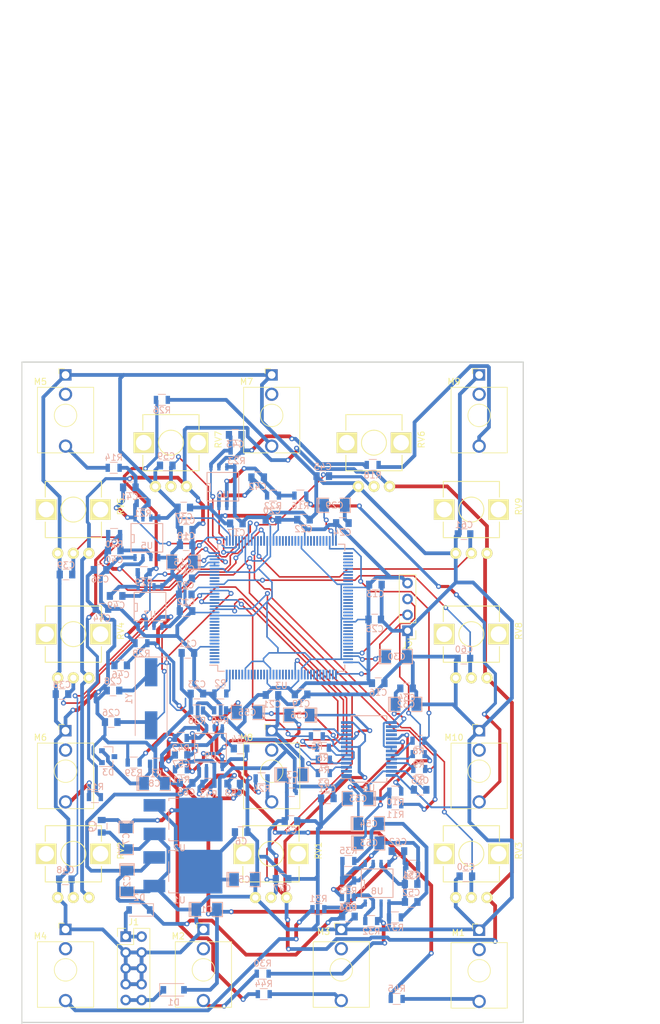
<source format=kicad_pcb>
(kicad_pcb (version 20171130) (host pcbnew 5.0.2+dfsg1-1)
  (layers (0 F.Cu signal) (31 B.Cu signal) (34 B.Paste user) (35 F.Paste user) (36 B.SilkS user) (37 F.SilkS user) (38 B.Mask user) (39 F.Mask user) (44 Edge.Cuts user))
  (net 0 "")
  (net 1 -12V)
  (net 2 +12V)
  (net 3 GND)
  (net 4 +3.3VA)
  (net 5 5volts)
  (net 6 +3V3)
  (net 7 -10V)
  (net 8 "Net-(C26-Pad1)")
  (net 9 "Net-(C27-Pad1)")
  (net 10 "Net-(C28-Pad1)")
  (net 11 "Net-(C29-Pad1)")
  (net 12 "Net-(C30-Pad1)")
  (net 13 "Net-(C32-Pad1)")
  (net 14 ADC_EXC2)
  (net 15 "Net-(C40-Pad2)")
  (net 16 "Net-(C41-Pad2)")
  (net 17 ADC_EXC1)
  (net 18 "Net-(C42-Pad2)")
  (net 19 ADC_TRANS2)
  (net 20 "Net-(C43-Pad2)")
  (net 21 ADC_TRANS1)
  (net 22 ADC_MID2)
  (net 23 "Net-(C46-Pad2)")
  (net 24 ADC_MODE_MID)
  (net 25 ADC_MODE_EXC)
  (net 26 ADC_MID1)
  (net 27 "Net-(C49-Pad2)")
  (net 28 ADC_MODE_TRANS)
  (net 29 "Net-(C51-Pad1)")
  (net 30 "Net-(C52-Pad1)")
  (net 31 RIN)
  (net 32 LIN)
  (net 33 "Net-(C55-Pad2)")
  (net 34 LOUT)
  (net 35 ROUT)
  (net 36 "Net-(C56-Pad2)")
  (net 37 "Net-(C57-Pad1)")
  (net 38 "Net-(C57-Pad2)")
  (net 39 "Net-(C58-Pad1)")
  (net 40 "Net-(C58-Pad2)")
  (net 41 "Net-(D1-Pad1)")
  (net 42 "Net-(D2-Pad2)")
  (net 43 /micro/SWDIO)
  (net 44 /micro/SWCLK)
  (net 45 IO_OUTR)
  (net 46 IO_INR)
  (net 47 IO_OUTL)
  (net 48 IO_INL)
  (net 49 CV_EXC1)
  (net 50 CV_EXC2)
  (net 51 CV_MID1)
  (net 52 CV_MID2)
  (net 53 CV_TRANS1)
  (net 54 CV_TRANS2)
  (net 55 "Net-(R2-Pad1)")
  (net 56 /micro/SA1_SCK_B)
  (net 57 "Net-(R3-Pad2)")
  (net 58 "Net-(R4-Pad2)")
  (net 59 /micro/SA1_SD_B)
  (net 60 /micro/SA1_FS_B)
  (net 61 "Net-(R5-Pad2)")
  (net 62 "Net-(R6-Pad2)")
  (net 63 /micro/SA1_SD_A)
  (net 64 /micro/SA1_MCLK_B)
  (net 65 "Net-(R7-Pad1)")
  (net 66 "Net-(R8-Pad1)")
  (net 67 /micro/I2C2_SDA)
  (net 68 "Net-(R9-Pad1)")
  (net 69 "Net-(R30-Pad1)")
  (net 70 "Net-(R31-Pad1)")
  (net 71 "Net-(R32-Pad1)")
  (net 72 "Net-(R33-Pad1)")
  (net 73 ADC_EXCPOT2)
  (net 74 ADC_EXCPOT1)
  (net 75 ADC_MIDPOT2)
  (net 76 ADC_MIDPOT1)
  (net 77 ADC_TRANSPOT2)
  (net 78 ADC_TRANSPOT1)
  (module SMD_Packages:SMD-1206_Pol (layer B.Cu) (at 77.659 125.89)
    (fp_text reference C1 (at 0 0) (layer B.SilkS) (effects (justify mirror)))
    (fp_text value 10uF)
    (pad 1 smd rect (at -1.651 0) (size 1.524 2.032) (layers B.Cu B.Paste B.Mask) (net 3 GND))
    (pad 2 smd rect (at 1.651 0) (size 1.524 2.032) (layers B.Cu B.Paste B.Mask) (net 1 -12V))
  )
  (module SMD_Packages:SMD-1206_Pol (layer B.Cu) (at 64.91 121.331 270)
    (fp_text reference C2 (at 0 0 270) (layer B.SilkS) (effects (justify mirror)))
    (fp_text value 10uF)
    (pad 2 smd rect (at 1.651 0 270) (size 1.524 2.032) (layers B.Cu B.Paste B.Mask) (net 3 GND))
    (pad 1 smd rect (at -1.651 0 270) (size 1.524 2.032) (layers B.Cu B.Paste B.Mask) (net 2 +12V))
  )
  (module SMD_Packages:SMD-1206_Pol (layer B.Cu) (at 91.379 104.33)
    (fp_text reference C3 (at 0 0) (layer B.SilkS) (effects (justify mirror)))
    (fp_text value 10uF)
    (pad 2 smd rect (at 1.651 0) (size 1.524 2.032) (layers B.Cu B.Paste B.Mask) (net 3 GND))
    (pad 1 smd rect (at -1.651 0) (size 1.524 2.032) (layers B.Cu B.Paste B.Mask) (net 4 +3.3VA))
  )
  (module Capacitors_SMD:C_0805 (layer B.Cu) (at 91.17 111.72)
    (fp_text reference C4 (at 0 1.5) (layer B.SilkS) (effects (justify mirror)))
    (fp_text value 100nF)
    (pad 2 smd rect (at 1 0) (size 1 1.25) (layers B.Cu B.Paste B.Mask) (net 3 GND))
    (pad 1 smd rect (at -1 0) (size 1 1.25) (layers B.Cu B.Paste B.Mask) (net 4 +3.3VA))
  )
  (module SMD_Packages:SMD-1206_Pol (layer B.Cu) (at 83.709 121.09)
    (fp_text reference C5 (at 0 0) (layer B.SilkS) (effects (justify mirror)))
    (fp_text value 10uF)
    (pad 2 smd rect (at 1.651 0) (size 1.524 2.032) (layers B.Cu B.Paste B.Mask) (net 3 GND))
    (pad 1 smd rect (at -1.651 0) (size 1.524 2.032) (layers B.Cu B.Paste B.Mask) (net 5 5volts))
  )
  (module Capacitors_SMD:C_0805 (layer B.Cu) (at 83.19 113.49)
    (fp_text reference C6 (at 0 1.5) (layer B.SilkS) (effects (justify mirror)))
    (fp_text value 100nF)
    (pad 2 smd rect (at 1 0) (size 1 1.25) (layers B.Cu B.Paste B.Mask) (net 3 GND))
    (pad 1 smd rect (at -1 0) (size 1 1.25) (layers B.Cu B.Paste B.Mask) (net 5 5volts))
  )
  (module SMD_Packages:SMD-1206_Pol (layer B.Cu) (at 64.77 114.55 270)
    (fp_text reference C7 (at 0 0 270) (layer B.SilkS) (effects (justify mirror)))
    (fp_text value 10uF)
    (pad 1 smd rect (at -1.651 0 270) (size 1.524 2.032) (layers B.Cu B.Paste B.Mask) (net 6 +3V3))
    (pad 2 smd rect (at 1.651 0 270) (size 1.524 2.032) (layers B.Cu B.Paste B.Mask) (net 3 GND))
  )
  (module SMD_Packages:SMD-1206_Pol (layer B.Cu) (at 69.299 105.7)
    (fp_text reference C8 (at 0 0) (layer B.SilkS) (effects (justify mirror)))
    (fp_text value 1uF)
    (pad 2 smd rect (at 1.651 0) (size 1.524 2.032) (layers B.Cu B.Paste B.Mask) (net 3 GND))
    (pad 1 smd rect (at -1.651 0) (size 1.524 2.032) (layers B.Cu B.Paste B.Mask) (net 7 -10V))
  )
  (module Capacitors_SMD:C_0805 (layer B.Cu) (at 60.85 112.56 270)
    (fp_text reference C9 (at 0 1.5 270) (layer B.SilkS) (effects (justify mirror)))
    (fp_text value 100nF)
    (pad 1 smd rect (at -1 0 270) (size 1 1.25) (layers B.Cu B.Paste B.Mask) (net 6 +3V3))
    (pad 2 smd rect (at 1 0 270) (size 1 1.25) (layers B.Cu B.Paste B.Mask) (net 3 GND))
  )
  (module Capacitors_SMD:C_0805 (layer B.Cu) (at 74.4 65.08 180)
    (fp_text reference C10 (at 0 1.5 180) (layer B.SilkS) (effects (justify mirror)))
    (fp_text value 100nF)
    (pad 1 smd rect (at -1 0 180) (size 1 1.25) (layers B.Cu B.Paste B.Mask) (net 4 +3.3VA))
    (pad 2 smd rect (at 1 0 180) (size 1 1.25) (layers B.Cu B.Paste B.Mask) (net 3 GND))
  )
  (module Capacitors_SMD:C_0805 (layer B.Cu) (at 74.66 84.79 180)
    (fp_text reference C11 (at 0 1.5 180) (layer B.SilkS) (effects (justify mirror)))
    (fp_text value 100nF)
    (pad 2 smd rect (at 1 0 180) (size 1 1.25) (layers B.Cu B.Paste B.Mask) (net 3 GND))
    (pad 1 smd rect (at -1 0 180) (size 1 1.25) (layers B.Cu B.Paste B.Mask) (net 6 +3V3))
  )
  (module Capacitors_SMD:C_0805 (layer B.Cu) (at 74.36 78.09 180)
    (fp_text reference C12 (at 0 1.5 180) (layer B.SilkS) (effects (justify mirror)))
    (fp_text value 100nF)
    (pad 1 smd rect (at -1 0 180) (size 1 1.25) (layers B.Cu B.Paste B.Mask) (net 6 +3V3))
    (pad 2 smd rect (at 1 0 180) (size 1 1.25) (layers B.Cu B.Paste B.Mask) (net 3 GND))
  )
  (module Capacitors_SMD:C_0805 (layer B.Cu) (at 104.69 73.85)
    (fp_text reference C13 (at 0 1.5) (layer B.SilkS) (effects (justify mirror)))
    (fp_text value 100nF)
    (pad 2 smd rect (at 1 0) (size 1 1.25) (layers B.Cu B.Paste B.Mask) (net 3 GND))
    (pad 1 smd rect (at -1 0) (size 1 1.25) (layers B.Cu B.Paste B.Mask) (net 6 +3V3))
  )
  (module Capacitors_SMD:C_0805 (layer B.Cu) (at 74.32 72.87 180)
    (fp_text reference C14 (at 0 1.5 180) (layer B.SilkS) (effects (justify mirror)))
    (fp_text value 100nF)
    (pad 1 smd rect (at -1 0 180) (size 1 1.25) (layers B.Cu B.Paste B.Mask) (net 6 +3V3))
    (pad 2 smd rect (at 1 0 180) (size 1 1.25) (layers B.Cu B.Paste B.Mask) (net 3 GND))
  )
  (module SMD_Packages:SMD-1206_Pol (layer B.Cu) (at 73.811 70.26 180)
    (fp_text reference C15 (at 0 0 180) (layer B.SilkS) (effects (justify mirror)))
    (fp_text value 1uF)
    (pad 2 smd rect (at 1.651 0 180) (size 1.524 2.032) (layers B.Cu B.Paste B.Mask) (net 3 GND))
    (pad 1 smd rect (at -1.651 0 180) (size 1.524 2.032) (layers B.Cu B.Paste B.Mask) (net 4 +3.3VA))
  )
  (module Capacitors_SMD:C_0805 (layer B.Cu) (at 105.14 89.64)
    (fp_text reference C16 (at 0 1.5) (layer B.SilkS) (effects (justify mirror)))
    (fp_text value 100nF)
    (pad 1 smd rect (at -1 0) (size 1 1.25) (layers B.Cu B.Paste B.Mask) (net 6 +3V3))
    (pad 2 smd rect (at 1 0) (size 1 1.25) (layers B.Cu B.Paste B.Mask) (net 3 GND))
  )
  (module Capacitors_SMD:C_0805 (layer B.Cu) (at 82.42 64.06)
    (fp_text reference C17 (at 0 1.5) (layer B.SilkS) (effects (justify mirror)))
    (fp_text value 100nF)
    (pad 1 smd rect (at -1 0) (size 1 1.25) (layers B.Cu B.Paste B.Mask) (net 6 +3V3))
    (pad 2 smd rect (at 1 0) (size 1 1.25) (layers B.Cu B.Paste B.Mask) (net 3 GND))
  )
  (module Capacitors_SMD:C_0805 (layer B.Cu) (at 74.38 67.55 180)
    (fp_text reference C18 (at 0 1.5 180) (layer B.SilkS) (effects (justify mirror)))
    (fp_text value 100nF)
    (pad 2 smd rect (at 1 0 180) (size 1 1.25) (layers B.Cu B.Paste B.Mask) (net 3 GND))
    (pad 1 smd rect (at -1 0 180) (size 1 1.25) (layers B.Cu B.Paste B.Mask) (net 4 +3.3VA))
  )
  (module Capacitors_SMD:C_0805 (layer B.Cu) (at 92.79 91.44)
    (fp_text reference C19 (at 0 1.5) (layer B.SilkS) (effects (justify mirror)))
    (fp_text value 100nF)
    (pad 2 smd rect (at 1 0) (size 1 1.25) (layers B.Cu B.Paste B.Mask) (net 3 GND))
    (pad 1 smd rect (at -1 0) (size 1 1.25) (layers B.Cu B.Paste B.Mask) (net 6 +3V3))
  )
  (module Capacitors_SMD:C_0805 (layer B.Cu) (at 88.12 63.48 180)
    (fp_text reference C20 (at 0 1.5 180) (layer B.SilkS) (effects (justify mirror)))
    (fp_text value 100nF)
    (pad 2 smd rect (at 1 0 180) (size 1 1.25) (layers B.Cu B.Paste B.Mask) (net 3 GND))
    (pad 1 smd rect (at -1 0 180) (size 1 1.25) (layers B.Cu B.Paste B.Mask) (net 6 +3V3))
  )
  (module Capacitors_SMD:C_0805 (layer B.Cu) (at 88.13 91.53)
    (fp_text reference C21 (at 0 1.5) (layer B.SilkS) (effects (justify mirror)))
    (fp_text value 100nF)
    (pad 2 smd rect (at 1 0) (size 1 1.25) (layers B.Cu B.Paste B.Mask) (net 3 GND))
    (pad 1 smd rect (at -1 0) (size 1 1.25) (layers B.Cu B.Paste B.Mask) (net 6 +3V3))
  )
  (module Capacitors_SMD:C_0805 (layer B.Cu) (at 93.17 63.45)
    (fp_text reference C22 (at 0 1.5) (layer B.SilkS) (effects (justify mirror)))
    (fp_text value 100nF)
    (pad 2 smd rect (at 1 0) (size 1 1.25) (layers B.Cu B.Paste B.Mask) (net 3 GND))
    (pad 1 smd rect (at -1 0) (size 1 1.25) (layers B.Cu B.Paste B.Mask) (net 6 +3V3))
  )
  (module Capacitors_SMD:C_0805 (layer B.Cu) (at 76.1 91.31 180)
    (fp_text reference C23 (at 0 1.5 180) (layer B.SilkS) (effects (justify mirror)))
    (fp_text value 100nF)
    (pad 2 smd rect (at 1 0 180) (size 1 1.25) (layers B.Cu B.Paste B.Mask) (net 3 GND))
    (pad 1 smd rect (at -1 0 180) (size 1 1.25) (layers B.Cu B.Paste B.Mask) (net 6 +3V3))
  )
  (module Capacitors_SMD:C_0805 (layer B.Cu) (at 99.4 64)
    (fp_text reference C24 (at 0 1.5) (layer B.SilkS) (effects (justify mirror)))
    (fp_text value 100nF)
    (pad 1 smd rect (at -1 0) (size 1 1.25) (layers B.Cu B.Paste B.Mask) (net 6 +3V3))
    (pad 2 smd rect (at 1 0) (size 1 1.25) (layers B.Cu B.Paste B.Mask) (net 3 GND))
  )
  (module Capacitors_SMD:C_0805 (layer B.Cu) (at 104.58 79.45)
    (fp_text reference C25 (at 0 1.5) (layer B.SilkS) (effects (justify mirror)))
    (fp_text value 100nF)
    (pad 1 smd rect (at -1 0) (size 1 1.25) (layers B.Cu B.Paste B.Mask) (net 6 +3V3))
    (pad 2 smd rect (at 1 0) (size 1 1.25) (layers B.Cu B.Paste B.Mask) (net 3 GND))
  )
  (module Capacitors_SMD:C_0805 (layer B.Cu) (at 62.37 95.87 180)
    (fp_text reference C26 (at 0 1.5 180) (layer B.SilkS) (effects (justify mirror)))
    (fp_text value 18pF)
    (pad 1 smd rect (at -1 0 180) (size 1 1.25) (layers B.Cu B.Paste B.Mask) (net 8 "Net-(C26-Pad1)"))
    (pad 2 smd rect (at 1 0 180) (size 1 1.25) (layers B.Cu B.Paste B.Mask) (net 3 GND))
  )
  (module Capacitors_SMD:C_0805 (layer B.Cu) (at 74.24 75.43 180)
    (fp_text reference C27 (at 0 1.5 180) (layer B.SilkS) (effects (justify mirror)))
    (fp_text value 100nF)
    (pad 1 smd rect (at -1 0 180) (size 1 1.25) (layers B.Cu B.Paste B.Mask) (net 9 "Net-(C27-Pad1)"))
    (pad 2 smd rect (at 1 0 180) (size 1 1.25) (layers B.Cu B.Paste B.Mask) (net 3 GND))
  )
  (module Capacitors_SMD:C_0805 (layer B.Cu) (at 62.66 90.82 180)
    (fp_text reference C28 (at 0 1.5 180) (layer B.SilkS) (effects (justify mirror)))
    (fp_text value 18pF)
    (pad 2 smd rect (at 1 0 180) (size 1 1.25) (layers B.Cu B.Paste B.Mask) (net 3 GND))
    (pad 1 smd rect (at -1 0 180) (size 1 1.25) (layers B.Cu B.Paste B.Mask) (net 10 "Net-(C28-Pad1)"))
  )
  (module SMD_Packages:SMD-1206_Pol (layer B.Cu) (at 98.129 61.16)
    (fp_text reference C29 (at 0 0) (layer B.SilkS) (effects (justify mirror)))
    (fp_text value 4.7uF)
    (pad 1 smd rect (at -1.651 0) (size 1.524 2.032) (layers B.Cu B.Paste B.Mask) (net 11 "Net-(C29-Pad1)"))
    (pad 2 smd rect (at 1.651 0) (size 1.524 2.032) (layers B.Cu B.Paste B.Mask) (net 3 GND))
  )
  (module SMD_Packages:SMD-1206_Pol (layer B.Cu) (at 108.079 85.39)
    (fp_text reference C30 (at 0 0) (layer B.SilkS) (effects (justify mirror)))
    (fp_text value 4.7uF)
    (pad 2 smd rect (at 1.651 0) (size 1.524 2.032) (layers B.Cu B.Paste B.Mask) (net 3 GND))
    (pad 1 smd rect (at -1.651 0) (size 1.524 2.032) (layers B.Cu B.Paste B.Mask) (net 12 "Net-(C30-Pad1)"))
  )
  (module Capacitors_SMD:C_0805 (layer B.Cu) (at 96.99 108.08 180)
    (fp_text reference C31 (at 0 1.5 180) (layer B.SilkS) (effects (justify mirror)))
    (fp_text value 100nF)
    (pad 1 smd rect (at -1 0 180) (size 1 1.25) (layers B.Cu B.Paste B.Mask) (net 6 +3V3))
    (pad 2 smd rect (at 1 0 180) (size 1 1.25) (layers B.Cu B.Paste B.Mask) (net 3 GND))
  )
  (module SMD_Packages:SMD-1206_Pol (layer B.Cu) (at 109.59 93.04)
    (fp_text reference C32 (at 0 0) (layer B.SilkS) (effects (justify mirror)))
    (fp_text value 10uF)
    (pad 1 smd rect (at -1.651 0) (size 1.524 2.032) (layers B.Cu B.Paste B.Mask) (net 13 "Net-(C32-Pad1)"))
    (pad 2 smd rect (at 1.651 0) (size 1.524 2.032) (layers B.Cu B.Paste B.Mask) (net 3 GND))
  )
  (module SMD_Packages:SMD-1206_Pol (layer B.Cu) (at 101.919 108.12 180)
    (fp_text reference C33 (at 0 0 180) (layer B.SilkS) (effects (justify mirror)))
    (fp_text value 10uF)
    (pad 1 smd rect (at -1.651 0 180) (size 1.524 2.032) (layers B.Cu B.Paste B.Mask) (net 6 +3V3))
    (pad 2 smd rect (at 1.651 0 180) (size 1.524 2.032) (layers B.Cu B.Paste B.Mask) (net 3 GND))
  )
  (module Capacitors_SMD:C_0805 (layer B.Cu) (at 109.68 90.48)
    (fp_text reference C34 (at 0 1.5) (layer B.SilkS) (effects (justify mirror)))
    (fp_text value 100nF)
    (pad 1 smd rect (at -1 0) (size 1 1.25) (layers B.Cu B.Paste B.Mask) (net 13 "Net-(C32-Pad1)"))
    (pad 2 smd rect (at 1 0) (size 1 1.25) (layers B.Cu B.Paste B.Mask) (net 3 GND))
  )
  (module Capacitors_SMD:C_0805 (layer B.Cu) (at 111.85 106.72 180)
    (fp_text reference C35 (at 0 1.5 180) (layer B.SilkS) (effects (justify mirror)))
    (fp_text value 100nF)
    (pad 2 smd rect (at 1 0 180) (size 1 1.25) (layers B.Cu B.Paste B.Mask) (net 3 GND))
    (pad 1 smd rect (at -1 0 180) (size 1 1.25) (layers B.Cu B.Paste B.Mask) (net 6 +3V3))
  )
  (module Capacitors_SMD:C_0805 (layer B.Cu) (at 60.59 71.5)
    (fp_text reference C36 (at 0 1.5) (layer B.SilkS) (effects (justify mirror)))
    (fp_text value 100nF)
    (pad 1 smd rect (at -1 0) (size 1 1.25) (layers B.Cu B.Paste B.Mask) (net 3 GND))
    (pad 2 smd rect (at 1 0) (size 1 1.25) (layers B.Cu B.Paste B.Mask) (net 6 +3V3))
  )
  (module Capacitors_SMD:C_0805 (layer B.Cu) (at 74 61.51)
    (fp_text reference C37 (at 0 1.5) (layer B.SilkS) (effects (justify mirror)))
    (fp_text value 100nF)
    (pad 1 smd rect (at -1 0) (size 1 1.25) (layers B.Cu B.Paste B.Mask) (net 3 GND))
    (pad 2 smd rect (at 1 0) (size 1 1.25) (layers B.Cu B.Paste B.Mask) (net 6 +3V3))
  )
  (module Capacitors_SMD:C_0805 (layer B.Cu) (at 62.86 68.38)
    (fp_text reference C40 (at 0 1.5) (layer B.SilkS) (effects (justify mirror)))
    (fp_text value 100pF)
    (pad 1 smd rect (at -1 0) (size 1 1.25) (layers B.Cu B.Paste B.Mask) (net 14 ADC_EXC2))
    (pad 2 smd rect (at 1 0) (size 1 1.25) (layers B.Cu B.Paste B.Mask) (net 15 "Net-(C40-Pad2)"))
  )
  (module Capacitors_SMD:C_0805 (layer B.Cu) (at 65.28 58.28)
    (fp_text reference C41 (at 0 1.5) (layer B.SilkS) (effects (justify mirror)))
    (fp_text value 100pF)
    (pad 2 smd rect (at 1 0) (size 1 1.25) (layers B.Cu B.Paste B.Mask) (net 16 "Net-(C41-Pad2)"))
    (pad 1 smd rect (at -1 0) (size 1 1.25) (layers B.Cu B.Paste B.Mask) (net 17 ADC_EXC1))
  )
  (module Capacitors_SMD:C_0805 (layer B.Cu) (at 85.83 56.67)
    (fp_text reference C42 (at 0 1.5) (layer B.SilkS) (effects (justify mirror)))
    (fp_text value 100pF)
    (pad 2 smd rect (at 1 0) (size 1 1.25) (layers B.Cu B.Paste B.Mask) (net 18 "Net-(C42-Pad2)"))
    (pad 1 smd rect (at -1 0) (size 1 1.25) (layers B.Cu B.Paste B.Mask) (net 19 ADC_TRANS2))
  )
  (module Capacitors_SMD:C_0805 (layer B.Cu) (at 82.23 49.87)
    (fp_text reference C43 (at 0 1.5) (layer B.SilkS) (effects (justify mirror)))
    (fp_text value 100pF)
    (pad 2 smd rect (at 1 0) (size 1 1.25) (layers B.Cu B.Paste B.Mask) (net 20 "Net-(C43-Pad2)"))
    (pad 1 smd rect (at -1 0) (size 1 1.25) (layers B.Cu B.Paste B.Mask) (net 21 ADC_TRANS1))
  )
  (module Capacitors_SMD:C_0805 (layer B.Cu) (at 60.89 77.75)
    (fp_text reference C44 (at 0 1.5) (layer B.SilkS) (effects (justify mirror)))
    (fp_text value 100nF)
    (pad 2 smd rect (at 1 0) (size 1 1.25) (layers B.Cu B.Paste B.Mask) (net 6 +3V3))
    (pad 1 smd rect (at -1 0) (size 1 1.25) (layers B.Cu B.Paste B.Mask) (net 3 GND))
  )
  (module Capacitors_SMD:C_0805 (layer B.Cu) (at 63.89 86.79)
    (fp_text reference C46 (at 0 1.5) (layer B.SilkS) (effects (justify mirror)))
    (fp_text value 100pF)
    (pad 1 smd rect (at -1 0) (size 1 1.25) (layers B.Cu B.Paste B.Mask) (net 22 ADC_MID2))
    (pad 2 smd rect (at 1 0) (size 1 1.25) (layers B.Cu B.Paste B.Mask) (net 23 "Net-(C46-Pad2)"))
  )
  (module Capacitors_SMD:C_0805 (layer B.Cu) (at 89.74 120.99)
    (fp_text reference C47 (at 0 1.5) (layer B.SilkS) (effects (justify mirror)))
    (fp_text value 100nF)
    (pad 2 smd rect (at 1 0) (size 1 1.25) (layers B.Cu B.Paste B.Mask) (net 3 GND))
    (pad 1 smd rect (at -1 0) (size 1 1.25) (layers B.Cu B.Paste B.Mask) (net 24 ADC_MODE_MID))
  )
  (module Capacitors_SMD:C_0805 (layer B.Cu) (at 55.03 121.06 180)
    (fp_text reference C48 (at 0 1.5 180) (layer B.SilkS) (effects (justify mirror)))
    (fp_text value 100nF)
    (pad 1 smd rect (at -1 0 180) (size 1 1.25) (layers B.Cu B.Paste B.Mask) (net 25 ADC_MODE_EXC))
    (pad 2 smd rect (at 1 0 180) (size 1 1.25) (layers B.Cu B.Paste B.Mask) (net 3 GND))
  )
  (module Capacitors_SMD:C_0805 (layer B.Cu) (at 63.16 75.67)
    (fp_text reference C49 (at 0 1.5) (layer B.SilkS) (effects (justify mirror)))
    (fp_text value 100pF)
    (pad 1 smd rect (at -1 0) (size 1 1.25) (layers B.Cu B.Paste B.Mask) (net 26 ADC_MID1))
    (pad 2 smd rect (at 1 0) (size 1 1.25) (layers B.Cu B.Paste B.Mask) (net 27 "Net-(C49-Pad2)"))
  )
  (module Capacitors_SMD:C_0805 (layer B.Cu) (at 119.18 120.57 180)
    (fp_text reference C50 (at 0 1.5 180) (layer B.SilkS) (effects (justify mirror)))
    (fp_text value 100nF)
    (pad 2 smd rect (at 1 0 180) (size 1 1.25) (layers B.Cu B.Paste B.Mask) (net 3 GND))
    (pad 1 smd rect (at -1 0 180) (size 1 1.25) (layers B.Cu B.Paste B.Mask) (net 28 ADC_MODE_TRANS))
  )
  (module Capacitors_SMD:C_0805 (layer B.Cu) (at 110.41 121.8 180)
    (fp_text reference C51 (at 0 1.5 180) (layer B.SilkS) (effects (justify mirror)))
    (fp_text value 220pF)
    (pad 2 smd rect (at 1 0 180) (size 1 1.25) (layers B.Cu B.Paste B.Mask) (net 3 GND))
    (pad 1 smd rect (at -1 0 180) (size 1 1.25) (layers B.Cu B.Paste B.Mask) (net 29 "Net-(C51-Pad1)"))
  )
  (module Capacitors_SMD:C_0805 (layer B.Cu) (at 110.42 124.68 180)
    (fp_text reference C52 (at 0 1.5 180) (layer B.SilkS) (effects (justify mirror)))
    (fp_text value 220pF)
    (pad 2 smd rect (at 1 0 180) (size 1 1.25) (layers B.Cu B.Paste B.Mask) (net 3 GND))
    (pad 1 smd rect (at -1 0 180) (size 1 1.25) (layers B.Cu B.Paste B.Mask) (net 30 "Net-(C52-Pad1)"))
  )
  (module SMD_Packages:SMD-1206_Pol (layer B.Cu) (at 103.659 115.22)
    (fp_text reference C53 (at 0 0) (layer B.SilkS) (effects (justify mirror)))
    (fp_text value 10uF)
    (pad 1 smd rect (at -1.651 0) (size 1.524 2.032) (layers B.Cu B.Paste B.Mask) (net 31 RIN))
    (pad 2 smd rect (at 1.651 0) (size 1.524 2.032) (layers B.Cu B.Paste B.Mask) (net 29 "Net-(C51-Pad1)"))
  )
  (module SMD_Packages:SMD-1206_Pol (layer B.Cu) (at 103.61 112.16)
    (fp_text reference C54 (at 0 0) (layer B.SilkS) (effects (justify mirror)))
    (fp_text value 10uF)
    (pad 1 smd rect (at -1.651 0) (size 1.524 2.032) (layers B.Cu B.Paste B.Mask) (net 32 LIN))
    (pad 2 smd rect (at 1.651 0) (size 1.524 2.032) (layers B.Cu B.Paste B.Mask) (net 30 "Net-(C52-Pad1)"))
  )
  (module SMD_Packages:SMD-1206_Pol (layer B.Cu) (at 84.149 94.32 180)
    (fp_text reference C55 (at 0 0 180) (layer B.SilkS) (effects (justify mirror)))
    (fp_text value 10uF)
    (pad 2 smd rect (at 1.651 0 180) (size 1.524 2.032) (layers B.Cu B.Paste B.Mask) (net 33 "Net-(C55-Pad2)"))
    (pad 1 smd rect (at -1.651 0 180) (size 1.524 2.032) (layers B.Cu B.Paste B.Mask) (net 34 LOUT))
  )
  (module SMD_Packages:SMD-1206_Pol (layer B.Cu) (at 92.509 94.76 180)
    (fp_text reference C56 (at 0 0 180) (layer B.SilkS) (effects (justify mirror)))
    (fp_text value 10uF)
    (pad 1 smd rect (at -1.651 0 180) (size 1.524 2.032) (layers B.Cu B.Paste B.Mask) (net 35 ROUT))
    (pad 2 smd rect (at 1.651 0 180) (size 1.524 2.032) (layers B.Cu B.Paste B.Mask) (net 36 "Net-(C56-Pad2)"))
  )
  (module Capacitors_SMD:C_0805 (layer B.Cu) (at 73.57 101.1)
    (fp_text reference C57 (at 0 1.5) (layer B.SilkS) (effects (justify mirror)))
    (fp_text value 22pF)
    (pad 1 smd rect (at -1 0) (size 1 1.25) (layers B.Cu B.Paste B.Mask) (net 37 "Net-(C57-Pad1)"))
    (pad 2 smd rect (at 1 0) (size 1 1.25) (layers B.Cu B.Paste B.Mask) (net 38 "Net-(C57-Pad2)"))
  )
  (module Capacitors_SMD:C_0805 (layer B.Cu) (at 81.99 105.73)
    (fp_text reference C58 (at 0 1.5) (layer B.SilkS) (effects (justify mirror)))
    (fp_text value 22pF)
    (pad 1 smd rect (at -1 0) (size 1 1.25) (layers B.Cu B.Paste B.Mask) (net 39 "Net-(C58-Pad1)"))
    (pad 2 smd rect (at 1 0) (size 1 1.25) (layers B.Cu B.Paste B.Mask) (net 40 "Net-(C58-Pad2)"))
  )
  (module Diodes_SMD:D_SOD-123 (layer B.Cu) (at 72.38 138.75)
    (fp_text reference D1 (at 0 2) (layer B.SilkS) (effects (justify mirror)))
    (fp_text value D)
    (pad 2 smd rect (at 1.65 0) (size 0.9 1.2) (layers B.Cu B.Paste B.Mask) (net 1 -12V))
    (pad 1 smd rect (at -1.65 0) (size 0.9 1.2) (layers B.Cu B.Paste B.Mask) (net 41 "Net-(D1-Pad1)"))
  )
  (module Diodes_SMD:D_SOD-123 (layer B.Cu) (at 66.89 125.96 180)
    (fp_text reference D2 (at 0 2 180) (layer B.SilkS) (effects (justify mirror)))
    (fp_text value D)
    (pad 1 smd rect (at -1.65 0 180) (size 0.9 1.2) (layers B.Cu B.Paste B.Mask) (net 2 +12V))
    (pad 2 smd rect (at 1.65 0 180) (size 0.9 1.2) (layers B.Cu B.Paste B.Mask) (net 42 "Net-(D2-Pad2)"))
  )
  (module TO_SOT_Packages_SMD:SOT-23 (layer B.Cu) (at 61.89 101.41)
    (fp_text reference D3 (at 0 2.5) (layer B.SilkS) (effects (justify mirror)))
    (fp_text value LM4040DBZ-10)
    (pad 1 smd rect (at -1 0.95) (size 0.9 0.8) (layers B.Cu B.Paste B.Mask) (net 3 GND))
    (pad 2 smd rect (at -1 -0.95) (size 0.9 0.8) (layers B.Cu B.Paste B.Mask) (net 7 -10V))
    (pad 3 smd rect (at 1 0) (size 0.9 0.8) (layers B.Cu B.Paste B.Mask))
  )
  (module Pin_Headers:Pin_Header_Straight_2x05_Pitch2.54mm (layer F.Cu) (at 64.7 130.23)
    (fp_text reference J1 (at 1.27 -2.33) (layer F.SilkS))
    (fp_text value Conn_02x05_Odd_Even)
    (pad 1 thru_hole rect (at 0 0) (size 1.7 1.7) (drill 1) (layers *.Cu *.Mask) (net 42 "Net-(D2-Pad2)"))
    (pad 2 thru_hole oval (at 2.54 0) (size 1.7 1.7) (drill 1) (layers *.Cu *.Mask) (net 42 "Net-(D2-Pad2)"))
    (pad 3 thru_hole oval (at 0 2.54) (size 1.7 1.7) (drill 1) (layers *.Cu *.Mask) (net 3 GND))
    (pad 4 thru_hole oval (at 2.54 2.54) (size 1.7 1.7) (drill 1) (layers *.Cu *.Mask) (net 3 GND))
    (pad 5 thru_hole oval (at 0 5.08) (size 1.7 1.7) (drill 1) (layers *.Cu *.Mask) (net 3 GND))
    (pad 6 thru_hole oval (at 2.54 5.08) (size 1.7 1.7) (drill 1) (layers *.Cu *.Mask) (net 3 GND))
    (pad 7 thru_hole oval (at 0 7.62) (size 1.7 1.7) (drill 1) (layers *.Cu *.Mask) (net 3 GND))
    (pad 8 thru_hole oval (at 2.54 7.62) (size 1.7 1.7) (drill 1) (layers *.Cu *.Mask) (net 3 GND))
    (pad 9 thru_hole oval (at 0 10.16) (size 1.7 1.7) (drill 1) (layers *.Cu *.Mask) (net 41 "Net-(D1-Pad1)"))
    (pad 10 thru_hole oval (at 2.54 10.16) (size 1.7 1.7) (drill 1) (layers *.Cu *.Mask) (net 41 "Net-(D1-Pad1)"))
  )
  (module Pin_Headers:Pin_Header_Straight_1x04_Pitch2.54mm (layer F.Cu) (at 109.84 81.24 180)
    (fp_text reference J2 (at 0 -2.33 180) (layer F.SilkS))
    (fp_text value prog)
    (pad 1 thru_hole rect (at 0 0 180) (size 1.7 1.7) (drill 1) (layers *.Cu *.Mask) (net 3 GND))
    (pad 2 thru_hole oval (at 0 2.54 180) (size 1.7 1.7) (drill 1) (layers *.Cu *.Mask) (net 43 /micro/SWDIO))
    (pad 3 thru_hole oval (at 0 5.08 180) (size 1.7 1.7) (drill 1) (layers *.Cu *.Mask) (net 44 /micro/SWCLK))
    (pad 4 thru_hole oval (at 0 7.62 180) (size 1.7 1.7) (drill 1) (layers *.Cu *.Mask) (net 6 +3V3))
  )
  (module Inductors_SMD:L_0603 (layer B.Cu) (at 91.26 107.11 180)
    (fp_text reference L1 (at 0 1.9 180) (layer B.SilkS) (effects (justify mirror)))
    (fp_text value IND)
    (pad 2 smd rect (at 0.75 0 180) (size 0.5 0.9) (layers B.Cu B.Paste B.Mask) (net 4 +3.3VA))
    (pad 1 smd rect (at -0.75 0 180) (size 0.5 0.9) (layers B.Cu B.Paste B.Mask) (net 6 +3V3))
  )
  (module new_kicad:Jack_3.5mm_QingPu_WQP-PJ398SM_Vertical_CircularHoles (layer F.Cu) (at 121.31 129.21)
    (fp_text reference M1 (at -3.34 0.41 180) (layer F.SilkS))
    (fp_text value AUDIO-JACKERTHENVAR)
    (pad 3 thru_hole circle (at 0 11.4 180) (size 2.13 2.13) (drill 1.43) (layers *.Cu *.Mask) (net 45 IO_OUTR))
    (pad 1 thru_hole rect (at 0 0 180) (size 1.93 1.83) (drill 1.22) (layers *.Cu *.Mask) (net 3 GND))
    (pad 2 thru_hole circle (at 0 3.1 180) (size 2.13 2.13) (drill 1.42) (layers *.Cu *.Mask))
  )
  (module new_kicad:Jack_3.5mm_QingPu_WQP-PJ398SM_Vertical_CircularHoles (layer F.Cu) (at 77.143333 129.075)
    (fp_text reference M2 (at -4.03 1.08 180) (layer F.SilkS))
    (fp_text value AUDIO-JACKERTHENVAR)
    (pad 2 thru_hole circle (at 0 3.1 180) (size 2.13 2.13) (drill 1.42) (layers *.Cu *.Mask))
    (pad 1 thru_hole rect (at 0 0 180) (size 1.93 1.83) (drill 1.22) (layers *.Cu *.Mask) (net 3 GND))
    (pad 3 thru_hole circle (at 0 11.4 180) (size 2.13 2.13) (drill 1.43) (layers *.Cu *.Mask) (net 46 IO_INR))
  )
  (module new_kicad:Jack_3.5mm_QingPu_WQP-PJ398SM_Vertical_CircularHoles (layer F.Cu) (at 99.226666 129.075)
    (fp_text reference M3 (at -2.83 0.36 180) (layer F.SilkS))
    (fp_text value AUDIO-JACKERTHENVAR)
    (pad 3 thru_hole circle (at 0 11.4 180) (size 2.13 2.13) (drill 1.43) (layers *.Cu *.Mask) (net 47 IO_OUTL))
    (pad 1 thru_hole rect (at 0 0 180) (size 1.93 1.83) (drill 1.22) (layers *.Cu *.Mask) (net 3 GND))
    (pad 2 thru_hole circle (at 0 3.1 180) (size 2.13 2.13) (drill 1.42) (layers *.Cu *.Mask))
  )
  (module new_kicad:Jack_3.5mm_QingPu_WQP-PJ398SM_Vertical_CircularHoles (layer F.Cu) (at 55.06 129.075)
    (fp_text reference M4 (at -4.03 1.08 180) (layer F.SilkS))
    (fp_text value AUDIO-JACKERTHENVAR)
    (pad 2 thru_hole circle (at 0 3.1 180) (size 2.13 2.13) (drill 1.42) (layers *.Cu *.Mask))
    (pad 1 thru_hole rect (at 0 0 180) (size 1.93 1.83) (drill 1.22) (layers *.Cu *.Mask) (net 3 GND))
    (pad 3 thru_hole circle (at 0 11.4 180) (size 2.13 2.13) (drill 1.43) (layers *.Cu *.Mask) (net 48 IO_INL))
  )
  (module new_kicad:Jack_3.5mm_QingPu_WQP-PJ398SM_Vertical_CircularHoles (layer F.Cu) (at 55.06 40.28)
    (fp_text reference M5 (at -4.03 1.08 180) (layer F.SilkS))
    (fp_text value AUDIO-JACKERTHENVAR)
    (pad 2 thru_hole circle (at 0 3.1 180) (size 2.13 2.13) (drill 1.42) (layers *.Cu *.Mask))
    (pad 1 thru_hole rect (at 0 0 180) (size 1.93 1.83) (drill 1.22) (layers *.Cu *.Mask) (net 3 GND))
    (pad 3 thru_hole circle (at 0 11.4 180) (size 2.13 2.13) (drill 1.43) (layers *.Cu *.Mask) (net 49 CV_EXC1))
  )
  (module new_kicad:Jack_3.5mm_QingPu_WQP-PJ398SM_Vertical_CircularHoles (layer F.Cu) (at 55.06 97.26)
    (fp_text reference M6 (at -4.03 1.08 180) (layer F.SilkS))
    (fp_text value AUDIO-JACKERTHENVAR)
    (pad 3 thru_hole circle (at 0 11.4 180) (size 2.13 2.13) (drill 1.43) (layers *.Cu *.Mask) (net 50 CV_EXC2))
    (pad 1 thru_hole rect (at 0 0 180) (size 1.93 1.83) (drill 1.22) (layers *.Cu *.Mask) (net 3 GND))
    (pad 2 thru_hole circle (at 0 3.1 180) (size 2.13 2.13) (drill 1.42) (layers *.Cu *.Mask))
  )
  (module new_kicad:Jack_3.5mm_QingPu_WQP-PJ398SM_Vertical_CircularHoles (layer F.Cu) (at 88.08 40.28)
    (fp_text reference M7 (at -4.03 1.08 180) (layer F.SilkS))
    (fp_text value AUDIO-JACKERTHENVAR)
    (pad 3 thru_hole circle (at 0 11.4 180) (size 2.13 2.13) (drill 1.43) (layers *.Cu *.Mask) (net 51 CV_MID1))
    (pad 1 thru_hole rect (at 0 0 180) (size 1.93 1.83) (drill 1.22) (layers *.Cu *.Mask) (net 3 GND))
    (pad 2 thru_hole circle (at 0 3.1 180) (size 2.13 2.13) (drill 1.42) (layers *.Cu *.Mask))
  )
  (module new_kicad:Jack_3.5mm_QingPu_WQP-PJ398SM_Vertical_CircularHoles (layer F.Cu) (at 88.08 97.26)
    (fp_text reference M8 (at -4.03 1.08 180) (layer F.SilkS))
    (fp_text value AUDIO-JACKERTHENVAR)
    (pad 2 thru_hole circle (at 0 3.1 180) (size 2.13 2.13) (drill 1.42) (layers *.Cu *.Mask))
    (pad 1 thru_hole rect (at 0 0 180) (size 1.93 1.83) (drill 1.22) (layers *.Cu *.Mask) (net 3 GND))
    (pad 3 thru_hole circle (at 0 11.4 180) (size 2.13 2.13) (drill 1.43) (layers *.Cu *.Mask) (net 52 CV_MID2))
  )
  (module new_kicad:Jack_3.5mm_QingPu_WQP-PJ398SM_Vertical_CircularHoles (layer F.Cu) (at 121.31 40.28)
    (fp_text reference M9 (at -4.03 1.08 180) (layer F.SilkS))
    (fp_text value AUDIO-JACKERTHENVAR)
    (pad 3 thru_hole circle (at 0 11.4 180) (size 2.13 2.13) (drill 1.43) (layers *.Cu *.Mask) (net 53 CV_TRANS1))
    (pad 1 thru_hole rect (at 0 0 180) (size 1.93 1.83) (drill 1.22) (layers *.Cu *.Mask) (net 3 GND))
    (pad 2 thru_hole circle (at 0 3.1 180) (size 2.13 2.13) (drill 1.42) (layers *.Cu *.Mask))
  )
  (module new_kicad:Jack_3.5mm_QingPu_WQP-PJ398SM_Vertical_CircularHoles (layer F.Cu) (at 121.31 97.26)
    (fp_text reference M10 (at -4.03 1.08 180) (layer F.SilkS))
    (fp_text value AUDIO-JACKERTHENVAR)
    (pad 2 thru_hole circle (at 0 3.1 180) (size 2.13 2.13) (drill 1.42) (layers *.Cu *.Mask))
    (pad 1 thru_hole rect (at 0 0 180) (size 1.93 1.83) (drill 1.22) (layers *.Cu *.Mask) (net 3 GND))
    (pad 3 thru_hole circle (at 0 11.4 180) (size 2.13 2.13) (drill 1.43) (layers *.Cu *.Mask) (net 54 CV_TRANS2))
  )
  (module Resistors_SMD:R_0805 (layer B.Cu) (at 69.55 102.54)
    (fp_text reference R1 (at 0 1.65) (layer B.SilkS) (effects (justify mirror)))
    (fp_text value 2.2k)
    (pad 2 smd rect (at 0.95 0) (size 0.7 1.3) (layers B.Cu B.Paste B.Mask) (net 1 -12V))
    (pad 1 smd rect (at -0.95 0) (size 0.7 1.3) (layers B.Cu B.Paste B.Mask) (net 7 -10V))
  )
  (module Resistors_SMD:R_0805 (layer B.Cu) (at 79.86 91.29 180)
    (fp_text reference R2 (at 0 1.65 180) (layer B.SilkS) (effects (justify mirror)))
    (fp_text value 1K)
    (pad 2 smd rect (at 0.95 0 180) (size 0.7 1.3) (layers B.Cu B.Paste B.Mask) (net 6 +3V3))
    (pad 1 smd rect (at -0.95 0 180) (size 0.7 1.3) (layers B.Cu B.Paste B.Mask) (net 55 "Net-(R2-Pad1)"))
  )
  (module Resistors_SMD:R_0805 (layer B.Cu) (at 96.43 104.04)
    (fp_text reference R3 (at 0 1.65) (layer B.SilkS) (effects (justify mirror)))
    (fp_text value 100R)
    (pad 1 smd rect (at -0.95 0) (size 0.7 1.3) (layers B.Cu B.Paste B.Mask) (net 56 /micro/SA1_SCK_B))
    (pad 2 smd rect (at 0.95 0) (size 0.7 1.3) (layers B.Cu B.Paste B.Mask) (net 57 "Net-(R3-Pad2)"))
  )
  (module Resistors_SMD:R_0805 (layer B.Cu) (at 96.43 101.88)
    (fp_text reference R4 (at 0 1.65) (layer B.SilkS) (effects (justify mirror)))
    (fp_text value 100R)
    (pad 2 smd rect (at 0.95 0) (size 0.7 1.3) (layers B.Cu B.Paste B.Mask) (net 58 "Net-(R4-Pad2)"))
    (pad 1 smd rect (at -0.95 0) (size 0.7 1.3) (layers B.Cu B.Paste B.Mask) (net 59 /micro/SA1_SD_B))
  )
  (module Resistors_SMD:R_0805 (layer B.Cu) (at 95.31 98.14)
    (fp_text reference R5 (at 0 1.65) (layer B.SilkS) (effects (justify mirror)))
    (fp_text value 100R)
    (pad 1 smd rect (at -0.95 0) (size 0.7 1.3) (layers B.Cu B.Paste B.Mask) (net 60 /micro/SA1_FS_B))
    (pad 2 smd rect (at 0.95 0) (size 0.7 1.3) (layers B.Cu B.Paste B.Mask) (net 61 "Net-(R5-Pad2)"))
  )
  (module Resistors_SMD:R_0805 (layer B.Cu) (at 96.29 99.98)
    (fp_text reference R6 (at 0 1.65) (layer B.SilkS) (effects (justify mirror)))
    (fp_text value 100R)
    (pad 2 smd rect (at 0.95 0) (size 0.7 1.3) (layers B.Cu B.Paste B.Mask) (net 62 "Net-(R6-Pad2)"))
    (pad 1 smd rect (at -0.95 0) (size 0.7 1.3) (layers B.Cu B.Paste B.Mask) (net 63 /micro/SA1_SD_A))
  )
  (module Resistors_SMD:R_0805 (layer B.Cu) (at 111.71 103.38)
    (fp_text reference R7 (at 0 1.65) (layer B.SilkS) (effects (justify mirror)))
    (fp_text value 100R)
    (pad 2 smd rect (at 0.95 0) (size 0.7 1.3) (layers B.Cu B.Paste B.Mask) (net 64 /micro/SA1_MCLK_B))
    (pad 1 smd rect (at -0.95 0) (size 0.7 1.3) (layers B.Cu B.Paste B.Mask) (net 65 "Net-(R7-Pad1)"))
  )
  (module Resistors_SMD:R_0805 (layer B.Cu) (at 111.59 98.86)
    (fp_text reference R8 (at 0 1.65) (layer B.SilkS) (effects (justify mirror)))
    (fp_text value 47R)
    (pad 1 smd rect (at -0.95 0) (size 0.7 1.3) (layers B.Cu B.Paste B.Mask) (net 66 "Net-(R8-Pad1)"))
    (pad 2 smd rect (at 0.95 0) (size 0.7 1.3) (layers B.Cu B.Paste B.Mask) (net 67 /micro/I2C2_SDA))
  )
  (module Resistors_SMD:R_0805 (layer B.Cu) (at 111.63 101)
    (fp_text reference R9 (at 0 1.65) (layer B.SilkS) (effects (justify mirror)))
    (fp_text value 47R)
    (pad 1 smd rect (at -0.95 0) (size 0.7 1.3) (layers B.Cu B.Paste B.Mask) (net 68 "Net-(R9-Pad1)"))
    (pad 2 smd rect (at 0.95 0) (size 0.7 1.3) (layers B.Cu B.Paste B.Mask) (net 44 /micro/SWCLK))
  )
  (module Resistors_SMD:R_0805 (layer B.Cu) (at 107.88 107.01)
    (fp_text reference R10 (at 0 1.65) (layer B.SilkS) (effects (justify mirror)))
    (fp_text value 1K)
    (pad 1 smd rect (at -0.95 0) (size 0.7 1.3) (layers B.Cu B.Paste B.Mask) (net 6 +3V3))
    (pad 2 smd rect (at 0.95 0) (size 0.7 1.3) (layers B.Cu B.Paste B.Mask) (net 44 /micro/SWCLK))
  )
  (module Resistors_SMD:R_0805 (layer B.Cu) (at 107.88 109.05)
    (fp_text reference R11 (at 0 1.65) (layer B.SilkS) (effects (justify mirror)))
    (fp_text value 1K)
    (pad 2 smd rect (at 0.95 0) (size 0.7 1.3) (layers B.Cu B.Paste B.Mask) (net 67 /micro/I2C2_SDA))
    (pad 1 smd rect (at -0.95 0) (size 0.7 1.3) (layers B.Cu B.Paste B.Mask) (net 6 +3V3))
  )
  (module Resistors_SMD:R_0805 (layer B.Cu) (at 59.76 107.89 180)
    (fp_text reference R12 (at 0 1.65 180) (layer B.SilkS) (effects (justify mirror)))
    (fp_text value 100K)
    (pad 1 smd rect (at -0.95 0 180) (size 0.7 1.3) (layers B.Cu B.Paste B.Mask) (net 15 "Net-(C40-Pad2)"))
    (pad 2 smd rect (at 0.95 0 180) (size 0.7 1.3) (layers B.Cu B.Paste B.Mask) (net 50 CV_EXC2))
  )
  (module Resistors_SMD:R_0805 (layer B.Cu) (at 62.77 55.15 180)
    (fp_text reference R14 (at 0 1.65 180) (layer B.SilkS) (effects (justify mirror)))
    (fp_text value 100K)
    (pad 1 smd rect (at -0.95 0 180) (size 0.7 1.3) (layers B.Cu B.Paste B.Mask) (net 16 "Net-(C41-Pad2)"))
    (pad 2 smd rect (at 0.95 0 180) (size 0.7 1.3) (layers B.Cu B.Paste B.Mask) (net 49 CV_EXC1))
  )
  (module Resistors_SMD:R_0805 (layer B.Cu) (at 92.67 59.6)
    (fp_text reference R16 (at 0 1.65) (layer B.SilkS) (effects (justify mirror)))
    (fp_text value 100K)
    (pad 2 smd rect (at 0.95 0) (size 0.7 1.3) (layers B.Cu B.Paste B.Mask) (net 54 CV_TRANS2))
    (pad 1 smd rect (at -0.95 0) (size 0.7 1.3) (layers B.Cu B.Paste B.Mask) (net 18 "Net-(C42-Pad2)"))
  )
  (module Resistors_SMD:R_0805 (layer B.Cu) (at 104.26 54.69)
    (fp_text reference R18 (at 0 1.65) (layer B.SilkS) (effects (justify mirror)))
    (fp_text value 100K)
    (pad 2 smd rect (at 0.95 0) (size 0.7 1.3) (layers B.Cu B.Paste B.Mask) (net 53 CV_TRANS1))
    (pad 1 smd rect (at -0.95 0) (size 0.7 1.3) (layers B.Cu B.Paste B.Mask) (net 20 "Net-(C43-Pad2)"))
  )
  (module Resistors_SMD:R_0805 (layer B.Cu) (at 62.84 65.75)
    (fp_text reference R20 (at 0 1.65) (layer B.SilkS) (effects (justify mirror)))
    (fp_text value 66.5K)
    (pad 2 smd rect (at 0.95 0) (size 0.7 1.3) (layers B.Cu B.Paste B.Mask) (net 15 "Net-(C40-Pad2)"))
    (pad 1 smd rect (at -0.95 0) (size 0.7 1.3) (layers B.Cu B.Paste B.Mask) (net 14 ADC_EXC2))
  )
  (module Resistors_SMD:R_0805 (layer B.Cu) (at 67.4 60.8)
    (fp_text reference R21 (at 0 1.65) (layer B.SilkS) (effects (justify mirror)))
    (fp_text value 66.5K)
    (pad 1 smd rect (at -0.95 0) (size 0.7 1.3) (layers B.Cu B.Paste B.Mask) (net 17 ADC_EXC1))
    (pad 2 smd rect (at 0.95 0) (size 0.7 1.3) (layers B.Cu B.Paste B.Mask) (net 16 "Net-(C41-Pad2)"))
  )
  (module Resistors_SMD:R_0805 (layer B.Cu) (at 88.29 59.6)
    (fp_text reference R22 (at 0 1.65) (layer B.SilkS) (effects (justify mirror)))
    (fp_text value 66.5K)
    (pad 1 smd rect (at -0.95 0) (size 0.7 1.3) (layers B.Cu B.Paste B.Mask) (net 19 ADC_TRANS2))
    (pad 2 smd rect (at 0.95 0) (size 0.7 1.3) (layers B.Cu B.Paste B.Mask) (net 18 "Net-(C42-Pad2)"))
  )
  (module Resistors_SMD:R_0805 (layer B.Cu) (at 82.45 52.4)
    (fp_text reference R23 (at 0 1.65) (layer B.SilkS) (effects (justify mirror)))
    (fp_text value 33K)
    (pad 1 smd rect (at -0.95 0) (size 0.7 1.3) (layers B.Cu B.Paste B.Mask) (net 21 ADC_TRANS1))
    (pad 2 smd rect (at 0.95 0) (size 0.7 1.3) (layers B.Cu B.Paste B.Mask) (net 20 "Net-(C43-Pad2)"))
  )
  (module Resistors_SMD:R_0805 (layer B.Cu) (at 86.46 104.88)
    (fp_text reference R24 (at 0 1.65) (layer B.SilkS) (effects (justify mirror)))
    (fp_text value 100K)
    (pad 2 smd rect (at 0.95 0) (size 0.7 1.3) (layers B.Cu B.Paste B.Mask) (net 52 CV_MID2))
    (pad 1 smd rect (at -0.95 0) (size 0.7 1.3) (layers B.Cu B.Paste B.Mask) (net 23 "Net-(C46-Pad2)"))
  )
  (module Resistors_SMD:R_0805 (layer B.Cu) (at 70.49 44.27)
    (fp_text reference R26 (at 0 1.65) (layer B.SilkS) (effects (justify mirror)))
    (fp_text value 100K)
    (pad 2 smd rect (at 0.95 0) (size 0.7 1.3) (layers B.Cu B.Paste B.Mask) (net 51 CV_MID1))
    (pad 1 smd rect (at -0.95 0) (size 0.7 1.3) (layers B.Cu B.Paste B.Mask) (net 27 "Net-(C49-Pad2)"))
  )
  (module Resistors_SMD:R_0805 (layer B.Cu) (at 67.21 83.24)
    (fp_text reference R28 (at 0 1.65) (layer B.SilkS) (effects (justify mirror)))
    (fp_text value 66.5K)
    (pad 2 smd rect (at 0.95 0) (size 0.7 1.3) (layers B.Cu B.Paste B.Mask) (net 23 "Net-(C46-Pad2)"))
    (pad 1 smd rect (at -0.95 0) (size 0.7 1.3) (layers B.Cu B.Paste B.Mask) (net 22 ADC_MID2))
  )
  (module Resistors_SMD:R_0805 (layer B.Cu) (at 67.57 71.86)
    (fp_text reference R29 (at 0 1.65) (layer B.SilkS) (effects (justify mirror)))
    (fp_text value 66.5K)
    (pad 1 smd rect (at -0.95 0) (size 0.7 1.3) (layers B.Cu B.Paste B.Mask) (net 26 ADC_MID1))
    (pad 2 smd rect (at 0.95 0) (size 0.7 1.3) (layers B.Cu B.Paste B.Mask) (net 27 "Net-(C49-Pad2)"))
  )
  (module Resistors_SMD:R_0805 (layer B.Cu) (at 86.64 136.17 180)
    (fp_text reference R30 (at 0 1.65 180) (layer B.SilkS) (effects (justify mirror)))
    (fp_text value 27K)
    (pad 1 smd rect (at -0.95 0 180) (size 0.7 1.3) (layers B.Cu B.Paste B.Mask) (net 69 "Net-(R30-Pad1)"))
    (pad 2 smd rect (at 0.95 0 180) (size 0.7 1.3) (layers B.Cu B.Paste B.Mask) (net 46 IO_INR))
  )
  (module Resistors_SMD:R_0805 (layer B.Cu) (at 95.56 125.82 180)
    (fp_text reference R31 (at 0 1.65 180) (layer B.SilkS) (effects (justify mirror)))
    (fp_text value 27K)
    (pad 2 smd rect (at 0.95 0 180) (size 0.7 1.3) (layers B.Cu B.Paste B.Mask) (net 48 IO_INL))
    (pad 1 smd rect (at -0.95 0 180) (size 0.7 1.3) (layers B.Cu B.Paste B.Mask) (net 70 "Net-(R31-Pad1)"))
  )
  (module Resistors_SMD:R_0805 (layer B.Cu) (at 104.02 127.74)
    (fp_text reference R32 (at 0 1.65) (layer B.SilkS) (effects (justify mirror)))
    (fp_text value 33K)
    (pad 2 smd rect (at 0.95 0) (size 0.7 1.3) (layers B.Cu B.Paste B.Mask) (net 69 "Net-(R30-Pad1)"))
    (pad 1 smd rect (at -0.95 0) (size 0.7 1.3) (layers B.Cu B.Paste B.Mask) (net 71 "Net-(R32-Pad1)"))
  )
  (module Resistors_SMD:R_0805 (layer B.Cu) (at 100.32 121.24)
    (fp_text reference R33 (at 0 1.65) (layer B.SilkS) (effects (justify mirror)))
    (fp_text value 33K)
    (pad 1 smd rect (at -0.95 0) (size 0.7 1.3) (layers B.Cu B.Paste B.Mask) (net 72 "Net-(R33-Pad1)"))
    (pad 2 smd rect (at 0.95 0) (size 0.7 1.3) (layers B.Cu B.Paste B.Mask) (net 70 "Net-(R31-Pad1)"))
  )
  (module Resistors_SMD:R_0805 (layer B.Cu) (at 100.27 123.89)
    (fp_text reference R34 (at 0 1.65) (layer B.SilkS) (effects (justify mirror)))
    (fp_text value 5.6K)
    (pad 1 smd rect (at -0.95 0) (size 0.7 1.3) (layers B.Cu B.Paste B.Mask) (net 29 "Net-(C51-Pad1)"))
    (pad 2 smd rect (at 0.95 0) (size 0.7 1.3) (layers B.Cu B.Paste B.Mask) (net 71 "Net-(R32-Pad1)"))
  )
  (module Resistors_SMD:R_0805 (layer B.Cu) (at 100.36 118.12 180)
    (fp_text reference R35 (at 0 1.65 180) (layer B.SilkS) (effects (justify mirror)))
    (fp_text value 5.6K)
    (pad 2 smd rect (at 0.95 0 180) (size 0.7 1.3) (layers B.Cu B.Paste B.Mask) (net 72 "Net-(R33-Pad1)"))
    (pad 1 smd rect (at -0.95 0 180) (size 0.7 1.3) (layers B.Cu B.Paste B.Mask) (net 30 "Net-(C52-Pad1)"))
  )
  (module Resistors_SMD:R_0805 (layer B.Cu) (at 110.58 118.88)
    (fp_text reference R36 (at 0 1.65) (layer B.SilkS) (effects (justify mirror)))
    (fp_text value 5.6K)
    (pad 1 smd rect (at -0.95 0) (size 0.7 1.3) (layers B.Cu B.Paste B.Mask) (net 3 GND))
    (pad 2 smd rect (at 0.95 0) (size 0.7 1.3) (layers B.Cu B.Paste B.Mask) (net 29 "Net-(C51-Pad1)"))
  )
  (module Resistors_SMD:R_0805 (layer B.Cu) (at 107.82 127.15)
    (fp_text reference R37 (at 0 1.65) (layer B.SilkS) (effects (justify mirror)))
    (fp_text value 5.6K)
    (pad 2 smd rect (at 0.95 0) (size 0.7 1.3) (layers B.Cu B.Paste B.Mask) (net 30 "Net-(C52-Pad1)"))
    (pad 1 smd rect (at -0.95 0) (size 0.7 1.3) (layers B.Cu B.Paste B.Mask) (net 3 GND))
  )
  (module Resistors_SMD:R_0805 (layer B.Cu) (at 76.12 94.01)
    (fp_text reference R38 (at 0 1.65) (layer B.SilkS) (effects (justify mirror)))
    (fp_text value 39K)
    (pad 2 smd rect (at 0.95 0) (size 0.7 1.3) (layers B.Cu B.Paste B.Mask) (net 33 "Net-(C55-Pad2)"))
    (pad 1 smd rect (at -0.95 0) (size 0.7 1.3) (layers B.Cu B.Paste B.Mask) (net 3 GND))
  )
  (module Resistors_SMD:R_0805 (layer B.Cu) (at 65.97 102.36)
    (fp_text reference R39 (at 0 1.65) (layer B.SilkS) (effects (justify mirror)))
    (fp_text value 39K)
    (pad 1 smd rect (at -0.95 0) (size 0.7 1.3) (layers B.Cu B.Paste B.Mask) (net 3 GND))
    (pad 2 smd rect (at 0.95 0) (size 0.7 1.3) (layers B.Cu B.Paste B.Mask) (net 36 "Net-(C56-Pad2)"))
  )
  (module Resistors_SMD:R_0805 (layer B.Cu) (at 79.81 93.99)
    (fp_text reference R40 (at 0 1.65) (layer B.SilkS) (effects (justify mirror)))
    (fp_text value 5.6K)
    (pad 1 smd rect (at -0.95 0) (size 0.7 1.3) (layers B.Cu B.Paste B.Mask) (net 38 "Net-(C57-Pad2)"))
    (pad 2 smd rect (at 0.95 0) (size 0.7 1.3) (layers B.Cu B.Paste B.Mask) (net 33 "Net-(C55-Pad2)"))
  )
  (module Resistors_SMD:R_0805 (layer B.Cu) (at 73.54 103.44)
    (fp_text reference R41 (at 0 1.65) (layer B.SilkS) (effects (justify mirror)))
    (fp_text value 5.6K)
    (pad 1 smd rect (at -0.95 0) (size 0.7 1.3) (layers B.Cu B.Paste B.Mask) (net 40 "Net-(C58-Pad2)"))
    (pad 2 smd rect (at 0.95 0) (size 0.7 1.3) (layers B.Cu B.Paste B.Mask) (net 36 "Net-(C56-Pad2)"))
  )
  (module Resistors_SMD:R_0805 (layer B.Cu) (at 73.52 98.41)
    (fp_text reference R42 (at 0 1.65) (layer B.SilkS) (effects (justify mirror)))
    (fp_text value 39K)
    (pad 2 smd rect (at 0.95 0) (size 0.7 1.3) (layers B.Cu B.Paste B.Mask) (net 38 "Net-(C57-Pad2)"))
    (pad 1 smd rect (at -0.95 0) (size 0.7 1.3) (layers B.Cu B.Paste B.Mask) (net 37 "Net-(C57-Pad1)"))
  )
  (module Resistors_SMD:R_0805 (layer B.Cu) (at 77.95 105.76)
    (fp_text reference R43 (at 0 1.65) (layer B.SilkS) (effects (justify mirror)))
    (fp_text value 39K)
    (pad 2 smd rect (at 0.95 0) (size 0.7 1.3) (layers B.Cu B.Paste B.Mask) (net 40 "Net-(C58-Pad2)"))
    (pad 1 smd rect (at -0.95 0) (size 0.7 1.3) (layers B.Cu B.Paste B.Mask) (net 39 "Net-(C58-Pad1)"))
  )
  (module Resistors_SMD:R_0805 (layer B.Cu) (at 86.81 139.44 180)
    (fp_text reference R44 (at 0 1.65 180) (layer B.SilkS) (effects (justify mirror)))
    (fp_text value 1K)
    (pad 1 smd rect (at -0.95 0 180) (size 0.7 1.3) (layers B.Cu B.Paste B.Mask) (net 47 IO_OUTL))
    (pad 2 smd rect (at 0.95 0 180) (size 0.7 1.3) (layers B.Cu B.Paste B.Mask) (net 37 "Net-(C57-Pad1)"))
  )
  (module Resistors_SMD:R_0805 (layer B.Cu) (at 108.1 140.21 180)
    (fp_text reference R45 (at 0 1.65 180) (layer B.SilkS) (effects (justify mirror)))
    (fp_text value 1K)
    (pad 1 smd rect (at -0.95 0 180) (size 0.7 1.3) (layers B.Cu B.Paste B.Mask) (net 45 IO_OUTR))
    (pad 2 smd rect (at 0.95 0 180) (size 0.7 1.3) (layers B.Cu B.Paste B.Mask) (net 39 "Net-(C58-Pad1)"))
  )
  (module new_kicad:Potentiometer_Alps-RK09 (layer F.Cu) (at 87.965 116.97 90)
    (fp_text reference RV1 (at 0.5 7.6 270) (layer F.SilkS))
    (fp_text value R_POT)
    (pad 5 thru_hole rect (at 0 4.35) (size 3.3 3.3) (drill 2.5) (layers *.Cu *.Mask F.SilkS))
    (pad 4 thru_hole rect (at 0 -4.35) (size 3.3 3.3) (drill 2.5) (layers *.Cu *.Mask F.SilkS))
    (pad 3 thru_hole circle (at -7 2.5) (size 1.8 1.8) (drill 1) (layers *.Cu *.Mask F.SilkS) (net 4 +3.3VA))
    (pad 2 thru_hole circle (at -7 0) (size 1.8 1.8) (drill 1) (layers *.Cu *.Mask F.SilkS) (net 24 ADC_MODE_MID))
    (pad 1 thru_hole circle (at -7 -2.5) (size 1.8 1.8) (drill 1) (layers *.Cu *.Mask F.SilkS) (net 3 GND))
  )
  (module new_kicad:Potentiometer_Alps-RK09 (layer F.Cu) (at 56.31 116.97 90)
    (fp_text reference RV2 (at 0.5 7.6 270) (layer F.SilkS))
    (fp_text value R_POT)
    (pad 5 thru_hole rect (at 0 4.35) (size 3.3 3.3) (drill 2.5) (layers *.Cu *.Mask F.SilkS))
    (pad 4 thru_hole rect (at 0 -4.35) (size 3.3 3.3) (drill 2.5) (layers *.Cu *.Mask F.SilkS))
    (pad 3 thru_hole circle (at -7 2.5) (size 1.8 1.8) (drill 1) (layers *.Cu *.Mask F.SilkS) (net 4 +3.3VA))
    (pad 2 thru_hole circle (at -7 0) (size 1.8 1.8) (drill 1) (layers *.Cu *.Mask F.SilkS) (net 25 ADC_MODE_EXC))
    (pad 1 thru_hole circle (at -7 -2.5) (size 1.8 1.8) (drill 1) (layers *.Cu *.Mask F.SilkS) (net 3 GND))
  )
  (module new_kicad:Potentiometer_Alps-RK09 (layer F.Cu) (at 120.06 116.97 90)
    (fp_text reference RV3 (at 0.5 7.6 270) (layer F.SilkS))
    (fp_text value R_POT)
    (pad 1 thru_hole circle (at -7 -2.5) (size 1.8 1.8) (drill 1) (layers *.Cu *.Mask F.SilkS) (net 3 GND))
    (pad 2 thru_hole circle (at -7 0) (size 1.8 1.8) (drill 1) (layers *.Cu *.Mask F.SilkS) (net 28 ADC_MODE_TRANS))
    (pad 3 thru_hole circle (at -7 2.5) (size 1.8 1.8) (drill 1) (layers *.Cu *.Mask F.SilkS) (net 4 +3.3VA))
    (pad 4 thru_hole rect (at 0 -4.35) (size 3.3 3.3) (drill 2.5) (layers *.Cu *.Mask F.SilkS))
    (pad 5 thru_hole rect (at 0 4.35) (size 3.3 3.3) (drill 2.5) (layers *.Cu *.Mask F.SilkS))
  )
  (module new_kicad:Potentiometer_Alps-RK09 (layer F.Cu) (at 56.31 81.79 90)
    (fp_text reference RV4 (at 0.5 7.6 270) (layer F.SilkS))
    (fp_text value R_POT)
    (pad 1 thru_hole circle (at -7 -2.5) (size 1.8 1.8) (drill 1) (layers *.Cu *.Mask F.SilkS) (net 3 GND))
    (pad 2 thru_hole circle (at -7 0) (size 1.8 1.8) (drill 1) (layers *.Cu *.Mask F.SilkS) (net 73 ADC_EXCPOT2))
    (pad 3 thru_hole circle (at -7 2.5) (size 1.8 1.8) (drill 1) (layers *.Cu *.Mask F.SilkS) (net 4 +3.3VA))
    (pad 4 thru_hole rect (at 0 -4.35) (size 3.3 3.3) (drill 2.5) (layers *.Cu *.Mask F.SilkS))
    (pad 5 thru_hole rect (at 0 4.35) (size 3.3 3.3) (drill 2.5) (layers *.Cu *.Mask F.SilkS))
  )
  (module new_kicad:Potentiometer_Alps-RK09 (layer F.Cu) (at 56.31 61.84 90)
    (fp_text reference RV5 (at 0.5 7.6 270) (layer F.SilkS))
    (fp_text value R_POT)
    (pad 1 thru_hole circle (at -7 -2.5) (size 1.8 1.8) (drill 1) (layers *.Cu *.Mask F.SilkS) (net 3 GND))
    (pad 2 thru_hole circle (at -7 0) (size 1.8 1.8) (drill 1) (layers *.Cu *.Mask F.SilkS) (net 74 ADC_EXCPOT1))
    (pad 3 thru_hole circle (at -7 2.5) (size 1.8 1.8) (drill 1) (layers *.Cu *.Mask F.SilkS) (net 4 +3.3VA))
    (pad 4 thru_hole rect (at 0 -4.35) (size 3.3 3.3) (drill 2.5) (layers *.Cu *.Mask F.SilkS))
    (pad 5 thru_hole rect (at 0 4.35) (size 3.3 3.3) (drill 2.5) (layers *.Cu *.Mask F.SilkS))
  )
  (module new_kicad:Potentiometer_Alps-RK09 (layer F.Cu) (at 104.46 51.13 90)
    (fp_text reference RV6 (at 0.5 7.6 270) (layer F.SilkS))
    (fp_text value R_POT)
    (pad 1 thru_hole circle (at -7 -2.5) (size 1.8 1.8) (drill 1) (layers *.Cu *.Mask F.SilkS) (net 3 GND))
    (pad 2 thru_hole circle (at -7 0) (size 1.8 1.8) (drill 1) (layers *.Cu *.Mask F.SilkS) (net 75 ADC_MIDPOT2))
    (pad 3 thru_hole circle (at -7 2.5) (size 1.8 1.8) (drill 1) (layers *.Cu *.Mask F.SilkS) (net 4 +3.3VA))
    (pad 4 thru_hole rect (at 0 -4.35) (size 3.3 3.3) (drill 2.5) (layers *.Cu *.Mask F.SilkS))
    (pad 5 thru_hole rect (at 0 4.35) (size 3.3 3.3) (drill 2.5) (layers *.Cu *.Mask F.SilkS))
  )
  (module new_kicad:Potentiometer_Alps-RK09 (layer F.Cu) (at 71.94 51.13 90)
    (fp_text reference RV7 (at 0.5 7.6 270) (layer F.SilkS))
    (fp_text value R_POT)
    (pad 5 thru_hole rect (at 0 4.35) (size 3.3 3.3) (drill 2.5) (layers *.Cu *.Mask F.SilkS))
    (pad 4 thru_hole rect (at 0 -4.35) (size 3.3 3.3) (drill 2.5) (layers *.Cu *.Mask F.SilkS))
    (pad 3 thru_hole circle (at -7 2.5) (size 1.8 1.8) (drill 1) (layers *.Cu *.Mask F.SilkS) (net 4 +3.3VA))
    (pad 2 thru_hole circle (at -7 0) (size 1.8 1.8) (drill 1) (layers *.Cu *.Mask F.SilkS) (net 76 ADC_MIDPOT1))
    (pad 1 thru_hole circle (at -7 -2.5) (size 1.8 1.8) (drill 1) (layers *.Cu *.Mask F.SilkS) (net 3 GND))
  )
  (module new_kicad:Potentiometer_Alps-RK09 (layer F.Cu) (at 120.06 81.79 90)
    (fp_text reference RV8 (at 0.5 7.6 270) (layer F.SilkS))
    (fp_text value R_POT)
    (pad 1 thru_hole circle (at -7 -2.5) (size 1.8 1.8) (drill 1) (layers *.Cu *.Mask F.SilkS) (net 3 GND))
    (pad 2 thru_hole circle (at -7 0) (size 1.8 1.8) (drill 1) (layers *.Cu *.Mask F.SilkS) (net 77 ADC_TRANSPOT2))
    (pad 3 thru_hole circle (at -7 2.5) (size 1.8 1.8) (drill 1) (layers *.Cu *.Mask F.SilkS) (net 4 +3.3VA))
    (pad 4 thru_hole rect (at 0 -4.35) (size 3.3 3.3) (drill 2.5) (layers *.Cu *.Mask F.SilkS))
    (pad 5 thru_hole rect (at 0 4.35) (size 3.3 3.3) (drill 2.5) (layers *.Cu *.Mask F.SilkS))
  )
  (module new_kicad:Potentiometer_Alps-RK09 (layer F.Cu) (at 120.06 61.84 90)
    (fp_text reference RV9 (at 0.5 7.6 270) (layer F.SilkS))
    (fp_text value R_POT)
    (pad 5 thru_hole rect (at 0 4.35) (size 3.3 3.3) (drill 2.5) (layers *.Cu *.Mask F.SilkS))
    (pad 4 thru_hole rect (at 0 -4.35) (size 3.3 3.3) (drill 2.5) (layers *.Cu *.Mask F.SilkS))
    (pad 3 thru_hole circle (at -7 2.5) (size 1.8 1.8) (drill 1) (layers *.Cu *.Mask F.SilkS) (net 4 +3.3VA))
    (pad 2 thru_hole circle (at -7 0) (size 1.8 1.8) (drill 1) (layers *.Cu *.Mask F.SilkS) (net 78 ADC_TRANSPOT1))
    (pad 1 thru_hole circle (at -7 -2.5) (size 1.8 1.8) (drill 1) (layers *.Cu *.Mask F.SilkS) (net 3 GND))
  )
  (module TO_SOT_Packages_SMD:TO-252-2_Rectifier (layer B.Cu) (at 73.86 119.83)
    (fp_text reference U1 (at -0.575 4.55) (layer B.SilkS) (effects (justify mirror)))
    (fp_text value LM1117-5.0)
    (pad 1 smd rect (at -4.575 2.3 90) (size 2 3.5) (layers B.Cu B.Paste B.Mask) (net 3 GND))
    (pad 3 smd rect (at -4.575 -2.28 90) (size 2 3.5) (layers B.Cu B.Paste B.Mask) (net 2 +12V))
    (pad 2 smd rect (at 2.825 0 90) (size 7 7) (layers B.Cu B.Paste B.Mask) (net 5 5volts))
  )
  (module TO_SOT_Packages_SMD:TO-252-2_Rectifier (layer B.Cu) (at 73.885 111.48)
    (fp_text reference U2 (at -0.575 4.55) (layer B.SilkS) (effects (justify mirror)))
    (fp_text value LM1117-3.3)
    (pad 2 smd rect (at 2.825 0 90) (size 7 7) (layers B.Cu B.Paste B.Mask) (net 6 +3V3))
    (pad 3 smd rect (at -4.575 -2.28 90) (size 2 3.5) (layers B.Cu B.Paste B.Mask) (net 5 5volts))
    (pad 1 smd rect (at -4.575 2.3 90) (size 2 3.5) (layers B.Cu B.Paste B.Mask) (net 3 GND))
  )
  (module Housings_QFP:LQFP-144_20x20mm_Pitch0.5mm (layer B.Cu) (at 89.62 77.56)
    (fp_text reference U3 (at 0 12.475) (layer B.SilkS) (effects (justify mirror)))
    (fp_text value STM32H743ZITx)
    (pad 1 smd rect (at -10.7 8.75) (size 1.55 0.3) (layers B.Cu B.Paste B.Mask))
    (pad 2 smd rect (at -10.7 8.25) (size 1.55 0.3) (layers B.Cu B.Paste B.Mask))
    (pad 3 smd rect (at -10.7 7.75) (size 1.55 0.3) (layers B.Cu B.Paste B.Mask))
    (pad 4 smd rect (at -10.7 7.25) (size 1.55 0.3) (layers B.Cu B.Paste B.Mask))
    (pad 5 smd rect (at -10.7 6.75) (size 1.55 0.3) (layers B.Cu B.Paste B.Mask))
    (pad 6 smd rect (at -10.7 6.25) (size 1.55 0.3) (layers B.Cu B.Paste B.Mask) (net 6 +3V3))
    (pad 7 smd rect (at -10.7 5.75) (size 1.55 0.3) (layers B.Cu B.Paste B.Mask))
    (pad 8 smd rect (at -10.7 5.25) (size 1.55 0.3) (layers B.Cu B.Paste B.Mask))
    (pad 9 smd rect (at -10.7 4.75) (size 1.55 0.3) (layers B.Cu B.Paste B.Mask))
    (pad 10 smd rect (at -10.7 4.25) (size 1.55 0.3) (layers B.Cu B.Paste B.Mask))
    (pad 11 smd rect (at -10.7 3.75) (size 1.55 0.3) (layers B.Cu B.Paste B.Mask))
    (pad 12 smd rect (at -10.7 3.25) (size 1.55 0.3) (layers B.Cu B.Paste B.Mask))
    (pad 13 smd rect (at -10.7 2.75) (size 1.55 0.3) (layers B.Cu B.Paste B.Mask))
    (pad 14 smd rect (at -10.7 2.25) (size 1.55 0.3) (layers B.Cu B.Paste B.Mask))
    (pad 15 smd rect (at -10.7 1.75) (size 1.55 0.3) (layers B.Cu B.Paste B.Mask))
    (pad 16 smd rect (at -10.7 1.25) (size 1.55 0.3) (layers B.Cu B.Paste B.Mask) (net 3 GND))
    (pad 17 smd rect (at -10.7 0.75) (size 1.55 0.3) (layers B.Cu B.Paste B.Mask) (net 6 +3V3))
    (pad 18 smd rect (at -10.7 0.25) (size 1.55 0.3) (layers B.Cu B.Paste B.Mask) (net 59 /micro/SA1_SD_B))
    (pad 19 smd rect (at -10.7 -0.25) (size 1.55 0.3) (layers B.Cu B.Paste B.Mask) (net 64 /micro/SA1_MCLK_B))
    (pad 20 smd rect (at -10.7 -0.75) (size 1.55 0.3) (layers B.Cu B.Paste B.Mask) (net 56 /micro/SA1_SCK_B))
    (pad 21 smd rect (at -10.7 -1.25) (size 1.55 0.3) (layers B.Cu B.Paste B.Mask) (net 60 /micro/SA1_FS_B))
    (pad 22 smd rect (at -10.7 -1.75) (size 1.55 0.3) (layers B.Cu B.Paste B.Mask))
    (pad 23 smd rect (at -10.7 -2.25) (size 1.55 0.3) (layers B.Cu B.Paste B.Mask) (net 8 "Net-(C26-Pad1)"))
    (pad 24 smd rect (at -10.7 -2.75) (size 1.55 0.3) (layers B.Cu B.Paste B.Mask) (net 10 "Net-(C28-Pad1)"))
    (pad 25 smd rect (at -10.7 -3.25) (size 1.55 0.3) (layers B.Cu B.Paste B.Mask) (net 9 "Net-(C27-Pad1)"))
    (pad 26 smd rect (at -10.7 -3.75) (size 1.55 0.3) (layers B.Cu B.Paste B.Mask) (net 77 ADC_TRANSPOT2))
    (pad 27 smd rect (at -10.7 -4.25) (size 1.55 0.3) (layers B.Cu B.Paste B.Mask))
    (pad 28 smd rect (at -10.7 -4.75) (size 1.55 0.3) (layers B.Cu B.Paste B.Mask))
    (pad 29 smd rect (at -10.7 -5.25) (size 1.55 0.3) (layers B.Cu B.Paste B.Mask))
    (pad 30 smd rect (at -10.7 -5.75) (size 1.55 0.3) (layers B.Cu B.Paste B.Mask) (net 6 +3V3))
    (pad 31 smd rect (at -10.7 -6.25) (size 1.55 0.3) (layers B.Cu B.Paste B.Mask) (net 3 GND))
    (pad 32 smd rect (at -10.7 -6.75) (size 1.55 0.3) (layers B.Cu B.Paste B.Mask) (net 4 +3.3VA))
    (pad 33 smd rect (at -10.7 -7.25) (size 1.55 0.3) (layers B.Cu B.Paste B.Mask) (net 4 +3.3VA))
    (pad 34 smd rect (at -10.7 -7.75) (size 1.55 0.3) (layers B.Cu B.Paste B.Mask) (net 17 ADC_EXC1))
    (pad 35 smd rect (at -10.7 -8.25) (size 1.55 0.3) (layers B.Cu B.Paste B.Mask) (net 14 ADC_EXC2))
    (pad 36 smd rect (at -10.7 -8.75) (size 1.55 0.3) (layers B.Cu B.Paste B.Mask) (net 26 ADC_MID1))
    (pad 37 smd rect (at -8.75 -10.7 270) (size 1.55 0.3) (layers B.Cu B.Paste B.Mask) (net 22 ADC_MID2))
    (pad 38 smd rect (at -8.25 -10.7 270) (size 1.55 0.3) (layers B.Cu B.Paste B.Mask) (net 3 GND))
    (pad 39 smd rect (at -7.75 -10.7 270) (size 1.55 0.3) (layers B.Cu B.Paste B.Mask) (net 6 +3V3))
    (pad 40 smd rect (at -7.25 -10.7 270) (size 1.55 0.3) (layers B.Cu B.Paste B.Mask) (net 21 ADC_TRANS1))
    (pad 41 smd rect (at -6.75 -10.7 270) (size 1.55 0.3) (layers B.Cu B.Paste B.Mask) (net 19 ADC_TRANS2))
    (pad 42 smd rect (at -6.25 -10.7 270) (size 1.55 0.3) (layers B.Cu B.Paste B.Mask) (net 25 ADC_MODE_EXC))
    (pad 43 smd rect (at -5.75 -10.7 270) (size 1.55 0.3) (layers B.Cu B.Paste B.Mask) (net 24 ADC_MODE_MID))
    (pad 44 smd rect (at -5.25 -10.7 270) (size 1.55 0.3) (layers B.Cu B.Paste B.Mask) (net 76 ADC_MIDPOT1))
    (pad 45 smd rect (at -4.75 -10.7 270) (size 1.55 0.3) (layers B.Cu B.Paste B.Mask) (net 75 ADC_MIDPOT2))
    (pad 46 smd rect (at -4.25 -10.7 270) (size 1.55 0.3) (layers B.Cu B.Paste B.Mask) (net 28 ADC_MODE_TRANS))
    (pad 47 smd rect (at -3.75 -10.7 270) (size 1.55 0.3) (layers B.Cu B.Paste B.Mask) (net 78 ADC_TRANSPOT1))
    (pad 48 smd rect (at -3.25 -10.7 270) (size 1.55 0.3) (layers B.Cu B.Paste B.Mask))
    (pad 49 smd rect (at -2.75 -10.7 270) (size 1.55 0.3) (layers B.Cu B.Paste B.Mask) (net 74 ADC_EXCPOT1))
    (pad 50 smd rect (at -2.25 -10.7 270) (size 1.55 0.3) (layers B.Cu B.Paste B.Mask) (net 73 ADC_EXCPOT2))
    (pad 51 smd rect (at -1.75 -10.7 270) (size 1.55 0.3) (layers B.Cu B.Paste B.Mask) (net 3 GND))
    (pad 52 smd rect (at -1.25 -10.7 270) (size 1.55 0.3) (layers B.Cu B.Paste B.Mask) (net 6 +3V3))
    (pad 53 smd rect (at -0.75 -10.7 270) (size 1.55 0.3) (layers B.Cu B.Paste B.Mask))
    (pad 54 smd rect (at -0.25 -10.7 270) (size 1.55 0.3) (layers B.Cu B.Paste B.Mask))
    (pad 55 smd rect (at 0.25 -10.7 270) (size 1.55 0.3) (layers B.Cu B.Paste B.Mask))
    (pad 56 smd rect (at 0.75 -10.7 270) (size 1.55 0.3) (layers B.Cu B.Paste B.Mask))
    (pad 57 smd rect (at 1.25 -10.7 270) (size 1.55 0.3) (layers B.Cu B.Paste B.Mask))
    (pad 58 smd rect (at 1.75 -10.7 270) (size 1.55 0.3) (layers B.Cu B.Paste B.Mask))
    (pad 59 smd rect (at 2.25 -10.7 270) (size 1.55 0.3) (layers B.Cu B.Paste B.Mask))
    (pad 60 smd rect (at 2.75 -10.7 270) (size 1.55 0.3) (layers B.Cu B.Paste B.Mask))
    (pad 61 smd rect (at 3.25 -10.7 270) (size 1.55 0.3) (layers B.Cu B.Paste B.Mask) (net 3 GND))
    (pad 62 smd rect (at 3.75 -10.7 270) (size 1.55 0.3) (layers B.Cu B.Paste B.Mask) (net 6 +3V3))
    (pad 63 smd rect (at 4.25 -10.7 270) (size 1.55 0.3) (layers B.Cu B.Paste B.Mask))
    (pad 64 smd rect (at 4.75 -10.7 270) (size 1.55 0.3) (layers B.Cu B.Paste B.Mask))
    (pad 65 smd rect (at 5.25 -10.7 270) (size 1.55 0.3) (layers B.Cu B.Paste B.Mask))
    (pad 66 smd rect (at 5.75 -10.7 270) (size 1.55 0.3) (layers B.Cu B.Paste B.Mask))
    (pad 67 smd rect (at 6.25 -10.7 270) (size 1.55 0.3) (layers B.Cu B.Paste B.Mask))
    (pad 68 smd rect (at 6.75 -10.7 270) (size 1.55 0.3) (layers B.Cu B.Paste B.Mask))
    (pad 69 smd rect (at 7.25 -10.7 270) (size 1.55 0.3) (layers B.Cu B.Paste B.Mask))
    (pad 70 smd rect (at 7.75 -10.7 270) (size 1.55 0.3) (layers B.Cu B.Paste B.Mask) (net 67 /micro/I2C2_SDA))
    (pad 71 smd rect (at 8.25 -10.7 270) (size 1.55 0.3) (layers B.Cu B.Paste B.Mask) (net 11 "Net-(C29-Pad1)"))
    (pad 72 smd rect (at 8.75 -10.7 270) (size 1.55 0.3) (layers B.Cu B.Paste B.Mask) (net 6 +3V3))
    (pad 73 smd rect (at 10.7 -8.75) (size 1.55 0.3) (layers B.Cu B.Paste B.Mask))
    (pad 74 smd rect (at 10.7 -8.25) (size 1.55 0.3) (layers B.Cu B.Paste B.Mask))
    (pad 75 smd rect (at 10.7 -7.75) (size 1.55 0.3) (layers B.Cu B.Paste B.Mask))
    (pad 76 smd rect (at 10.7 -7.25) (size 1.55 0.3) (layers B.Cu B.Paste B.Mask))
    (pad 77 smd rect (at 10.7 -6.75) (size 1.55 0.3) (layers B.Cu B.Paste B.Mask))
    (pad 78 smd rect (at 10.7 -6.25) (size 1.55 0.3) (layers B.Cu B.Paste B.Mask))
    (pad 79 smd rect (at 10.7 -5.75) (size 1.55 0.3) (layers B.Cu B.Paste B.Mask))
    (pad 80 smd rect (at 10.7 -5.25) (size 1.55 0.3) (layers B.Cu B.Paste B.Mask))
    (pad 81 smd rect (at 10.7 -4.75) (size 1.55 0.3) (layers B.Cu B.Paste B.Mask))
    (pad 82 smd rect (at 10.7 -4.25) (size 1.55 0.3) (layers B.Cu B.Paste B.Mask))
    (pad 83 smd rect (at 10.7 -3.75) (size 1.55 0.3) (layers B.Cu B.Paste B.Mask) (net 3 GND))
    (pad 84 smd rect (at 10.7 -3.25) (size 1.55 0.3) (layers B.Cu B.Paste B.Mask) (net 6 +3V3))
    (pad 85 smd rect (at 10.7 -2.75) (size 1.55 0.3) (layers B.Cu B.Paste B.Mask))
    (pad 86 smd rect (at 10.7 -2.25) (size 1.55 0.3) (layers B.Cu B.Paste B.Mask))
    (pad 87 smd rect (at 10.7 -1.75) (size 1.55 0.3) (layers B.Cu B.Paste B.Mask))
    (pad 88 smd rect (at 10.7 -1.25) (size 1.55 0.3) (layers B.Cu B.Paste B.Mask))
    (pad 89 smd rect (at 10.7 -0.75) (size 1.55 0.3) (layers B.Cu B.Paste B.Mask))
    (pad 90 smd rect (at 10.7 -0.25) (size 1.55 0.3) (layers B.Cu B.Paste B.Mask))
    (pad 91 smd rect (at 10.7 0.25) (size 1.55 0.3) (layers B.Cu B.Paste B.Mask))
    (pad 92 smd rect (at 10.7 0.75) (size 1.55 0.3) (layers B.Cu B.Paste B.Mask))
    (pad 93 smd rect (at 10.7 1.25) (size 1.55 0.3) (layers B.Cu B.Paste B.Mask))
    (pad 94 smd rect (at 10.7 1.75) (size 1.55 0.3) (layers B.Cu B.Paste B.Mask) (net 3 GND))
    (pad 95 smd rect (at 10.7 2.25) (size 1.55 0.3) (layers B.Cu B.Paste B.Mask) (net 6 +3V3))
    (pad 96 smd rect (at 10.7 2.75) (size 1.55 0.3) (layers B.Cu B.Paste B.Mask))
    (pad 97 smd rect (at 10.7 3.25) (size 1.55 0.3) (layers B.Cu B.Paste B.Mask))
    (pad 98 smd rect (at 10.7 3.75) (size 1.55 0.3) (layers B.Cu B.Paste B.Mask))
    (pad 99 smd rect (at 10.7 4.25) (size 1.55 0.3) (layers B.Cu B.Paste B.Mask))
    (pad 100 smd rect (at 10.7 4.75) (size 1.55 0.3) (layers B.Cu B.Paste B.Mask))
    (pad 101 smd rect (at 10.7 5.25) (size 1.55 0.3) (layers B.Cu B.Paste B.Mask))
    (pad 102 smd rect (at 10.7 5.75) (size 1.55 0.3) (layers B.Cu B.Paste B.Mask))
    (pad 103 smd rect (at 10.7 6.25) (size 1.55 0.3) (layers B.Cu B.Paste B.Mask))
    (pad 104 smd rect (at 10.7 6.75) (size 1.55 0.3) (layers B.Cu B.Paste B.Mask))
    (pad 105 smd rect (at 10.7 7.25) (size 1.55 0.3) (layers B.Cu B.Paste B.Mask) (net 43 /micro/SWDIO))
    (pad 106 smd rect (at 10.7 7.75) (size 1.55 0.3) (layers B.Cu B.Paste B.Mask) (net 12 "Net-(C30-Pad1)"))
    (pad 107 smd rect (at 10.7 8.25) (size 1.55 0.3) (layers B.Cu B.Paste B.Mask) (net 3 GND))
    (pad 108 smd rect (at 10.7 8.75) (size 1.55 0.3) (layers B.Cu B.Paste B.Mask) (net 6 +3V3))
    (pad 109 smd rect (at 8.75 10.7 270) (size 1.55 0.3) (layers B.Cu B.Paste B.Mask) (net 44 /micro/SWCLK))
    (pad 110 smd rect (at 8.25 10.7 270) (size 1.55 0.3) (layers B.Cu B.Paste B.Mask))
    (pad 111 smd rect (at 7.75 10.7 270) (size 1.55 0.3) (layers B.Cu B.Paste B.Mask))
    (pad 112 smd rect (at 7.25 10.7 270) (size 1.55 0.3) (layers B.Cu B.Paste B.Mask))
    (pad 113 smd rect (at 6.75 10.7 270) (size 1.55 0.3) (layers B.Cu B.Paste B.Mask))
    (pad 114 smd rect (at 6.25 10.7 270) (size 1.55 0.3) (layers B.Cu B.Paste B.Mask))
    (pad 115 smd rect (at 5.75 10.7 270) (size 1.55 0.3) (layers B.Cu B.Paste B.Mask))
    (pad 116 smd rect (at 5.25 10.7 270) (size 1.55 0.3) (layers B.Cu B.Paste B.Mask))
    (pad 117 smd rect (at 4.75 10.7 270) (size 1.55 0.3) (layers B.Cu B.Paste B.Mask))
    (pad 118 smd rect (at 4.25 10.7 270) (size 1.55 0.3) (layers B.Cu B.Paste B.Mask))
    (pad 119 smd rect (at 3.75 10.7 270) (size 1.55 0.3) (layers B.Cu B.Paste B.Mask))
    (pad 120 smd rect (at 3.25 10.7 270) (size 1.55 0.3) (layers B.Cu B.Paste B.Mask) (net 3 GND))
    (pad 121 smd rect (at 2.75 10.7 270) (size 1.55 0.3) (layers B.Cu B.Paste B.Mask) (net 6 +3V3))
    (pad 122 smd rect (at 2.25 10.7 270) (size 1.55 0.3) (layers B.Cu B.Paste B.Mask) (net 63 /micro/SA1_SD_A))
    (pad 123 smd rect (at 1.75 10.7 270) (size 1.55 0.3) (layers B.Cu B.Paste B.Mask))
    (pad 124 smd rect (at 1.25 10.7 270) (size 1.55 0.3) (layers B.Cu B.Paste B.Mask))
    (pad 125 smd rect (at 0.75 10.7 270) (size 1.55 0.3) (layers B.Cu B.Paste B.Mask))
    (pad 126 smd rect (at 0.25 10.7 270) (size 1.55 0.3) (layers B.Cu B.Paste B.Mask))
    (pad 127 smd rect (at -0.25 10.7 270) (size 1.55 0.3) (layers B.Cu B.Paste B.Mask))
    (pad 128 smd rect (at -0.75 10.7 270) (size 1.55 0.3) (layers B.Cu B.Paste B.Mask))
    (pad 129 smd rect (at -1.25 10.7 270) (size 1.55 0.3) (layers B.Cu B.Paste B.Mask))
    (pad 130 smd rect (at -1.75 10.7 270) (size 1.55 0.3) (layers B.Cu B.Paste B.Mask) (net 3 GND))
    (pad 131 smd rect (at -2.25 10.7 270) (size 1.55 0.3) (layers B.Cu B.Paste B.Mask) (net 6 +3V3))
    (pad 132 smd rect (at -2.75 10.7 270) (size 1.55 0.3) (layers B.Cu B.Paste B.Mask))
    (pad 133 smd rect (at -3.25 10.7 270) (size 1.55 0.3) (layers B.Cu B.Paste B.Mask))
    (pad 134 smd rect (at -3.75 10.7 270) (size 1.55 0.3) (layers B.Cu B.Paste B.Mask))
    (pad 135 smd rect (at -4.25 10.7 270) (size 1.55 0.3) (layers B.Cu B.Paste B.Mask))
    (pad 136 smd rect (at -4.75 10.7 270) (size 1.55 0.3) (layers B.Cu B.Paste B.Mask))
    (pad 137 smd rect (at -5.25 10.7 270) (size 1.55 0.3) (layers B.Cu B.Paste B.Mask))
    (pad 138 smd rect (at -5.75 10.7 270) (size 1.55 0.3) (layers B.Cu B.Paste B.Mask) (net 3 GND))
    (pad 139 smd rect (at -6.25 10.7 270) (size 1.55 0.3) (layers B.Cu B.Paste B.Mask))
    (pad 140 smd rect (at -6.75 10.7 270) (size 1.55 0.3) (layers B.Cu B.Paste B.Mask))
    (pad 141 smd rect (at -7.25 10.7 270) (size 1.55 0.3) (layers B.Cu B.Paste B.Mask))
    (pad 142 smd rect (at -7.75 10.7 270) (size 1.55 0.3) (layers B.Cu B.Paste B.Mask))
    (pad 143 smd rect (at -8.25 10.7 270) (size 1.55 0.3) (layers B.Cu B.Paste B.Mask) (net 55 "Net-(R2-Pad1)"))
    (pad 144 smd rect (at -8.75 10.7 270) (size 1.55 0.3) (layers B.Cu B.Paste B.Mask) (net 6 +3V3))
  )
  (module Housings_SSOP:SSOP-28_5.3x10.2mm_Pitch0.65mm (layer B.Cu) (at 103.65 100.18)
    (fp_text reference U4 (at 0 6.25) (layer B.SilkS) (effects (justify mirror)))
    (fp_text value WM8731)
    (pad 1 smd rect (at -3.6 4.225) (size 1.75 0.45) (layers B.Cu B.Paste B.Mask) (net 6 +3V3))
    (pad 2 smd rect (at -3.6 3.575) (size 1.75 0.45) (layers B.Cu B.Paste B.Mask))
    (pad 3 smd rect (at -3.6 2.925) (size 1.75 0.45) (layers B.Cu B.Paste B.Mask) (net 57 "Net-(R3-Pad2)"))
    (pad 4 smd rect (at -3.6 2.275) (size 1.75 0.45) (layers B.Cu B.Paste B.Mask) (net 58 "Net-(R4-Pad2)"))
    (pad 5 smd rect (at -3.6 1.625) (size 1.75 0.45) (layers B.Cu B.Paste B.Mask) (net 61 "Net-(R5-Pad2)"))
    (pad 6 smd rect (at -3.6 0.975) (size 1.75 0.45) (layers B.Cu B.Paste B.Mask) (net 62 "Net-(R6-Pad2)"))
    (pad 7 smd rect (at -3.6 0.325) (size 1.75 0.45) (layers B.Cu B.Paste B.Mask) (net 61 "Net-(R5-Pad2)"))
    (pad 8 smd rect (at -3.6 -0.325) (size 1.75 0.45) (layers B.Cu B.Paste B.Mask) (net 4 +3.3VA))
    (pad 9 smd rect (at -3.6 -0.975) (size 1.75 0.45) (layers B.Cu B.Paste B.Mask) (net 34 LOUT))
    (pad 10 smd rect (at -3.6 -1.625) (size 1.75 0.45) (layers B.Cu B.Paste B.Mask) (net 35 ROUT))
    (pad 11 smd rect (at -3.6 -2.275) (size 1.75 0.45) (layers B.Cu B.Paste B.Mask) (net 3 GND))
    (pad 12 smd rect (at -3.6 -2.925) (size 1.75 0.45) (layers B.Cu B.Paste B.Mask))
    (pad 13 smd rect (at -3.6 -3.575) (size 1.75 0.45) (layers B.Cu B.Paste B.Mask))
    (pad 14 smd rect (at -3.6 -4.225) (size 1.75 0.45) (layers B.Cu B.Paste B.Mask) (net 4 +3.3VA))
    (pad 15 smd rect (at 3.6 -4.225) (size 1.75 0.45) (layers B.Cu B.Paste B.Mask) (net 3 GND))
    (pad 16 smd rect (at 3.6 -3.575) (size 1.75 0.45) (layers B.Cu B.Paste B.Mask) (net 13 "Net-(C32-Pad1)"))
    (pad 17 smd rect (at 3.6 -2.925) (size 1.75 0.45) (layers B.Cu B.Paste B.Mask))
    (pad 18 smd rect (at 3.6 -2.275) (size 1.75 0.45) (layers B.Cu B.Paste B.Mask))
    (pad 19 smd rect (at 3.6 -1.625) (size 1.75 0.45) (layers B.Cu B.Paste B.Mask) (net 31 RIN))
    (pad 20 smd rect (at 3.6 -0.975) (size 1.75 0.45) (layers B.Cu B.Paste B.Mask) (net 32 LIN))
    (pad 21 smd rect (at 3.6 -0.325) (size 1.75 0.45) (layers B.Cu B.Paste B.Mask) (net 3 GND))
    (pad 22 smd rect (at 3.6 0.325) (size 1.75 0.45) (layers B.Cu B.Paste B.Mask) (net 3 GND))
    (pad 23 smd rect (at 3.6 0.975) (size 1.75 0.45) (layers B.Cu B.Paste B.Mask) (net 66 "Net-(R8-Pad1)"))
    (pad 24 smd rect (at 3.6 1.625) (size 1.75 0.45) (layers B.Cu B.Paste B.Mask) (net 68 "Net-(R9-Pad1)"))
    (pad 25 smd rect (at 3.6 2.275) (size 1.75 0.45) (layers B.Cu B.Paste B.Mask) (net 65 "Net-(R7-Pad1)"))
    (pad 26 smd rect (at 3.6 2.925) (size 1.75 0.45) (layers B.Cu B.Paste B.Mask))
    (pad 27 smd rect (at 3.6 3.575) (size 1.75 0.45) (layers B.Cu B.Paste B.Mask) (net 6 +3V3))
    (pad 28 smd rect (at 3.6 4.225) (size 1.75 0.45) (layers B.Cu B.Paste B.Mask) (net 3 GND))
  )
  (module SMD_Packages:SOIC-8-N (layer B.Cu) (at 68.09 66.36)
    (fp_text reference U5 (at 0 1.27) (layer B.SilkS) (effects (justify mirror)))
    (fp_text value MCP6002-xMS)
    (pad 8 smd rect (at -1.905 3.175) (size 0.508 1.143) (layers B.Cu B.Paste B.Mask) (net 6 +3V3))
    (pad 7 smd rect (at -0.635 3.175) (size 0.508 1.143) (layers B.Cu B.Paste B.Mask) (net 14 ADC_EXC2))
    (pad 6 smd rect (at 0.635 3.175) (size 0.508 1.143) (layers B.Cu B.Paste B.Mask) (net 15 "Net-(C40-Pad2)"))
    (pad 5 smd rect (at 1.905 3.175) (size 0.508 1.143) (layers B.Cu B.Paste B.Mask) (net 3 GND))
    (pad 4 smd rect (at 1.905 -3.175) (size 0.508 1.143) (layers B.Cu B.Paste B.Mask) (net 3 GND))
    (pad 3 smd rect (at 0.635 -3.175) (size 0.508 1.143) (layers B.Cu B.Paste B.Mask) (net 3 GND))
    (pad 2 smd rect (at -0.635 -3.175) (size 0.508 1.143) (layers B.Cu B.Paste B.Mask) (net 16 "Net-(C41-Pad2)"))
    (pad 1 smd rect (at -1.905 -3.175) (size 0.508 1.143) (layers B.Cu B.Paste B.Mask) (net 17 ADC_EXC1))
  )
  (module SMD_Packages:SOIC-8-N (layer B.Cu) (at 80.26 58.18)
    (fp_text reference U6 (at 0 1.27) (layer B.SilkS) (effects (justify mirror)))
    (fp_text value MCP6002-xMS)
    (pad 1 smd rect (at -1.905 -3.175) (size 0.508 1.143) (layers B.Cu B.Paste B.Mask) (net 21 ADC_TRANS1))
    (pad 2 smd rect (at -0.635 -3.175) (size 0.508 1.143) (layers B.Cu B.Paste B.Mask) (net 20 "Net-(C43-Pad2)"))
    (pad 3 smd rect (at 0.635 -3.175) (size 0.508 1.143) (layers B.Cu B.Paste B.Mask) (net 3 GND))
    (pad 4 smd rect (at 1.905 -3.175) (size 0.508 1.143) (layers B.Cu B.Paste B.Mask) (net 3 GND))
    (pad 5 smd rect (at 1.905 3.175) (size 0.508 1.143) (layers B.Cu B.Paste B.Mask) (net 3 GND))
    (pad 6 smd rect (at 0.635 3.175) (size 0.508 1.143) (layers B.Cu B.Paste B.Mask) (net 18 "Net-(C42-Pad2)"))
    (pad 7 smd rect (at -0.635 3.175) (size 0.508 1.143) (layers B.Cu B.Paste B.Mask) (net 19 ADC_TRANS2))
    (pad 8 smd rect (at -1.905 3.175) (size 0.508 1.143) (layers B.Cu B.Paste B.Mask) (net 6 +3V3))
  )
  (module SMD_Packages:SOIC-8-N (layer B.Cu) (at 68.59 77.37)
    (fp_text reference U7 (at 0 1.27) (layer B.SilkS) (effects (justify mirror)))
    (fp_text value MCP6002-xMS)
    (pad 8 smd rect (at -1.905 3.175) (size 0.508 1.143) (layers B.Cu B.Paste B.Mask) (net 6 +3V3))
    (pad 7 smd rect (at -0.635 3.175) (size 0.508 1.143) (layers B.Cu B.Paste B.Mask) (net 22 ADC_MID2))
    (pad 6 smd rect (at 0.635 3.175) (size 0.508 1.143) (layers B.Cu B.Paste B.Mask) (net 23 "Net-(C46-Pad2)"))
    (pad 5 smd rect (at 1.905 3.175) (size 0.508 1.143) (layers B.Cu B.Paste B.Mask) (net 3 GND))
    (pad 4 smd rect (at 1.905 -3.175) (size 0.508 1.143) (layers B.Cu B.Paste B.Mask) (net 3 GND))
    (pad 3 smd rect (at 0.635 -3.175) (size 0.508 1.143) (layers B.Cu B.Paste B.Mask) (net 3 GND))
    (pad 2 smd rect (at -0.635 -3.175) (size 0.508 1.143) (layers B.Cu B.Paste B.Mask) (net 27 "Net-(C49-Pad2)"))
    (pad 1 smd rect (at -1.905 -3.175) (size 0.508 1.143) (layers B.Cu B.Paste B.Mask) (net 26 ADC_MID1))
  )
  (module SMD_Packages:SOIC-8-N (layer B.Cu) (at 104.97 121.68)
    (fp_text reference U8 (at 0 1.27) (layer B.SilkS) (effects (justify mirror)))
    (fp_text value LME49720)
    (pad 1 smd rect (at -1.905 -3.175) (size 0.508 1.143) (layers B.Cu B.Paste B.Mask) (net 72 "Net-(R33-Pad1)"))
    (pad 2 smd rect (at -0.635 -3.175) (size 0.508 1.143) (layers B.Cu B.Paste B.Mask) (net 70 "Net-(R31-Pad1)"))
    (pad 3 smd rect (at 0.635 -3.175) (size 0.508 1.143) (layers B.Cu B.Paste B.Mask) (net 3 GND))
    (pad 4 smd rect (at 1.905 -3.175) (size 0.508 1.143) (layers B.Cu B.Paste B.Mask) (net 1 -12V))
    (pad 5 smd rect (at 1.905 3.175) (size 0.508 1.143) (layers B.Cu B.Paste B.Mask) (net 3 GND))
    (pad 6 smd rect (at 0.635 3.175) (size 0.508 1.143) (layers B.Cu B.Paste B.Mask) (net 69 "Net-(R30-Pad1)"))
    (pad 7 smd rect (at -0.635 3.175) (size 0.508 1.143) (layers B.Cu B.Paste B.Mask) (net 71 "Net-(R32-Pad1)"))
    (pad 8 smd rect (at -1.905 3.175) (size 0.508 1.143) (layers B.Cu B.Paste B.Mask) (net 2 +12V))
  )
  (module SMD_Packages:SOIC-8-N (layer B.Cu) (at 78.265 99.975)
    (fp_text reference U9 (at 0 1.27) (layer B.SilkS) (effects (justify mirror)))
    (fp_text value LME49720)
    (pad 8 smd rect (at -1.905 3.175) (size 0.508 1.143) (layers B.Cu B.Paste B.Mask) (net 2 +12V))
    (pad 7 smd rect (at -0.635 3.175) (size 0.508 1.143) (layers B.Cu B.Paste B.Mask) (net 39 "Net-(C58-Pad1)"))
    (pad 6 smd rect (at 0.635 3.175) (size 0.508 1.143) (layers B.Cu B.Paste B.Mask) (net 40 "Net-(C58-Pad2)"))
    (pad 5 smd rect (at 1.905 3.175) (size 0.508 1.143) (layers B.Cu B.Paste B.Mask) (net 3 GND))
    (pad 4 smd rect (at 1.905 -3.175) (size 0.508 1.143) (layers B.Cu B.Paste B.Mask) (net 1 -12V))
    (pad 3 smd rect (at 0.635 -3.175) (size 0.508 1.143) (layers B.Cu B.Paste B.Mask) (net 3 GND))
    (pad 2 smd rect (at -0.635 -3.175) (size 0.508 1.143) (layers B.Cu B.Paste B.Mask) (net 38 "Net-(C57-Pad2)"))
    (pad 1 smd rect (at -1.905 -3.175) (size 0.508 1.143) (layers B.Cu B.Paste B.Mask) (net 37 "Net-(C57-Pad1)"))
  )
  (module Crystals:Crystal_SMD_HC49-SD (layer B.Cu) (at 68.77 92.15 270)
    (fp_text reference Y1 (at 0 3.55 270) (layer B.SilkS) (effects (justify mirror)))
    (fp_text value "8MHz or 16 MHz?")
    (pad 1 smd rect (at -4.25 0 270) (size 4.5 2) (layers B.Cu B.Paste B.Mask) (net 10 "Net-(C28-Pad1)"))
    (pad 2 smd rect (at 4.25 0 270) (size 4.5 2) (layers B.Cu B.Paste B.Mask) (net 8 "Net-(C26-Pad1)"))
  )
  (module Capacitors_SMD:C_0805 (layer B.Cu) (at 54.49 91.39 180)
    (fp_text reference C38 (at 0 1.5 180) (layer B.SilkS) (effects (justify mirror)))
    (fp_text value 100nF)
    (pad 2 smd rect (at 1 0 180) (size 1 1.25) (layers B.Cu B.Paste B.Mask) (net 3 GND))
    (pad 1 smd rect (at -1 0 180) (size 1 1.25) (layers B.Cu B.Paste B.Mask) (net 73 ADC_EXCPOT2))
  )
  (module Capacitors_SMD:C_0805 (layer B.Cu) (at 55.13 72.24 180)
    (fp_text reference C39 (at 0 1.5 180) (layer B.SilkS) (effects (justify mirror)))
    (fp_text value 100nF)
    (pad 2 smd rect (at 1 0 180) (size 1 1.25) (layers B.Cu B.Paste B.Mask) (net 3 GND))
    (pad 1 smd rect (at -1 0 180) (size 1 1.25) (layers B.Cu B.Paste B.Mask) (net 74 ADC_EXCPOT1))
  )
  (module Capacitors_SMD:C_0805 (layer B.Cu) (at 96.26 56.48 180)
    (fp_text reference C45 (at 0 1.5 180) (layer B.SilkS) (effects (justify mirror)))
    (fp_text value 100nF)
    (pad 1 smd rect (at -1 0 180) (size 1 1.25) (layers B.Cu B.Paste B.Mask) (net 75 ADC_MIDPOT2))
    (pad 2 smd rect (at 1 0 180) (size 1 1.25) (layers B.Cu B.Paste B.Mask) (net 3 GND))
  )
  (module Capacitors_SMD:C_0805 (layer B.Cu) (at 71.19 54.78 180)
    (fp_text reference C59 (at 0 1.5 180) (layer B.SilkS) (effects (justify mirror)))
    (fp_text value 100nF)
    (pad 2 smd rect (at 1 0 180) (size 1 1.25) (layers B.Cu B.Paste B.Mask) (net 3 GND))
    (pad 1 smd rect (at -1 0 180) (size 1 1.25) (layers B.Cu B.Paste B.Mask) (net 76 ADC_MIDPOT1))
  )
  (module Capacitors_SMD:C_0805 (layer B.Cu) (at 118.87 85.72 180)
    (fp_text reference C60 (at 0 1.5 180) (layer B.SilkS) (effects (justify mirror)))
    (fp_text value 100nF)
    (pad 1 smd rect (at -1 0 180) (size 1 1.25) (layers B.Cu B.Paste B.Mask) (net 77 ADC_TRANSPOT2))
    (pad 2 smd rect (at 1 0 180) (size 1 1.25) (layers B.Cu B.Paste B.Mask) (net 3 GND))
  )
  (module Capacitors_SMD:C_0805 (layer B.Cu) (at 118.89 65.78 180)
    (fp_text reference C61 (at 0 1.5 180) (layer B.SilkS) (effects (justify mirror)))
    (fp_text value 100nF)
    (pad 1 smd rect (at -1 0 180) (size 1 1.25) (layers B.Cu B.Paste B.Mask) (net 78 ADC_TRANSPOT1))
    (pad 2 smd rect (at 1 0 180) (size 1 1.25) (layers B.Cu B.Paste B.Mask) (net 3 GND))
  )
  (module Capacitors_SMD:C_0805 (layer B.Cu) (at 108.3 116.54 180)
    (fp_text reference C62 (at 0 1.5 180) (layer B.SilkS) (effects (justify mirror)))
    (fp_text value 100nF)
    (pad 1 smd rect (at -1 0 180) (size 1 1.25) (layers B.Cu B.Paste B.Mask) (net 3 GND))
    (pad 2 smd rect (at 1 0 180) (size 1 1.25) (layers B.Cu B.Paste B.Mask) (net 1 -12V))
  )
  (module Capacitors_SMD:C_0805 (layer B.Cu) (at 100.37 127.02 180)
    (fp_text reference C63 (at 0 1.5 180) (layer B.SilkS) (effects (justify mirror)))
    (fp_text value 100nF)
    (pad 1 smd rect (at -1 0 180) (size 1 1.25) (layers B.Cu B.Paste B.Mask) (net 3 GND))
    (pad 2 smd rect (at 1 0 180) (size 1 1.25) (layers B.Cu B.Paste B.Mask) (net 2 +12V))
  )
  (module Capacitors_SMD:C_0805 (layer B.Cu) (at 83.01 100.11 180)
    (fp_text reference C64 (at 0 1.5 180) (layer B.SilkS) (effects (justify mirror)))
    (fp_text value 100nF)
    (pad 2 smd rect (at 1 0 180) (size 1 1.25) (layers B.Cu B.Paste B.Mask) (net 1 -12V))
    (pad 1 smd rect (at -1 0 180) (size 1 1.25) (layers B.Cu B.Paste B.Mask) (net 3 GND))
  )
  (module Capacitors_SMD:C_0805 (layer B.Cu) (at 74.38 105.61)
    (fp_text reference C65 (at 0 1.5) (layer B.SilkS) (effects (justify mirror)))
    (fp_text value 100nF)
    (pad 2 smd rect (at 1 0) (size 1 1.25) (layers B.Cu B.Paste B.Mask) (net 2 +12V))
    (pad 1 smd rect (at -1 0) (size 1 1.25) (layers B.Cu B.Paste B.Mask) (net 3 GND))
  )
  (gr_line (start 128.37 143.97) (end 48.09 143.97) (layer Edge.Cuts) (width 0.2))
  (gr_line (start 128.37 38.22) (end 128.37 143.97) (layer Edge.Cuts) (width 0.2))
  (gr_line (start 48.07 38.22) (end 128.37 38.22) (layer Edge.Cuts) (width 0.2))
  (gr_line (start 48.07 144.15) (end 48.07 38.23) (angle 90) (layer Edge.Cuts) (width 0.15))
  (segment (start 74.03 138.75) (end 78.23 138.75) (width 0.6) (layer B.Cu) (net 1))
  (segment (start 79.31 137.67) (end 79.31 125.89) (width 0.6) (layer B.Cu) (net 1))
  (segment (start 78.23 138.75) (end 79.31 137.67) (width 0.6) (layer B.Cu) (net 1))
  (segment (start 72.084997 99.560001) (end 77.719999 99.560001) (width 0.6) (layer B.Cu) (net 1))
  (segment (start 70.5 102.54) (end 70.5 101.144998) (width 0.6) (layer B.Cu) (net 1))
  (segment (start 70.5 101.144998) (end 72.084997 99.560001) (width 0.6) (layer B.Cu) (net 1))
  (segment (start 80.17 97.11) (end 80.17 96.8) (width 0.6) (layer B.Cu) (net 1))
  (segment (start 77.719999 99.560001) (end 80.17 97.11) (width 0.6) (layer B.Cu) (net 1))
  (via (at 107.8 117.54) (size 0.8) (drill 0.4) (layers F.Cu B.Cu) (net 1))
  (segment (start 106.875 118.505) (end 106.875 118.465) (width 0.6) (layer B.Cu) (net 1))
  (segment (start 106.875 118.465) (end 107.8 117.54) (width 0.6) (layer B.Cu) (net 1))
  (via (at 81.6 126.25) (size 0.8) (drill 0.4) (layers F.Cu B.Cu) (net 1))
  (segment (start 107.8 117.54) (end 99.09 126.25) (width 0.6) (layer F.Cu) (net 1))
  (segment (start 99.09 126.25) (end 81.6 126.25) (width 0.6) (layer F.Cu) (net 1))
  (segment (start 79.67 126.25) (end 79.31 125.89) (width 0.6) (layer B.Cu) (net 1))
  (segment (start 81.6 126.25) (end 79.67 126.25) (width 0.6) (layer B.Cu) (net 1))
  (via (at 71.23 103.48) (size 0.8) (drill 0.4) (layers F.Cu B.Cu) (net 1))
  (segment (start 70.5 102.54) (end 70.5 102.75) (width 0.6) (layer B.Cu) (net 1))
  (segment (start 70.5 102.75) (end 71.23 103.48) (width 0.6) (layer B.Cu) (net 1))
  (via (at 77.94 126.6) (size 0.8) (drill 0.4) (layers F.Cu B.Cu) (net 1))
  (segment (start 71.23 103.48) (end 77.94 110.19) (width 0.6) (layer F.Cu) (net 1))
  (segment (start 77.94 110.19) (end 77.94 126.6) (width 0.6) (layer F.Cu) (net 1))
  (segment (start 78.6 126.6) (end 79.31 125.89) (width 0.6) (layer B.Cu) (net 1))
  (segment (start 77.94 126.6) (end 78.6 126.6) (width 0.6) (layer B.Cu) (net 1))
  (segment (start 80.17 98.27) (end 82.01 100.11) (width 0.5) (layer B.Cu) (net 1))
  (segment (start 80.17 96.8) (end 80.17 98.27) (width 0.5) (layer B.Cu) (net 1))
  (segment (start 107.8 117.04) (end 107.3 116.54) (width 0.5) (layer B.Cu) (net 1))
  (segment (start 107.8 117.54) (end 107.8 117.04) (width 0.5) (layer B.Cu) (net 1))
  (segment (start 63.393999 121.196001) (end 64.91 119.68) (width 0.6) (layer B.Cu) (net 2))
  (segment (start 63.393999 124.144001) (end 63.393999 121.196001) (width 0.6) (layer B.Cu) (net 2))
  (segment (start 63.749998 124.5) (end 63.393999 124.144001) (width 0.6) (layer B.Cu) (net 2))
  (segment (start 68.54 125.96) (end 67.08 124.5) (width 0.6) (layer B.Cu) (net 2))
  (segment (start 67.08 124.5) (end 63.749998 124.5) (width 0.6) (layer B.Cu) (net 2))
  (segment (start 67.155 119.68) (end 69.285 117.55) (width 0.6) (layer B.Cu) (net 2))
  (segment (start 64.91 119.68) (end 67.155 119.68) (width 0.6) (layer B.Cu) (net 2))
  (via (at 97.1 127.99) (size 0.8) (drill 0.4) (layers F.Cu B.Cu) (net 2))
  (segment (start 75.030001 127.659999) (end 74.5 128.19) (width 0.6) (layer F.Cu) (net 2))
  (via (at 74.5 128.19) (size 0.8) (drill 0.4) (layers F.Cu B.Cu) (net 2))
  (segment (start 78.508334 127.659999) (end 75.030001 127.659999) (width 0.6) (layer F.Cu) (net 2))
  (segment (start 83.968336 133.120001) (end 78.508334 127.659999) (width 0.6) (layer F.Cu) (net 2))
  (segment (start 97.1 127.99) (end 91.969999 133.120001) (width 0.6) (layer F.Cu) (net 2))
  (segment (start 91.969999 133.120001) (end 83.968336 133.120001) (width 0.6) (layer F.Cu) (net 2))
  (segment (start 70.77 128.19) (end 68.54 125.96) (width 0.6) (layer B.Cu) (net 2))
  (segment (start 74.5 128.19) (end 70.77 128.19) (width 0.6) (layer B.Cu) (net 2))
  (segment (start 97.68 127.41) (end 97.1 127.99) (width 0.6) (layer B.Cu) (net 2))
  (segment (start 98.72 127.41) (end 97.68 127.41) (width 0.6) (layer B.Cu) (net 2))
  (segment (start 100.63 125.5) (end 98.72 127.41) (width 0.6) (layer B.Cu) (net 2))
  (segment (start 102.42 125.5) (end 100.63 125.5) (width 0.6) (layer B.Cu) (net 2))
  (segment (start 103.065 124.855) (end 102.42 125.5) (width 0.6) (layer B.Cu) (net 2))
  (segment (start 73.562003 107.479999) (end 62.904999 107.479999) (width 0.6) (layer B.Cu) (net 2))
  (segment (start 58.509999 111.874999) (end 58.509999 119.020001) (width 0.6) (layer B.Cu) (net 2))
  (segment (start 59.169998 119.68) (end 64.91 119.68) (width 0.6) (layer B.Cu) (net 2))
  (segment (start 58.509999 119.020001) (end 59.169998 119.68) (width 0.6) (layer B.Cu) (net 2))
  (segment (start 76.470001 104.572001) (end 73.562003 107.479999) (width 0.6) (layer B.Cu) (net 2))
  (segment (start 62.904999 107.479999) (end 58.509999 111.874999) (width 0.6) (layer B.Cu) (net 2))
  (segment (start 76.36 103.15) (end 76.470001 103.260001) (width 0.6) (layer B.Cu) (net 2))
  (segment (start 76.470001 103.260001) (end 76.470001 104.572001) (width 0.6) (layer B.Cu) (net 2))
  (segment (start 64.7 132.77) (end 67.24 132.77) (width 0.6) (layer F.Cu) (net 3))
  (segment (start 67.24 132.77) (end 67.24 135.31) (width 0.6) (layer F.Cu) (net 3))
  (segment (start 67.24 135.31) (end 64.7 135.31) (width 0.6) (layer F.Cu) (net 3))
  (segment (start 64.7 135.31) (end 64.7 137.85) (width 0.6) (layer F.Cu) (net 3))
  (segment (start 64.7 137.85) (end 67.24 137.85) (width 0.6) (layer F.Cu) (net 3))
  (segment (start 64.7 132.77) (end 64.7 135.31) (width 0.6) (layer F.Cu) (net 3))
  (segment (start 67.24 135.31) (end 67.24 137.85) (width 0.6) (layer F.Cu) (net 3))
  (segment (start 76.008 127.939667) (end 77.143333 129.075) (width 0.6) (layer B.Cu) (net 3))
  (segment (start 76.008 125.89) (end 76.008 127.939667) (width 0.6) (layer B.Cu) (net 3))
  (segment (start 73.045 125.89) (end 69.285 122.13) (width 0.6) (layer B.Cu) (net 3))
  (segment (start 76.008 125.89) (end 73.045 125.89) (width 0.6) (layer B.Cu) (net 3))
  (segment (start 68.433 122.982) (end 69.285 122.13) (width 0.6) (layer B.Cu) (net 3))
  (segment (start 64.91 122.982) (end 68.433 122.982) (width 0.6) (layer B.Cu) (net 3))
  (segment (start 73.448333 132.77) (end 77.143333 129.075) (width 0.6) (layer B.Cu) (net 3))
  (segment (start 67.24 132.77) (end 73.448333 132.77) (width 0.6) (layer B.Cu) (net 3))
  (segment (start 66.889 116.201) (end 69.31 113.78) (width 0.6) (layer B.Cu) (net 3))
  (segment (start 64.77 116.201) (end 66.889 116.201) (width 0.6) (layer B.Cu) (net 3))
  (segment (start 62.129 113.56) (end 64.77 116.201) (width 0.6) (layer B.Cu) (net 3))
  (segment (start 60.85 113.56) (end 62.129 113.56) (width 0.6) (layer B.Cu) (net 3))
  (segment (start 55.06 129.075) (end 55.06 127.72) (width 0.6) (layer B.Cu) (net 3))
  (segment (start 61.005 129.075) (end 64.7 132.77) (width 0.6) (layer B.Cu) (net 3))
  (segment (start 55.06 129.075) (end 61.005 129.075) (width 0.6) (layer B.Cu) (net 3))
  (segment (start 64.7 132.77) (end 67.24 132.77) (width 0.6) (layer B.Cu) (net 3))
  (segment (start 71.535001 119.879999) (end 69.285 122.13) (width 0.6) (layer B.Cu) (net 3))
  (segment (start 69.31 113.78) (end 71.535001 116.005001) (width 0.6) (layer B.Cu) (net 3))
  (segment (start 71.535001 116.005001) (end 71.535001 119.879999) (width 0.6) (layer B.Cu) (net 3))
  (segment (start 68.725 63.185) (end 69.995 63.185) (width 0.6) (layer B.Cu) (net 3))
  (segment (start 71.325 63.185) (end 73 61.51) (width 0.6) (layer B.Cu) (net 3))
  (segment (start 69.995 63.185) (end 71.325 63.185) (width 0.6) (layer B.Cu) (net 3))
  (segment (start 73 64.68) (end 73.4 65.08) (width 0.6) (layer B.Cu) (net 3))
  (segment (start 73.4 67.53) (end 73.38 67.55) (width 0.6) (layer B.Cu) (net 3))
  (segment (start 73.4 65.08) (end 73.4 67.53) (width 0.6) (layer B.Cu) (net 3))
  (segment (start 71.435 69.535) (end 72.16 70.26) (width 0.6) (layer B.Cu) (net 3))
  (segment (start 69.995 69.535) (end 71.435 69.535) (width 0.6) (layer B.Cu) (net 3))
  (segment (start 72.16 68.77) (end 73.38 67.55) (width 0.6) (layer B.Cu) (net 3))
  (segment (start 72.16 70.26) (end 72.16 68.77) (width 0.6) (layer B.Cu) (net 3))
  (segment (start 72.16 72.53) (end 70.495 74.195) (width 0.6) (layer B.Cu) (net 3))
  (segment (start 70.495 74.195) (end 69.225 74.195) (width 0.6) (layer B.Cu) (net 3))
  (segment (start 59.58 71.51) (end 59.59 71.5) (width 0.6) (layer B.Cu) (net 3))
  (segment (start 54.110001 68.539999) (end 53.81 68.84) (width 0.6) (layer B.Cu) (net 3))
  (segment (start 54.110001 59.789999) (end 54.110001 68.539999) (width 0.6) (layer B.Cu) (net 3))
  (segment (start 51.5 57.179998) (end 54.110001 59.789999) (width 0.6) (layer B.Cu) (net 3))
  (segment (start 55.06 40.28) (end 51.5 43.84) (width 0.6) (layer B.Cu) (net 3))
  (segment (start 51.5 43.84) (end 51.5 57.179998) (width 0.6) (layer B.Cu) (net 3))
  (segment (start 53.509999 95.709999) (end 55.06 97.26) (width 0.6) (layer B.Cu) (net 3))
  (segment (start 53.509999 88.334999) (end 53.509999 95.709999) (width 0.6) (layer B.Cu) (net 3))
  (segment (start 54.110001 87.734997) (end 53.509999 88.334999) (width 0.6) (layer B.Cu) (net 3))
  (segment (start 53.81 68.84) (end 54.110001 69.140001) (width 0.6) (layer B.Cu) (net 3))
  (segment (start 54.110001 69.140001) (end 54.110001 73.74) (width 0.6) (layer B.Cu) (net 3))
  (segment (start 54.110001 73.74) (end 54.110001 87.734997) (width 0.6) (layer B.Cu) (net 3))
  (segment (start 54.03 123.75) (end 53.81 123.97) (width 0.6) (layer B.Cu) (net 3))
  (segment (start 54.03 121.06) (end 54.03 123.75) (width 0.6) (layer B.Cu) (net 3))
  (segment (start 53.494999 98.825001) (end 55.06 97.26) (width 0.6) (layer B.Cu) (net 3))
  (segment (start 53.494999 109.411201) (end 53.494999 98.825001) (width 0.6) (layer B.Cu) (net 3))
  (segment (start 55.52 111.436202) (end 53.494999 109.411201) (width 0.6) (layer B.Cu) (net 3))
  (segment (start 54.03 121.06) (end 55.52 119.57) (width 0.6) (layer B.Cu) (net 3))
  (segment (start 55.52 119.57) (end 55.52 111.436202) (width 0.6) (layer B.Cu) (net 3))
  (segment (start 55.06 125.22) (end 53.81 123.97) (width 0.6) (layer B.Cu) (net 3))
  (segment (start 55.06 129.075) (end 55.06 125.22) (width 0.6) (layer B.Cu) (net 3))
  (segment (start 85.465 120.289998) (end 85.465 123.97) (width 0.6) (layer B.Cu) (net 3))
  (segment (start 64.7 135.31) (end 64.7 132.77) (width 0.6) (layer B.Cu) (net 3))
  (segment (start 67.24 135.31) (end 67.24 132.77) (width 0.6) (layer B.Cu) (net 3))
  (segment (start 64.7 135.31) (end 67.24 135.31) (width 0.6) (layer B.Cu) (net 3))
  (segment (start 67.24 135.31) (end 67.24 137.85) (width 0.6) (layer B.Cu) (net 3))
  (segment (start 67.24 137.85) (end 64.7 137.85) (width 0.6) (layer B.Cu) (net 3))
  (segment (start 64.7 137.85) (end 64.7 135.31) (width 0.6) (layer B.Cu) (net 3))
  (segment (start 85.325001 123.830001) (end 85.465 123.97) (width 0.6) (layer B.Cu) (net 3))
  (segment (start 76.008 125.89) (end 78.067999 123.830001) (width 0.6) (layer B.Cu) (net 3))
  (segment (start 78.067999 123.830001) (end 85.325001 123.830001) (width 0.6) (layer B.Cu) (net 3))
  (segment (start 117.56 121.19) (end 118.18 120.57) (width 0.6) (layer B.Cu) (net 3))
  (segment (start 117.56 123.97) (end 117.56 121.19) (width 0.6) (layer B.Cu) (net 3))
  (segment (start 117.56 125.46) (end 121.31 129.21) (width 0.6) (layer B.Cu) (net 3))
  (segment (start 117.56 123.97) (end 117.56 125.46) (width 0.6) (layer B.Cu) (net 3))
  (segment (start 95.99 108.08) (end 95.81 108.08) (width 0.6) (layer B.Cu) (net 3))
  (segment (start 85.765001 120.684999) (end 85.36 121.09) (width 0.6) (layer B.Cu) (net 3))
  (segment (start 84.19 113.49) (end 84.335002 113.49) (width 0.6) (layer B.Cu) (net 3))
  (segment (start 84.335002 113.49) (end 85.765001 114.919999) (width 0.6) (layer B.Cu) (net 3))
  (segment (start 87.19 117.44) (end 90.74 120.99) (width 0.6) (layer B.Cu) (net 3))
  (segment (start 85.765001 117.44) (end 87.19 117.44) (width 0.6) (layer B.Cu) (net 3))
  (segment (start 85.765001 117.44) (end 85.765001 120.684999) (width 0.6) (layer B.Cu) (net 3))
  (segment (start 85.765001 114.919999) (end 85.765001 117.44) (width 0.6) (layer B.Cu) (net 3))
  (segment (start 72.95 72.87) (end 72.16 72.08) (width 0.6) (layer B.Cu) (net 3))
  (segment (start 73.32 72.87) (end 72.95 72.87) (width 0.6) (layer B.Cu) (net 3))
  (segment (start 72.16 70.26) (end 72.16 72.08) (width 0.6) (layer B.Cu) (net 3))
  (segment (start 72.16 72.08) (end 72.16 72.53) (width 0.6) (layer B.Cu) (net 3))
  (segment (start 73.32 75.35) (end 73.24 75.43) (width 0.6) (layer B.Cu) (net 3))
  (segment (start 73.32 72.87) (end 73.32 75.35) (width 0.6) (layer B.Cu) (net 3))
  (segment (start 73.24 77.97) (end 73.36 78.09) (width 0.6) (layer B.Cu) (net 3))
  (segment (start 73.24 75.43) (end 73.24 77.97) (width 0.6) (layer B.Cu) (net 3))
  (segment (start 58.59 76.45) (end 59.89 77.75) (width 0.6) (layer B.Cu) (net 3))
  (segment (start 59.59 71.5) (end 58.59 72.5) (width 0.6) (layer B.Cu) (net 3))
  (segment (start 58.59 72.5) (end 58.59 76.45) (width 0.6) (layer B.Cu) (net 3))
  (segment (start 117.56 66.11) (end 117.89 65.78) (width 0.6) (layer B.Cu) (net 3))
  (segment (start 117.56 73.52) (end 117.56 68.84) (width 0.6) (layer B.Cu) (net 3))
  (segment (start 109.84 81.24) (end 117.56 73.52) (width 0.6) (layer B.Cu) (net 3))
  (segment (start 105.69 79.34) (end 105.58 79.45) (width 0.6) (layer B.Cu) (net 3))
  (segment (start 105.69 73.85) (end 105.69 79.34) (width 0.6) (layer B.Cu) (net 3))
  (segment (start 107.37 81.24) (end 105.58 79.45) (width 0.6) (layer B.Cu) (net 3))
  (segment (start 109.84 81.24) (end 107.37 81.24) (width 0.6) (layer B.Cu) (net 3))
  (segment (start 99.78 63.38) (end 100.4 64) (width 0.6) (layer B.Cu) (net 3))
  (segment (start 99.78 61.16) (end 99.78 63.38) (width 0.6) (layer B.Cu) (net 3))
  (segment (start 99.78 60.31) (end 101.96 58.13) (width 0.6) (layer B.Cu) (net 3))
  (segment (start 99.78 61.16) (end 99.78 60.31) (width 0.6) (layer B.Cu) (net 3))
  (segment (start 96.385001 57.605001) (end 95.26 56.48) (width 0.6) (layer B.Cu) (net 3))
  (segment (start 101.96 58.13) (end 101.435001 57.605001) (width 0.6) (layer B.Cu) (net 3))
  (segment (start 101.435001 57.605001) (end 96.385001 57.605001) (width 0.6) (layer B.Cu) (net 3))
  (segment (start 118.22 65.78) (end 117.56 66.44) (width 0.6) (layer B.Cu) (net 3))
  (segment (start 118.22 43.37) (end 118.22 65.78) (width 0.6) (layer B.Cu) (net 3))
  (segment (start 121.31 40.28) (end 118.22 43.37) (width 0.6) (layer B.Cu) (net 3))
  (segment (start 117.56 68.84) (end 117.56 66.44) (width 0.6) (layer B.Cu) (net 3))
  (segment (start 117.56 66.44) (end 117.56 66.11) (width 0.6) (layer B.Cu) (net 3))
  (segment (start 86.514999 47.734999) (end 95.26 56.48) (width 0.6) (layer B.Cu) (net 3))
  (segment (start 88.08 40.28) (end 86.514999 41.845001) (width 0.6) (layer B.Cu) (net 3))
  (segment (start 86.514999 41.845001) (end 86.514999 47.734999) (width 0.6) (layer B.Cu) (net 3))
  (segment (start 87.296202 40.28) (end 88.08 40.28) (width 0.6) (layer B.Cu) (net 3))
  (segment (start 117.56 86.03) (end 117.87 85.72) (width 0.6) (layer B.Cu) (net 3))
  (segment (start 117.56 88.79) (end 117.56 86.03) (width 0.6) (layer B.Cu) (net 3))
  (segment (start 126.560001 79.739999) (end 126.560001 92.009999) (width 0.6) (layer B.Cu) (net 3))
  (segment (start 117.56 73.52) (end 120.340002 73.52) (width 0.6) (layer B.Cu) (net 3))
  (segment (start 120.340002 73.52) (end 126.560001 79.739999) (width 0.6) (layer B.Cu) (net 3))
  (segment (start 117.56 88.79) (end 117.56 93.51) (width 0.6) (layer B.Cu) (net 3))
  (segment (start 126.560001 114.919999) (end 126.560001 123.959999) (width 0.6) (layer B.Cu) (net 3))
  (segment (start 126.460001 114.819999) (end 126.560001 114.919999) (width 0.6) (layer B.Cu) (net 3))
  (segment (start 126.560001 92.009999) (end 126.3 92.27) (width 0.6) (layer B.Cu) (net 3))
  (segment (start 126.3 92.27) (end 121.31 97.26) (width 0.6) (layer B.Cu) (net 3))
  (segment (start 126.560001 123.959999) (end 121.31 129.21) (width 0.6) (layer B.Cu) (net 3))
  (segment (start 126.3 92.27) (end 119.744999 98.825001) (width 0.6) (layer B.Cu) (net 3))
  (segment (start 119.744999 111.884999) (end 122.679999 114.819999) (width 0.6) (layer B.Cu) (net 3))
  (segment (start 122.679999 114.819999) (end 126.460001 114.819999) (width 0.6) (layer B.Cu) (net 3))
  (segment (start 99.226666 129.075) (end 104.945 129.075) (width 0.6) (layer B.Cu) (net 3))
  (segment (start 106.87 124.86) (end 106.875 124.855) (width 0.6) (layer B.Cu) (net 3))
  (segment (start 106.87 127.15) (end 106.87 124.86) (width 0.6) (layer B.Cu) (net 3))
  (segment (start 109.245 124.855) (end 109.42 124.68) (width 0.6) (layer B.Cu) (net 3))
  (segment (start 106.875 124.855) (end 109.245 124.855) (width 0.6) (layer B.Cu) (net 3))
  (segment (start 109.42 121.81) (end 109.41 121.8) (width 0.6) (layer B.Cu) (net 3))
  (segment (start 109.42 124.68) (end 109.42 121.81) (width 0.6) (layer B.Cu) (net 3))
  (segment (start 109.41 119.1) (end 109.63 118.88) (width 0.6) (layer B.Cu) (net 3))
  (segment (start 109.41 121.8) (end 109.41 119.1) (width 0.6) (layer B.Cu) (net 3))
  (segment (start 108.444498 121.8) (end 109.41 121.8) (width 0.6) (layer B.Cu) (net 3))
  (segment (start 105.605 118.505) (end 105.605 118.960502) (width 0.6) (layer B.Cu) (net 3))
  (segment (start 105.605 118.960502) (end 108.444498 121.8) (width 0.6) (layer B.Cu) (net 3))
  (segment (start 121.175 129.075) (end 121.31 129.21) (width 0.6) (layer B.Cu) (net 3))
  (segment (start 104.945 129.075) (end 121.175 129.075) (width 0.6) (layer B.Cu) (net 3))
  (segment (start 109.84 85.28) (end 109.73 85.39) (width 0.6) (layer B.Cu) (net 3))
  (segment (start 109.84 81.24) (end 109.84 85.28) (width 0.6) (layer B.Cu) (net 3))
  (segment (start 106.14 88.98) (end 109.73 85.39) (width 0.6) (layer B.Cu) (net 3))
  (segment (start 106.14 89.64) (end 106.14 88.98) (width 0.6) (layer B.Cu) (net 3))
  (segment (start 110.68 86.34) (end 109.73 85.39) (width 0.6) (layer B.Cu) (net 3))
  (segment (start 110.68 90.48) (end 110.68 86.34) (width 0.6) (layer B.Cu) (net 3))
  (segment (start 117.54 85.39) (end 117.87 85.72) (width 0.6) (layer B.Cu) (net 3))
  (segment (start 109.73 85.39) (end 117.54 85.39) (width 0.6) (layer B.Cu) (net 3))
  (segment (start 111.241 91.041) (end 110.68 90.48) (width 0.6) (layer B.Cu) (net 3))
  (segment (start 111.241 93.04) (end 111.241 91.041) (width 0.6) (layer B.Cu) (net 3))
  (segment (start 85.465 123.97) (end 90.57 129.075) (width 0.6) (layer B.Cu) (net 3))
  (segment (start 88.427586 97.26) (end 88.08 97.26) (width 0.6) (layer B.Cu) (net 3))
  (segment (start 93.03 104.33) (end 93.03 101.862414) (width 0.6) (layer B.Cu) (net 3))
  (segment (start 93.03 101.862414) (end 88.427586 97.26) (width 0.6) (layer B.Cu) (net 3))
  (segment (start 92.22 93.01) (end 93.79 91.44) (width 0.6) (layer B.Cu) (net 3))
  (segment (start 89.13 91.53) (end 90.61 93.01) (width 0.6) (layer B.Cu) (net 3))
  (segment (start 90.61 93.01) (end 92.22 93.01) (width 0.6) (layer B.Cu) (net 3))
  (segment (start 104.34 91.44) (end 106.14 89.64) (width 0.6) (layer B.Cu) (net 3))
  (segment (start 93.79 91.44) (end 104.34 91.44) (width 0.6) (layer B.Cu) (net 3))
  (segment (start 96.91 129.075) (end 99.226666 129.075) (width 0.6) (layer B.Cu) (net 3))
  (segment (start 95.460001 112.927999) (end 100.268 108.12) (width 0.6) (layer B.Cu) (net 3))
  (segment (start 94.58 129.075) (end 95.460001 128.194999) (width 0.6) (layer B.Cu) (net 3))
  (segment (start 94.58 129.075) (end 96.91 129.075) (width 0.6) (layer B.Cu) (net 3))
  (segment (start 90.57 129.075) (end 94.58 129.075) (width 0.6) (layer B.Cu) (net 3))
  (segment (start 95.030001 120.99) (end 95.460001 120.56) (width 0.6) (layer B.Cu) (net 3))
  (segment (start 90.74 120.99) (end 95.030001 120.99) (width 0.6) (layer B.Cu) (net 3))
  (segment (start 95.460001 128.194999) (end 95.460001 120.56) (width 0.6) (layer B.Cu) (net 3))
  (via (at 56.24 93.96) (size 0.8) (drill 0.4) (layers F.Cu B.Cu) (net 3))
  (segment (start 55.06 97.26) (end 55.06 95.14) (width 0.6) (layer B.Cu) (net 3))
  (segment (start 55.06 95.14) (end 56.24 93.96) (width 0.6) (layer B.Cu) (net 3))
  (segment (start 80.895 55.005) (end 82.165 55.005) (width 0.6) (layer B.Cu) (net 3))
  (segment (start 63.8 40.85) (end 64.37 40.28) (width 0.6) (layer B.Cu) (net 3))
  (segment (start 63.8 52.49) (end 63.8 40.85) (width 0.6) (layer B.Cu) (net 3))
  (segment (start 69.44 58.13) (end 63.8 52.49) (width 0.6) (layer B.Cu) (net 3))
  (segment (start 55.06 40.28) (end 64.37 40.28) (width 0.6) (layer B.Cu) (net 3))
  (segment (start 64.37 40.28) (end 87.296202 40.28) (width 0.6) (layer B.Cu) (net 3))
  (segment (start 69.44 55.53) (end 70.19 54.78) (width 0.6) (layer B.Cu) (net 3))
  (segment (start 69.44 58.13) (end 69.44 55.53) (width 0.6) (layer B.Cu) (net 3))
  (segment (start 72.82 61.51) (end 69.44 58.13) (width 0.6) (layer B.Cu) (net 3))
  (segment (start 73 61.51) (end 72.82 61.51) (width 0.6) (layer B.Cu) (net 3))
  (segment (start 95.99 112.640001) (end 95.460001 113.17) (width 0.6) (layer B.Cu) (net 3))
  (segment (start 95.99 108.08) (end 95.99 112.640001) (width 0.6) (layer B.Cu) (net 3))
  (segment (start 95.460001 120.56) (end 95.460001 113.17) (width 0.6) (layer B.Cu) (net 3))
  (segment (start 95.460001 113.17) (end 95.460001 112.927999) (width 0.6) (layer B.Cu) (net 3))
  (segment (start 95.069999 111.72) (end 95.99 112.640001) (width 0.6) (layer B.Cu) (net 3))
  (segment (start 92.17 111.72) (end 95.069999 111.72) (width 0.6) (layer B.Cu) (net 3))
  (segment (start 119.744999 98.825001) (end 119.744999 106.75) (width 0.6) (layer B.Cu) (net 3))
  (segment (start 117.09 93.04) (end 118.22 94.17) (width 0.6) (layer B.Cu) (net 3))
  (segment (start 111.241 93.04) (end 117.09 93.04) (width 0.6) (layer B.Cu) (net 3))
  (segment (start 117.56 93.51) (end 118.22 94.17) (width 0.6) (layer B.Cu) (net 3))
  (segment (start 118.22 94.17) (end 121.31 97.26) (width 0.6) (layer B.Cu) (net 3))
  (segment (start 112.67 68.84) (end 117.56 68.84) (width 0.6) (layer B.Cu) (net 3))
  (segment (start 101.96 58.13) (end 112.67 68.84) (width 0.6) (layer B.Cu) (net 3))
  (segment (start 82.165 55.005) (end 82.165 61.355) (width 0.6) (layer B.Cu) (net 3))
  (segment (start 82.165 62.805) (end 83.42 64.06) (width 0.6) (layer B.Cu) (net 3))
  (segment (start 82.165 61.355) (end 82.165 62.805) (width 0.6) (layer B.Cu) (net 3))
  (segment (start 95.215999 62.404001) (end 94.17 63.45) (width 0.6) (layer B.Cu) (net 3))
  (segment (start 95.26 56.48) (end 95.215999 56.524001) (width 0.6) (layer B.Cu) (net 3))
  (segment (start 95.215999 56.524001) (end 95.215999 62.404001) (width 0.6) (layer B.Cu) (net 3))
  (segment (start 75.1 93.94) (end 75.17 94.01) (width 0.6) (layer B.Cu) (net 3))
  (segment (start 73.66 90.6) (end 73.66 84.79) (width 0.6) (layer B.Cu) (net 3))
  (segment (start 75.1 92.04) (end 73.66 90.6) (width 0.6) (layer B.Cu) (net 3))
  (segment (start 75.1 92.04) (end 75.1 93.94) (width 0.6) (layer B.Cu) (net 3))
  (segment (start 75.1 91.31) (end 75.1 92.04) (width 0.6) (layer B.Cu) (net 3))
  (segment (start 69.450001 104.200001) (end 70.95 105.7) (width 0.6) (layer B.Cu) (net 3))
  (segment (start 75.17 94.01) (end 69.450001 99.729999) (width 0.6) (layer B.Cu) (net 3))
  (segment (start 69.450001 99.729999) (end 69.450001 100.63) (width 0.6) (layer B.Cu) (net 3))
  (segment (start 69.450001 100.63) (end 69.450001 104.200001) (width 0.6) (layer B.Cu) (net 3))
  (via (at 79.23 96.17) (size 0.8) (drill 0.4) (layers F.Cu B.Cu) (net 3))
  (segment (start 78.9 96.8) (end 78.9 96.5) (width 0.6) (layer B.Cu) (net 3))
  (segment (start 78.9 96.5) (end 79.23 96.17) (width 0.6) (layer B.Cu) (net 3))
  (via (at 80.14 101.38) (size 0.8) (drill 0.4) (layers F.Cu B.Cu) (net 3))
  (segment (start 79.23 96.17) (end 79.23 100.47) (width 0.6) (layer F.Cu) (net 3))
  (segment (start 79.23 100.47) (end 80.14 101.38) (width 0.6) (layer F.Cu) (net 3))
  (segment (start 80.14 103.12) (end 80.17 103.15) (width 0.6) (layer B.Cu) (net 3))
  (segment (start 80.14 101.38) (end 80.14 103.12) (width 0.6) (layer B.Cu) (net 3))
  (segment (start 80.17 103.15) (end 81.52 101.8) (width 0.6) (layer B.Cu) (net 3))
  (via (at 83.88 101.8) (size 0.8) (drill 0.4) (layers F.Cu B.Cu) (net 3))
  (segment (start 81.52 101.8) (end 83.88 101.8) (width 0.6) (layer B.Cu) (net 3))
  (via (at 84.559998 104.84) (size 0.8) (drill 0.4) (layers F.Cu B.Cu) (net 3))
  (segment (start 83.88 101.8) (end 83.88 104.160002) (width 0.6) (layer F.Cu) (net 3))
  (segment (start 83.88 104.160002) (end 84.559998 104.84) (width 0.6) (layer F.Cu) (net 3))
  (segment (start 84.19 105.209998) (end 84.19 113.49) (width 0.6) (layer B.Cu) (net 3))
  (segment (start 84.559998 104.84) (end 84.19 105.209998) (width 0.6) (layer B.Cu) (net 3))
  (segment (start 92.87 88.26) (end 92.87 87.249998) (width 0.25) (layer B.Cu) (net 3))
  (segment (start 92.87 87.249998) (end 94.309998 85.81) (width 0.25) (layer B.Cu) (net 3))
  (segment (start 99.219999 79.399999) (end 99.309998 79.31) (width 0.25) (layer B.Cu) (net 3))
  (segment (start 99.219999 85.720001) (end 99.219999 79.399999) (width 0.25) (layer B.Cu) (net 3))
  (segment (start 100.32 85.81) (end 99.309998 85.81) (width 0.25) (layer B.Cu) (net 3))
  (segment (start 99.309998 85.81) (end 99.219999 85.720001) (width 0.25) (layer B.Cu) (net 3))
  (segment (start 99.219999 73.899999) (end 99.219999 79.184998) (width 0.25) (layer B.Cu) (net 3))
  (segment (start 100.32 73.81) (end 99.309998 73.81) (width 0.25) (layer B.Cu) (net 3))
  (segment (start 99.309998 73.81) (end 99.219999 73.899999) (width 0.25) (layer B.Cu) (net 3))
  (segment (start 92.845001 66.884999) (end 92.87 66.86) (width 0.25) (layer B.Cu) (net 3))
  (segment (start 92.845001 68.075001) (end 92.845001 66.884999) (width 0.25) (layer B.Cu) (net 3))
  (segment (start 100.32 73.81) (end 98.58 73.81) (width 0.25) (layer B.Cu) (net 3))
  (segment (start 98.58 73.81) (end 92.845001 68.075001) (width 0.25) (layer B.Cu) (net 3))
  (segment (start 83.87 87.249998) (end 84.969998 86.15) (width 0.25) (layer B.Cu) (net 3))
  (segment (start 83.87 88.26) (end 83.87 87.249998) (width 0.25) (layer B.Cu) (net 3))
  (segment (start 87.87 87.249998) (end 87.87 88.26) (width 0.25) (layer B.Cu) (net 3))
  (segment (start 84.969998 86.15) (end 86.770002 86.15) (width 0.25) (layer B.Cu) (net 3))
  (segment (start 86.770002 86.15) (end 87.87 87.249998) (width 0.25) (layer B.Cu) (net 3))
  (segment (start 86.770002 86.15) (end 86.770002 85.689998) (width 0.25) (layer B.Cu) (net 3))
  (segment (start 86.770002 85.689998) (end 87.67 84.79) (width 0.25) (layer B.Cu) (net 3))
  (segment (start 93.4 84.79) (end 94.42 85.81) (width 0.25) (layer B.Cu) (net 3))
  (segment (start 94.309998 85.81) (end 94.42 85.81) (width 0.25) (layer B.Cu) (net 3))
  (segment (start 94.42 85.81) (end 100.32 85.81) (width 0.25) (layer B.Cu) (net 3))
  (segment (start 107.25 99.855) (end 107.25 100.505) (width 0.25) (layer B.Cu) (net 3))
  (segment (start 107.25 99.855) (end 106.214998 99.855) (width 0.25) (layer B.Cu) (net 3))
  (segment (start 88.320001 97.019999) (end 88.08 97.26) (width 0.3) (layer B.Cu) (net 3))
  (segment (start 100.05 97.905) (end 98.969998 97.905) (width 0.3) (layer B.Cu) (net 3))
  (segment (start 98.084997 97.019999) (end 88.320001 97.019999) (width 0.3) (layer B.Cu) (net 3))
  (segment (start 98.969998 97.905) (end 98.084997 97.019999) (width 0.3) (layer B.Cu) (net 3))
  (segment (start 110.347002 93.04) (end 111.241 93.04) (width 0.3) (layer B.Cu) (net 3))
  (segment (start 107.25 95.955) (end 107.432002 95.955) (width 0.3) (layer B.Cu) (net 3))
  (segment (start 107.432002 95.955) (end 110.347002 93.04) (width 0.3) (layer B.Cu) (net 3))
  (segment (start 106.024999 99.665001) (end 106.214998 99.855) (width 0.3) (layer B.Cu) (net 3))
  (segment (start 106.024999 96.099999) (end 106.024999 99.665001) (width 0.3) (layer B.Cu) (net 3))
  (segment (start 107.25 95.955) (end 106.169998 95.955) (width 0.3) (layer B.Cu) (net 3))
  (segment (start 106.169998 95.955) (end 106.024999 96.099999) (width 0.3) (layer B.Cu) (net 3))
  (segment (start 57.709989 89.890011) (end 58.81 88.79) (width 0.6) (layer B.Cu) (net 4))
  (segment (start 58.81 123.97) (end 57.709989 122.869989) (width 0.6) (layer B.Cu) (net 4))
  (segment (start 57.709989 122.869989) (end 57.709989 89.890011) (width 0.6) (layer B.Cu) (net 4))
  (segment (start 57.710001 87.690001) (end 58.81 88.79) (width 0.6) (layer B.Cu) (net 4))
  (segment (start 58.81 68.84) (end 57.710001 69.939999) (width 0.6) (layer B.Cu) (net 4))
  (segment (start 57.710001 69.939999) (end 57.710001 87.690001) (width 0.6) (layer B.Cu) (net 4))
  (segment (start 90.465 123.97) (end 90.037002 123.97) (width 0.6) (layer B.Cu) (net 4))
  (segment (start 90.51 105.112) (end 89.728 104.33) (width 0.6) (layer B.Cu) (net 4))
  (segment (start 90.51 107.11) (end 90.51 105.112) (width 0.6) (layer B.Cu) (net 4))
  (segment (start 75.462 67.632) (end 75.38 67.55) (width 0.6) (layer B.Cu) (net 4))
  (segment (start 75.462 70.26) (end 75.462 67.632) (width 0.6) (layer B.Cu) (net 4))
  (segment (start 75.38 65.1) (end 75.4 65.08) (width 0.6) (layer B.Cu) (net 4))
  (segment (start 75.38 67.55) (end 75.38 65.1) (width 0.6) (layer B.Cu) (net 4))
  (via (at 76.31 60.4) (size 0.8) (drill 0.4) (layers F.Cu B.Cu) (net 4))
  (segment (start 76.31 60) (end 74.44 58.13) (width 0.6) (layer B.Cu) (net 4))
  (segment (start 76.31 60.4) (end 76.31 60) (width 0.6) (layer B.Cu) (net 4))
  (segment (start 122.56 64.489998) (end 122.56 68.84) (width 0.6) (layer F.Cu) (net 4))
  (segment (start 106.96 58.13) (end 116.200002 58.13) (width 0.6) (layer F.Cu) (net 4))
  (segment (start 116.200002 58.13) (end 122.56 64.489998) (width 0.6) (layer F.Cu) (net 4))
  (segment (start 122.259999 88.489999) (end 122.56 88.79) (width 0.6) (layer F.Cu) (net 4))
  (segment (start 122.56 68.84) (end 122.259999 69.140001) (width 0.6) (layer F.Cu) (net 4))
  (segment (start 122.259999 69.140001) (end 122.259999 88.489999) (width 0.6) (layer F.Cu) (net 4))
  (segment (start 126.560001 119.969999) (end 122.56 123.97) (width 0.6) (layer F.Cu) (net 4))
  (segment (start 122.56 88.79) (end 126.560001 92.790001) (width 0.6) (layer F.Cu) (net 4))
  (segment (start 126.560001 92.790001) (end 126.560001 119.969999) (width 0.6) (layer F.Cu) (net 4))
  (segment (start 90.465 123.97) (end 90.465 127.355) (width 0.6) (layer B.Cu) (net 4))
  (via (at 90.65 127.54) (size 0.8) (drill 0.4) (layers F.Cu B.Cu) (net 4))
  (segment (start 90.465 127.355) (end 90.65 127.54) (width 0.6) (layer B.Cu) (net 4))
  (via (at 90.79 132.22) (size 0.8) (drill 0.4) (layers F.Cu B.Cu) (net 4))
  (segment (start 90.65 127.54) (end 90.65 132.08) (width 0.6) (layer F.Cu) (net 4))
  (segment (start 90.65 132.08) (end 90.79 132.22) (width 0.6) (layer F.Cu) (net 4))
  (segment (start 106.987001 130.744999) (end 123.624999 130.744999) (width 0.6) (layer B.Cu) (net 4))
  (segment (start 96.865464 132.22) (end 98.475465 130.609999) (width 0.6) (layer B.Cu) (net 4))
  (segment (start 106.612001 130.369999) (end 106.987001 130.744999) (width 0.6) (layer B.Cu) (net 4))
  (via (at 123.87 130.99) (size 0.8) (drill 0.4) (layers F.Cu B.Cu) (net 4))
  (segment (start 123.624999 130.744999) (end 123.87 130.99) (width 0.6) (layer B.Cu) (net 4))
  (segment (start 90.79 132.22) (end 96.865464 132.22) (width 0.6) (layer B.Cu) (net 4))
  (segment (start 98.475465 130.609999) (end 103.818617 130.609999) (width 0.6) (layer B.Cu) (net 4))
  (segment (start 103.818617 130.609999) (end 104.058617 130.369999) (width 0.6) (layer B.Cu) (net 4))
  (segment (start 104.058617 130.369999) (end 106.612001 130.369999) (width 0.6) (layer B.Cu) (net 4))
  (segment (start 123.87 125.28) (end 122.56 123.97) (width 0.6) (layer F.Cu) (net 4))
  (segment (start 123.87 130.99) (end 123.87 125.28) (width 0.6) (layer F.Cu) (net 4))
  (via (at 88.79 117.29) (size 0.8) (drill 0.4) (layers F.Cu B.Cu) (net 4))
  (segment (start 88.79 122.295) (end 90.465 123.97) (width 0.6) (layer F.Cu) (net 4))
  (segment (start 88.79 117.29) (end 88.79 122.295) (width 0.6) (layer F.Cu) (net 4))
  (segment (start 90.51 111.38) (end 90.17 111.72) (width 0.6) (layer B.Cu) (net 4))
  (segment (start 90.51 107.11) (end 90.51 111.38) (width 0.6) (layer B.Cu) (net 4))
  (via (at 92.066397 52.013603) (size 0.8) (drill 0.4) (layers F.Cu B.Cu) (net 4))
  (via (at 90.68 53.92) (size 0.8) (drill 0.4) (layers F.Cu B.Cu) (net 4))
  (segment (start 92.066397 52.013603) (end 92.066397 52.533603) (width 0.6) (layer F.Cu) (net 4))
  (segment (start 92.066397 52.533603) (end 90.68 53.92) (width 0.6) (layer F.Cu) (net 4))
  (segment (start 74.139999 57.829999) (end 74.44 58.13) (width 0.6) (layer B.Cu) (net 4))
  (segment (start 88.003798 53.92) (end 84.230001 50.146203) (width 0.6) (layer B.Cu) (net 4))
  (segment (start 74.474999 48.744999) (end 74.139999 49.079999) (width 0.6) (layer B.Cu) (net 4))
  (segment (start 90.68 53.92) (end 88.003798 53.92) (width 0.6) (layer B.Cu) (net 4))
  (segment (start 74.139999 49.079999) (end 74.139999 57.829999) (width 0.6) (layer B.Cu) (net 4))
  (segment (start 84.230001 50.146203) (end 84.230001 48.844999) (width 0.6) (layer B.Cu) (net 4))
  (segment (start 84.230001 48.844999) (end 84.130001 48.744999) (width 0.6) (layer B.Cu) (net 4))
  (segment (start 84.130001 48.744999) (end 74.474999 48.744999) (width 0.6) (layer B.Cu) (net 4))
  (via (at 65.33 56.9) (size 0.8) (drill 0.4) (layers F.Cu B.Cu) (net 4))
  (segment (start 74.44 58.13) (end 73.039999 56.729999) (width 0.6) (layer F.Cu) (net 4))
  (segment (start 73.039999 56.729999) (end 65.500001 56.729999) (width 0.6) (layer F.Cu) (net 4))
  (segment (start 58.81 68.84) (end 58.81 64.18) (width 0.6) (layer B.Cu) (net 4))
  (segment (start 65.500001 56.729999) (end 65.33 56.9) (width 0.6) (layer F.Cu) (net 4))
  (segment (start 78.92 70.31) (end 78.92 70.81) (width 0.25) (layer B.Cu) (net 4))
  (segment (start 100.05 99.855) (end 101.085002 99.855) (width 0.25) (layer B.Cu) (net 4))
  (segment (start 101.094998 95.955) (end 100.05 95.955) (width 0.25) (layer B.Cu) (net 4))
  (segment (start 103.04 97.900002) (end 101.094998 95.955) (width 0.3) (layer B.Cu) (net 4))
  (segment (start 103.04 98.92) (end 103.04 97.900002) (width 0.3) (layer B.Cu) (net 4))
  (segment (start 101.085002 99.855) (end 102.105 99.855) (width 0.3) (layer B.Cu) (net 4))
  (segment (start 102.105 99.855) (end 103.04 98.92) (width 0.3) (layer B.Cu) (net 4))
  (segment (start 102.105 99.855) (end 102.105 103.865) (width 0.5) (layer B.Cu) (net 4))
  (via (at 103 104.76) (size 0.8) (drill 0.4) (layers F.Cu B.Cu) (net 4))
  (segment (start 102.105 103.865) (end 103 104.76) (width 0.5) (layer B.Cu) (net 4))
  (segment (start 90.214999 123.719999) (end 90.465 123.97) (width 0.5) (layer F.Cu) (net 4))
  (segment (start 90.214999 114.959999) (end 90.214999 123.719999) (width 0.5) (layer F.Cu) (net 4))
  (segment (start 103 104.76) (end 100.414998 104.76) (width 0.5) (layer F.Cu) (net 4))
  (segment (start 100.414998 104.76) (end 90.214999 114.959999) (width 0.5) (layer F.Cu) (net 4))
  (segment (start 95.407793 55.354999) (end 92.066397 52.013603) (width 0.6) (layer B.Cu) (net 4))
  (segment (start 101.257001 55.354999) (end 95.407793 55.354999) (width 0.6) (layer B.Cu) (net 4))
  (segment (start 104.62 55.79) (end 104.110002 55.79) (width 0.6) (layer B.Cu) (net 4))
  (segment (start 104.060001 55.840001) (end 102.559999 55.840001) (width 0.6) (layer B.Cu) (net 4))
  (segment (start 106.96 58.13) (end 104.62 55.79) (width 0.6) (layer B.Cu) (net 4))
  (segment (start 104.110002 55.79) (end 104.060001 55.840001) (width 0.6) (layer B.Cu) (net 4))
  (segment (start 102.559999 55.840001) (end 102.509998 55.79) (width 0.6) (layer B.Cu) (net 4))
  (segment (start 101.692002 55.79) (end 101.257001 55.354999) (width 0.6) (layer B.Cu) (net 4))
  (segment (start 102.509998 55.79) (end 101.692002 55.79) (width 0.6) (layer B.Cu) (net 4))
  (segment (start 72.709999 112.599999) (end 69.31 109.2) (width 0.6) (layer B.Cu) (net 5))
  (segment (start 76.685 119.83) (end 72.709999 115.854999) (width 0.6) (layer B.Cu) (net 5))
  (segment (start 72.709999 115.854999) (end 72.709999 112.599999) (width 0.6) (layer B.Cu) (net 5))
  (segment (start 77.945 121.09) (end 76.685 119.83) (width 0.6) (layer B.Cu) (net 5))
  (segment (start 82.058 121.09) (end 77.945 121.09) (width 0.6) (layer B.Cu) (net 5))
  (segment (start 82.19 114.325) (end 82.19 113.49) (width 0.6) (layer B.Cu) (net 5))
  (segment (start 76.685 119.83) (end 82.19 114.325) (width 0.6) (layer B.Cu) (net 5))
  (segment (start 63.431 111.56) (end 64.77 112.899) (width 0.6) (layer B.Cu) (net 6))
  (segment (start 60.85 111.56) (end 63.431 111.56) (width 0.6) (layer B.Cu) (net 6))
  (segment (start 97.99 106.465) (end 97.99 108.08) (width 0.6) (layer B.Cu) (net 6))
  (segment (start 100.125001 104.480001) (end 99.974999 104.480001) (width 0.6) (layer B.Cu) (net 6))
  (segment (start 103.57 107.925) (end 100.125001 104.480001) (width 0.6) (layer B.Cu) (net 6))
  (segment (start 103.57 108.12) (end 103.57 107.925) (width 0.6) (layer B.Cu) (net 6))
  (segment (start 105.82 108.12) (end 106.93 107.01) (width 0.6) (layer B.Cu) (net 6))
  (segment (start 103.57 108.12) (end 105.82 108.12) (width 0.6) (layer B.Cu) (net 6))
  (segment (start 106.93 107.01) (end 106.93 109.05) (width 0.6) (layer B.Cu) (net 6))
  (segment (start 103.57 108.12) (end 103.57 106.08) (width 0.6) (layer B.Cu) (net 6))
  (segment (start 105.895 103.755) (end 107.25 103.755) (width 0.3) (layer B.Cu) (net 6))
  (segment (start 65.409999 79.269999) (end 66.685 80.545) (width 0.6) (layer B.Cu) (net 6))
  (segment (start 64.77 112.899) (end 66.059 111.61) (width 0.6) (layer B.Cu) (net 6))
  (via (at 69.78 111.61) (size 0.8) (drill 0.4) (layers F.Cu B.Cu) (net 6))
  (segment (start 66.059 111.61) (end 69.78 111.61) (width 0.6) (layer B.Cu) (net 6))
  (segment (start 69.78 111.61) (end 70.49 111.61) (width 0.6) (layer F.Cu) (net 6))
  (via (at 72.09 110.01) (size 0.8) (drill 0.4) (layers F.Cu B.Cu) (net 6))
  (segment (start 70.49 111.61) (end 72.09 110.01) (width 0.6) (layer F.Cu) (net 6))
  (segment (start 75.24 110.01) (end 76.71 111.48) (width 0.6) (layer B.Cu) (net 6))
  (segment (start 72.09 110.01) (end 75.24 110.01) (width 0.6) (layer B.Cu) (net 6))
  (segment (start 63.89 77.75) (end 65.409999 79.269999) (width 0.6) (layer B.Cu) (net 6))
  (segment (start 61.89 77.75) (end 63.89 77.75) (width 0.6) (layer B.Cu) (net 6))
  (segment (start 72.959999 82.089999) (end 75.66 84.79) (width 0.6) (layer B.Cu) (net 6))
  (segment (start 67.774497 82.089999) (end 72.959999 82.089999) (width 0.6) (layer B.Cu) (net 6))
  (segment (start 66.685 80.545) (end 66.685 81.000502) (width 0.6) (layer B.Cu) (net 6))
  (segment (start 66.685 81.000502) (end 67.774497 82.089999) (width 0.6) (layer B.Cu) (net 6))
  (segment (start 75.66 89.87) (end 77.1 91.31) (width 0.6) (layer B.Cu) (net 6))
  (segment (start 75.66 84.79) (end 75.66 89.87) (width 0.6) (layer B.Cu) (net 6))
  (segment (start 78.89 91.31) (end 78.91 91.29) (width 0.6) (layer B.Cu) (net 6))
  (segment (start 77.1 91.31) (end 78.89 91.31) (width 0.6) (layer B.Cu) (net 6))
  (segment (start 91.767999 106.867999) (end 92.01 107.11) (width 0.6) (layer B.Cu) (net 6))
  (segment (start 84.174999 98.675001) (end 88.711203 98.675001) (width 0.6) (layer B.Cu) (net 6))
  (segment (start 72.959999 80.490001) (end 75.36 78.09) (width 0.6) (layer B.Cu) (net 6))
  (segment (start 72.959999 82.089999) (end 72.959999 80.490001) (width 0.6) (layer B.Cu) (net 6))
  (segment (start 75.36 78.09) (end 75.604999 78.334999) (width 0.25) (layer B.Cu) (net 6))
  (segment (start 78.895001 78.334999) (end 78.92 78.31) (width 0.25) (layer B.Cu) (net 6))
  (segment (start 75.604999 78.334999) (end 78.895001 78.334999) (width 0.25) (layer B.Cu) (net 6))
  (segment (start 104.815001 72.724999) (end 103.69 73.85) (width 0.6) (layer B.Cu) (net 6))
  (segment (start 109.84 73.62) (end 108.944999 72.724999) (width 0.6) (layer B.Cu) (net 6))
  (segment (start 108.944999 72.724999) (end 104.815001 72.724999) (width 0.6) (layer B.Cu) (net 6))
  (segment (start 103.58 73.96) (end 103.69 73.85) (width 0.6) (layer B.Cu) (net 6))
  (segment (start 103.58 79.45) (end 103.58 73.96) (width 0.6) (layer B.Cu) (net 6))
  (segment (start 80.604498 64.06) (end 81.42 64.06) (width 0.6) (layer B.Cu) (net 6))
  (segment (start 78.355 61.355) (end 78.355 61.810502) (width 0.6) (layer B.Cu) (net 6))
  (segment (start 78.2 61.51) (end 78.355 61.355) (width 0.6) (layer B.Cu) (net 6))
  (segment (start 75 61.51) (end 78.2 61.51) (width 0.6) (layer B.Cu) (net 6))
  (segment (start 98.185 106.19) (end 98.225 106.23) (width 0.6) (layer B.Cu) (net 6))
  (segment (start 99.974999 104.480001) (end 98.225 106.23) (width 0.6) (layer B.Cu) (net 6))
  (segment (start 91.767999 106.19) (end 98.185 106.19) (width 0.6) (layer B.Cu) (net 6))
  (segment (start 98.225 106.23) (end 97.99 106.465) (width 0.6) (layer B.Cu) (net 6))
  (segment (start 91.767999 106.19) (end 91.767999 106.867999) (width 0.6) (layer B.Cu) (net 6))
  (segment (start 91.767999 101.731797) (end 91.767999 106.19) (width 0.6) (layer B.Cu) (net 6))
  (segment (start 79.750001 108.439999) (end 76.71 111.48) (width 0.6) (layer B.Cu) (net 6))
  (segment (start 79.995001 104.604999) (end 79.750001 104.849999) (width 0.6) (layer B.Cu) (net 6))
  (segment (start 79.750001 104.849999) (end 79.750001 108.439999) (width 0.6) (layer B.Cu) (net 6))
  (segment (start 88.711203 98.675001) (end 90.47 100.433798) (width 0.6) (layer B.Cu) (net 6))
  (segment (start 81.785502 103.26) (end 80.440503 104.604999) (width 0.6) (layer B.Cu) (net 6))
  (segment (start 90.47 100.433798) (end 91.767999 101.731797) (width 0.6) (layer B.Cu) (net 6))
  (segment (start 90.47 100.433798) (end 87.643798 103.26) (width 0.6) (layer B.Cu) (net 6))
  (segment (start 80.440503 104.604999) (end 79.995001 104.604999) (width 0.6) (layer B.Cu) (net 6))
  (segment (start 87.643798 103.26) (end 81.785502 103.26) (width 0.6) (layer B.Cu) (net 6))
  (segment (start 74.190001 76.920001) (end 75.36 78.09) (width 0.5) (layer B.Cu) (net 6))
  (segment (start 75.32 72.87) (end 74.190001 73.999999) (width 0.5) (layer B.Cu) (net 6))
  (segment (start 74.190001 73.999999) (end 74.190001 76.920001) (width 0.5) (layer B.Cu) (net 6))
  (segment (start 60.73 72.36) (end 61.59 71.5) (width 0.6) (layer B.Cu) (net 6))
  (segment (start 61.89 77.75) (end 60.73 76.59) (width 0.6) (layer B.Cu) (net 6))
  (segment (start 60.73 76.59) (end 60.73 72.36) (width 0.6) (layer B.Cu) (net 6))
  (segment (start 85.911998 91.53) (end 87.13 91.53) (width 0.6) (layer B.Cu) (net 6))
  (segment (start 83.760001 93.681997) (end 85.911998 91.53) (width 0.6) (layer B.Cu) (net 6))
  (segment (start 83.760001 95.780001) (end 83.760001 93.681997) (width 0.6) (layer B.Cu) (net 6))
  (segment (start 82.52 97.020002) (end 83.760001 95.780001) (width 0.6) (layer B.Cu) (net 6))
  (segment (start 82.52 97.020002) (end 84.174999 98.675001) (width 0.6) (layer B.Cu) (net 6))
  (segment (start 90.754999 90.404999) (end 91.79 91.44) (width 0.6) (layer B.Cu) (net 6))
  (segment (start 88.229999 90.404999) (end 90.754999 90.404999) (width 0.6) (layer B.Cu) (net 6))
  (segment (start 87.13 91.53) (end 87.13 91.504998) (width 0.6) (layer B.Cu) (net 6))
  (segment (start 87.13 91.504998) (end 88.229999 90.404999) (width 0.6) (layer B.Cu) (net 6))
  (segment (start 87.37 89.69) (end 87.37 88.26) (width 0.25) (layer B.Cu) (net 6))
  (segment (start 88.229999 90.404999) (end 88.084999 90.404999) (width 0.25) (layer B.Cu) (net 6))
  (segment (start 88.084999 90.404999) (end 87.37 89.69) (width 0.25) (layer B.Cu) (net 6))
  (segment (start 92.37 89.270002) (end 92.37 88.26) (width 0.25) (layer B.Cu) (net 6))
  (segment (start 88.229999 90.404999) (end 91.235003 90.404999) (width 0.25) (layer B.Cu) (net 6))
  (segment (start 91.235003 90.404999) (end 92.37 89.270002) (width 0.25) (layer B.Cu) (net 6))
  (segment (start 92.14 63.48) (end 92.17 63.45) (width 0.6) (layer B.Cu) (net 6))
  (segment (start 89.12 63.48) (end 92.14 63.48) (width 0.6) (layer B.Cu) (net 6))
  (segment (start 82.450002 97.020002) (end 82.52 97.020002) (width 0.6) (layer B.Cu) (net 6))
  (segment (start 78.080002 91.31) (end 79.909999 93.139997) (width 0.6) (layer B.Cu) (net 6))
  (segment (start 77.1 91.31) (end 78.080002 91.31) (width 0.6) (layer B.Cu) (net 6))
  (segment (start 79.909999 93.139997) (end 79.909999 95.040001) (width 0.6) (layer B.Cu) (net 6))
  (segment (start 79.909999 95.040001) (end 80.009999 95.140001) (width 0.6) (layer B.Cu) (net 6))
  (segment (start 80.009999 95.140001) (end 80.570001 95.140001) (width 0.6) (layer B.Cu) (net 6))
  (segment (start 80.570001 95.140001) (end 82.450002 97.020002) (width 0.6) (layer B.Cu) (net 6))
  (segment (start 103.58 89.08) (end 104.14 89.64) (width 0.6) (layer B.Cu) (net 6))
  (segment (start 93.59 89.64) (end 91.79 91.44) (width 0.6) (layer B.Cu) (net 6))
  (segment (start 104.14 89.64) (end 93.59 89.64) (width 0.6) (layer B.Cu) (net 6))
  (segment (start 107.124999 72.724999) (end 98.4 64) (width 0.6) (layer B.Cu) (net 6))
  (segment (start 108.944999 72.724999) (end 107.124999 72.724999) (width 0.6) (layer B.Cu) (net 6))
  (segment (start 93.72 65) (end 92.17 63.45) (width 0.6) (layer B.Cu) (net 6))
  (via (at 80.63 62.83) (size 0.8) (drill 0.4) (layers F.Cu B.Cu) (net 6))
  (segment (start 80.045502 62.83) (end 79.71 63.165502) (width 0.6) (layer B.Cu) (net 6))
  (segment (start 80.63 62.83) (end 80.045502 62.83) (width 0.6) (layer B.Cu) (net 6))
  (segment (start 78.355 61.810502) (end 79.71 63.165502) (width 0.6) (layer B.Cu) (net 6))
  (segment (start 79.71 63.165502) (end 80.604498 64.06) (width 0.6) (layer B.Cu) (net 6))
  (segment (start 98.37 64.03) (end 98.4 64) (width 0.25) (layer B.Cu) (net 6))
  (segment (start 98.37 66.86) (end 98.37 64.03) (width 0.25) (layer B.Cu) (net 6))
  (segment (start 93.37 65.35) (end 93.72 65) (width 0.25) (layer B.Cu) (net 6))
  (segment (start 93.37 66.86) (end 93.37 65.35) (width 0.25) (layer B.Cu) (net 6))
  (segment (start 89.12 65.099998) (end 89.12 63.48) (width 0.25) (layer B.Cu) (net 6))
  (segment (start 88.37 66.86) (end 88.37 65.849998) (width 0.25) (layer B.Cu) (net 6))
  (segment (start 88.37 65.849998) (end 89.12 65.099998) (width 0.25) (layer B.Cu) (net 6))
  (segment (start 81.87 64.51) (end 81.87 66.86) (width 0.25) (layer B.Cu) (net 6))
  (segment (start 81.42 64.06) (end 81.87 64.51) (width 0.25) (layer B.Cu) (net 6))
  (segment (start 76.38 71.81) (end 78.92 71.81) (width 0.25) (layer B.Cu) (net 6))
  (segment (start 75.32 72.87) (end 76.38 71.81) (width 0.25) (layer B.Cu) (net 6))
  (segment (start 76.64 83.81) (end 78.92 83.81) (width 0.25) (layer B.Cu) (net 6))
  (segment (start 75.66 84.79) (end 76.64 83.81) (width 0.25) (layer B.Cu) (net 6))
  (segment (start 103.23 74.31) (end 100.32 74.31) (width 0.25) (layer B.Cu) (net 6))
  (segment (start 103.69 73.85) (end 103.23 74.31) (width 0.25) (layer B.Cu) (net 6))
  (segment (start 101.51 79.81) (end 100.32 79.81) (width 0.25) (layer B.Cu) (net 6))
  (segment (start 103.58 79.45) (end 101.87 79.45) (width 0.25) (layer B.Cu) (net 6))
  (segment (start 101.87 79.45) (end 101.51 79.81) (width 0.25) (layer B.Cu) (net 6))
  (segment (start 100.32 86.31) (end 102.03 86.31) (width 0.25) (layer B.Cu) (net 6))
  (segment (start 103.58 79.45) (end 103.58 87.86) (width 0.6) (layer B.Cu) (net 6))
  (segment (start 102.03 86.31) (end 103.58 87.86) (width 0.25) (layer B.Cu) (net 6))
  (segment (start 103.58 87.86) (end 103.58 89.08) (width 0.6) (layer B.Cu) (net 6))
  (segment (start 103.57 106.08) (end 105.55 104.1) (width 0.3) (layer B.Cu) (net 6))
  (segment (start 105.55 104.1) (end 105.895 103.755) (width 0.3) (layer B.Cu) (net 6))
  (segment (start 108.330002 103.755) (end 107.25 103.755) (width 0.3) (layer B.Cu) (net 6))
  (segment (start 110.66 106.42) (end 110.66 106.084998) (width 0.3) (layer B.Cu) (net 3))
  (segment (start 110.44 106.72) (end 110.85 106.72) (width 0.3) (layer B.Cu) (net 3))
  (segment (start 107.25 104.405) (end 108.125 104.405) (width 0.3) (layer B.Cu) (net 3))
  (segment (start 108.125 104.405) (end 110.44 106.72) (width 0.3) (layer B.Cu) (net 3))
  (segment (start 113.65 109.52) (end 119.424999 109.52) (width 0.3) (layer B.Cu) (net 3))
  (segment (start 110.85 106.72) (end 113.65 109.52) (width 0.3) (layer B.Cu) (net 3))
  (segment (start 119.744999 106.75) (end 119.744999 109.84) (width 0.6) (layer B.Cu) (net 3))
  (segment (start 119.424999 109.52) (end 119.744999 109.84) (width 0.3) (layer B.Cu) (net 3))
  (segment (start 119.744999 109.84) (end 119.744999 111.884999) (width 0.6) (layer B.Cu) (net 3))
  (segment (start 87.12 63.603) (end 87.12 63.48) (width 0.25) (layer B.Cu) (net 3))
  (segment (start 87.87 66.86) (end 87.87 64.353) (width 0.25) (layer B.Cu) (net 3))
  (segment (start 87.87 64.353) (end 87.12 63.603) (width 0.25) (layer B.Cu) (net 3))
  (segment (start 78.92 78.81) (end 85.14 78.81) (width 0.25) (layer B.Cu) (net 3))
  (segment (start 85.14 78.81) (end 87.33 76.62) (width 0.25) (layer B.Cu) (net 3))
  (segment (start 87.87 69.360002) (end 85.945001 71.285001) (width 0.25) (layer B.Cu) (net 3))
  (segment (start 87.87 66.86) (end 87.87 69.360002) (width 0.25) (layer B.Cu) (net 3))
  (segment (start 87.33 76.62) (end 87.33 82.23) (width 0.25) (layer B.Cu) (net 3))
  (segment (start 89.08 83.98) (end 89.08 84.79) (width 0.25) (layer B.Cu) (net 3))
  (segment (start 87.33 82.23) (end 89.08 83.98) (width 0.25) (layer B.Cu) (net 3))
  (segment (start 87.67 84.79) (end 89.08 84.79) (width 0.25) (layer B.Cu) (net 3))
  (segment (start 89.08 84.79) (end 93.4 84.79) (width 0.25) (layer B.Cu) (net 3))
  (segment (start 81.37 65.849998) (end 81.37 66.86) (width 0.25) (layer B.Cu) (net 3))
  (segment (start 73 63.21) (end 78.730002 63.21) (width 0.25) (layer B.Cu) (net 3))
  (segment (start 78.730002 63.21) (end 81.37 65.849998) (width 0.25) (layer B.Cu) (net 3))
  (segment (start 73 63.21) (end 73 64.68) (width 0.6) (layer B.Cu) (net 3))
  (segment (start 73 61.51) (end 73 63.21) (width 0.6) (layer B.Cu) (net 3))
  (segment (start 89.13 92.03) (end 89.13 91.53) (width 0.6) (layer B.Cu) (net 3))
  (segment (start 89.01 92.15) (end 89.13 92.03) (width 0.6) (layer B.Cu) (net 3))
  (segment (start 88.08 97.26) (end 89.01 96.33) (width 0.6) (layer B.Cu) (net 3))
  (segment (start 89.01 96.33) (end 89.01 92.15) (width 0.6) (layer B.Cu) (net 3))
  (segment (start 67.970002 99.150001) (end 69.450001 100.63) (width 0.6) (layer B.Cu) (net 3))
  (segment (start 61.05 98.29) (end 61.910001 99.150001) (width 0.6) (layer B.Cu) (net 3))
  (segment (start 61.37 97.97) (end 61.05 98.29) (width 0.5) (layer B.Cu) (net 3))
  (segment (start 61.37 95.87) (end 61.37 97.97) (width 0.5) (layer B.Cu) (net 3))
  (segment (start 61.05 98.29) (end 59.46 99.88) (width 0.5) (layer B.Cu) (net 3))
  (segment (start 59.46 100.93) (end 60.89 102.36) (width 0.5) (layer B.Cu) (net 3))
  (segment (start 59.46 99.88) (end 59.46 100.93) (width 0.5) (layer B.Cu) (net 3))
  (segment (start 56.24 93.96) (end 56.99 93.96) (width 0.6) (layer F.Cu) (net 3))
  (via (at 60.33 91.06) (size 0.8) (drill 0.4) (layers F.Cu B.Cu) (net 3))
  (segment (start 56.99 93.96) (end 59.89 91.06) (width 0.6) (layer F.Cu) (net 3))
  (segment (start 59.87 91.52) (end 60.33 91.06) (width 0.6) (layer B.Cu) (net 3))
  (segment (start 59.89 91.06) (end 60.33 91.06) (width 0.6) (layer F.Cu) (net 3))
  (segment (start 60.16 94.49) (end 61.46 95.79) (width 0.6) (layer B.Cu) (net 3))
  (segment (start 59.85 92.27) (end 60.16 92.58) (width 0.6) (layer B.Cu) (net 3))
  (segment (start 60.16 92.58) (end 60.16 94.49) (width 0.6) (layer B.Cu) (net 3))
  (segment (start 60.43 92.05) (end 60.76 91.72) (width 0.5) (layer B.Cu) (net 3))
  (segment (start 59.87 92.05) (end 60.43 92.05) (width 0.5) (layer B.Cu) (net 3))
  (segment (start 59.87 92.61) (end 60.76 91.72) (width 0.6) (layer B.Cu) (net 3))
  (segment (start 59.87 92.05) (end 59.87 91.52) (width 0.6) (layer B.Cu) (net 3))
  (segment (start 59.87 92.61) (end 59.87 92.05) (width 0.6) (layer B.Cu) (net 3))
  (segment (start 60.76 91.72) (end 61.66 90.82) (width 0.6) (layer B.Cu) (net 3))
  (segment (start 61.86 89.53) (end 60.33 91.06) (width 0.6) (layer B.Cu) (net 3))
  (segment (start 61.63 79.49) (end 62.7 79.49) (width 0.6) (layer B.Cu) (net 3))
  (segment (start 61.86 84.704998) (end 61.86 89.53) (width 0.6) (layer B.Cu) (net 3))
  (segment (start 59.89 77.75) (end 61.63 79.49) (width 0.6) (layer B.Cu) (net 3))
  (segment (start 62.7 79.49) (end 62.890001 79.680001) (width 0.6) (layer B.Cu) (net 3))
  (segment (start 62.890001 83.674997) (end 61.86 84.704998) (width 0.6) (layer B.Cu) (net 3))
  (segment (start 62.890001 79.680001) (end 62.890001 83.674997) (width 0.6) (layer B.Cu) (net 3))
  (segment (start 71.727002 80.545) (end 73.36 78.912002) (width 0.6) (layer B.Cu) (net 3))
  (segment (start 73.36 78.912002) (end 73.36 78.09) (width 0.6) (layer B.Cu) (net 3))
  (segment (start 70.495 80.545) (end 71.727002 80.545) (width 0.6) (layer B.Cu) (net 3))
  (segment (start 86.709998 63.069998) (end 87.12 63.48) (width 0.6) (layer B.Cu) (net 3))
  (segment (start 83.42 63.857996) (end 84.207998 63.069998) (width 0.6) (layer B.Cu) (net 3))
  (segment (start 83.42 64.06) (end 83.42 63.857996) (width 0.6) (layer B.Cu) (net 3))
  (segment (start 84.207998 63.069998) (end 86.709998 63.069998) (width 0.6) (layer B.Cu) (net 3))
  (segment (start 87.12 63.48) (end 87.12 63.33299) (width 0.6) (layer B.Cu) (net 3))
  (segment (start 87.12 63.33299) (end 88.127991 62.324999) (width 0.6) (layer B.Cu) (net 3))
  (segment (start 88.127991 62.324999) (end 93.044999 62.324999) (width 0.6) (layer B.Cu) (net 3))
  (segment (start 93.044999 62.324999) (end 94.17 63.45) (width 0.6) (layer B.Cu) (net 3))
  (segment (start 85.325 71.905002) (end 84.421998 71.905002) (width 0.25) (layer B.Cu) (net 3))
  (segment (start 84.368411 71.851415) (end 80.833947 71.851415) (width 0.25) (layer B.Cu) (net 3))
  (segment (start 80.833947 71.851415) (end 80.292532 71.31) (width 0.25) (layer B.Cu) (net 3))
  (segment (start 85.945001 71.285001) (end 85.325 71.905002) (width 0.25) (layer B.Cu) (net 3))
  (segment (start 80.292532 71.31) (end 78.92 71.31) (width 0.25) (layer B.Cu) (net 3))
  (segment (start 84.421998 71.905002) (end 84.368411 71.851415) (width 0.25) (layer B.Cu) (net 3))
  (segment (start 87.33 76.62) (end 88.125001 75.824999) (width 0.25) (layer B.Cu) (net 3))
  (segment (start 88.125001 75.824999) (end 88.125001 73.465001) (width 0.25) (layer B.Cu) (net 3))
  (segment (start 88.125001 73.465001) (end 85.945001 71.285001) (width 0.25) (layer B.Cu) (net 3))
  (segment (start 99.294998 79.184998) (end 99.42 79.31) (width 0.25) (layer B.Cu) (net 3))
  (segment (start 99.219999 79.184998) (end 99.294998 79.184998) (width 0.25) (layer B.Cu) (net 3))
  (segment (start 99.309998 79.31) (end 99.42 79.31) (width 0.25) (layer B.Cu) (net 3))
  (segment (start 99.42 79.31) (end 100.32 79.31) (width 0.25) (layer B.Cu) (net 3))
  (segment (start 84.01 101.67) (end 83.88 101.8) (width 0.5) (layer B.Cu) (net 3))
  (segment (start 84.01 100.11) (end 84.01 101.67) (width 0.5) (layer B.Cu) (net 3))
  (segment (start 109.3 118.55) (end 109.63 118.88) (width 0.5) (layer B.Cu) (net 3))
  (segment (start 109.3 116.54) (end 109.3 118.55) (width 0.5) (layer B.Cu) (net 3))
  (segment (start 106.885534 128.50469) (end 106.885534 127.165534) (width 0.6) (layer B.Cu) (net 3))
  (segment (start 106.885534 127.165534) (end 106.87 127.15) (width 0.6) (layer B.Cu) (net 3))
  (segment (start 106.315224 129.075) (end 106.885534 128.50469) (width 0.6) (layer B.Cu) (net 3))
  (segment (start 104.945 129.075) (end 106.315224 129.075) (width 0.6) (layer B.Cu) (net 3))
  (segment (start 99.315 129.075) (end 101.37 127.02) (width 0.5) (layer B.Cu) (net 3))
  (segment (start 99.226666 129.075) (end 99.315 129.075) (width 0.5) (layer B.Cu) (net 3))
  (segment (start 73.29 105.7) (end 73.38 105.61) (width 0.5) (layer B.Cu) (net 3))
  (segment (start 70.95 105.7) (end 73.29 105.7) (width 0.5) (layer B.Cu) (net 3))
  (segment (start 65.02 99.290001) (end 64.88 99.150001) (width 0.5) (layer B.Cu) (net 3))
  (segment (start 65.02 102.36) (end 65.02 99.290001) (width 0.5) (layer B.Cu) (net 3))
  (segment (start 61.910001 99.150001) (end 64.88 99.150001) (width 0.6) (layer B.Cu) (net 3))
  (segment (start 64.88 99.150001) (end 67.970002 99.150001) (width 0.6) (layer B.Cu) (net 3))
  (via (at 77.08 64.08) (size 0.8) (drill 0.4) (layers F.Cu B.Cu) (net 4))
  (segment (start 75.4 65.08) (end 76.4 64.08) (width 0.6) (layer B.Cu) (net 4))
  (segment (start 76.4 64.08) (end 77.08 64.08) (width 0.6) (layer B.Cu) (net 4))
  (segment (start 77.08 61.17) (end 77.08 64.08) (width 0.6) (layer F.Cu) (net 4))
  (segment (start 76.31 60.4) (end 77.08 61.17) (width 0.6) (layer F.Cu) (net 4))
  (segment (start 76.227001 71.025001) (end 77.228001 71.025001) (width 0.25) (layer B.Cu) (net 4))
  (segment (start 77.228001 71.025001) (end 77.943002 70.31) (width 0.25) (layer B.Cu) (net 4))
  (segment (start 77.943002 70.31) (end 78.92 70.31) (width 0.25) (layer B.Cu) (net 4))
  (segment (start 75.462 70.26) (end 76.227001 71.025001) (width 0.25) (layer B.Cu) (net 4))
  (segment (start 61.489998 56.9) (end 65.33 56.9) (width 0.5) (layer B.Cu) (net 4))
  (segment (start 58.559999 59.829999) (end 61.489998 56.9) (width 0.5) (layer B.Cu) (net 4))
  (segment (start 58.699999 63.990001) (end 58.559999 63.850001) (width 0.5) (layer B.Cu) (net 4))
  (segment (start 58.559999 63.850001) (end 58.559999 59.829999) (width 0.5) (layer B.Cu) (net 4))
  (segment (start 87.729998 113.107998) (end 87.729998 116.229998) (width 0.6) (layer B.Cu) (net 4))
  (segment (start 89.117996 111.72) (end 87.729998 113.107998) (width 0.6) (layer B.Cu) (net 4))
  (segment (start 87.729998 116.229998) (end 88.79 117.29) (width 0.6) (layer B.Cu) (net 4))
  (segment (start 90.17 111.72) (end 89.117996 111.72) (width 0.6) (layer B.Cu) (net 4))
  (segment (start 78.91 91.230002) (end 78.91 91.29) (width 0.25) (layer B.Cu) (net 6))
  (segment (start 80.87 88.26) (end 80.87 89.270002) (width 0.25) (layer B.Cu) (net 6))
  (segment (start 80.87 89.270002) (end 78.91 91.230002) (width 0.25) (layer B.Cu) (net 6))
  (segment (start 112.469998 106.72) (end 112.85 106.72) (width 0.3) (layer B.Cu) (net 6))
  (segment (start 107.25 103.755) (end 109.504998 103.755) (width 0.3) (layer B.Cu) (net 6))
  (segment (start 109.504998 103.755) (end 112.469998 106.72) (width 0.3) (layer B.Cu) (net 6))
  (segment (start 98.4 64) (end 98.11 64.29) (width 0.6) (layer B.Cu) (net 6))
  (segment (start 96.56 65) (end 93.72 65) (width 0.6) (layer B.Cu) (net 6))
  (segment (start 98.11 64.29) (end 97.27 64.29) (width 0.6) (layer B.Cu) (net 6))
  (segment (start 97.27 64.29) (end 96.56 65) (width 0.6) (layer B.Cu) (net 6))
  (segment (start 63.617002 69.535) (end 61.652002 71.5) (width 0.6) (layer B.Cu) (net 6))
  (segment (start 66.185 69.535) (end 63.617002 69.535) (width 0.6) (layer B.Cu) (net 6))
  (segment (start 61.652002 71.5) (end 61.59 71.5) (width 0.6) (layer B.Cu) (net 6))
  (segment (start 80.63 62.83) (end 87.505012 62.83) (width 0.6) (layer F.Cu) (net 6))
  (segment (start 89.12 63.48) (end 88.284992 63.48) (width 0.6) (layer B.Cu) (net 6))
  (segment (start 88.284992 63.48) (end 88.220002 63.54499) (width 0.6) (layer B.Cu) (net 6))
  (segment (start 87.505012 62.83) (end 88.220002 63.54499) (width 0.6) (layer F.Cu) (net 6))
  (via (at 88.220002 63.54499) (size 0.8) (drill 0.4) (layers F.Cu B.Cu) (net 6))
  (segment (start 61.840001 101.410001) (end 60.89 100.46) (width 0.6) (layer B.Cu) (net 7))
  (segment (start 61.840001 102.110003) (end 61.840001 101.410001) (width 0.6) (layer B.Cu) (net 7))
  (segment (start 65.429998 105.7) (end 61.840001 102.110003) (width 0.6) (layer B.Cu) (net 7))
  (segment (start 68.6 103.98) (end 66.88 105.7) (width 0.6) (layer B.Cu) (net 7))
  (segment (start 68.6 102.54) (end 68.6 103.98) (width 0.6) (layer B.Cu) (net 7))
  (segment (start 67.648 105.7) (end 66.88 105.7) (width 0.6) (layer B.Cu) (net 7))
  (segment (start 66.88 105.7) (end 65.429998 105.7) (width 0.6) (layer B.Cu) (net 7))
  (segment (start 68.44 96.07) (end 68.77 96.4) (width 0.6) (layer B.Cu) (net 8))
  (via (at 76.54 75.63) (size 0.8) (drill 0.4) (layers F.Cu B.Cu) (net 8))
  (segment (start 78.92 75.31) (end 76.86 75.31) (width 0.25) (layer B.Cu) (net 8))
  (segment (start 76.86 75.31) (end 76.54 75.63) (width 0.25) (layer B.Cu) (net 8))
  (segment (start 70.89 94.28) (end 70.89 87.76) (width 0.25) (layer B.Cu) (net 8))
  (segment (start 70.89 87.76) (end 70.88 87.75) (width 0.25) (layer B.Cu) (net 8))
  (segment (start 68.77 96.4) (end 70.89 94.28) (width 0.25) (layer B.Cu) (net 8))
  (via (at 70.88 87.75) (size 0.8) (drill 0.4) (layers F.Cu B.Cu) (net 8))
  (segment (start 70.52 87.39) (end 70.88 87.75) (width 0.25) (layer F.Cu) (net 8))
  (segment (start 70.52 81.65) (end 70.52 87.39) (width 0.25) (layer F.Cu) (net 8))
  (segment (start 76.54 75.63) (end 70.52 81.65) (width 0.25) (layer F.Cu) (net 8))
  (segment (start 68.24 95.87) (end 68.77 96.4) (width 0.6) (layer B.Cu) (net 8))
  (segment (start 63.37 95.87) (end 68.24 95.87) (width 0.6) (layer B.Cu) (net 8))
  (segment (start 76.36 74.31) (end 78.92 74.31) (width 0.25) (layer B.Cu) (net 9))
  (segment (start 75.24 75.43) (end 76.36 74.31) (width 0.25) (layer B.Cu) (net 9))
  (segment (start 65.85 90.82) (end 68.77 87.9) (width 0.6) (layer B.Cu) (net 10))
  (segment (start 63.66 90.82) (end 65.85 90.82) (width 0.6) (layer B.Cu) (net 10))
  (segment (start 68.77 87.9) (end 70.15 86.52) (width 0.25) (layer B.Cu) (net 10))
  (via (at 71.246454 86.373546) (size 0.8) (drill 0.4) (layers F.Cu B.Cu) (net 10))
  (segment (start 70.15 86.52) (end 71.1 86.52) (width 0.25) (layer B.Cu) (net 10))
  (segment (start 71.1 86.52) (end 71.246454 86.373546) (width 0.25) (layer B.Cu) (net 10))
  (segment (start 74.274999 93.308003) (end 74.274999 92.098896) (width 0.25) (layer B.Cu) (net 10))
  (segment (start 73.608001 93.975001) (end 74.274999 93.308003) (width 0.25) (layer B.Cu) (net 10))
  (segment (start 71.183452 86.373546) (end 71.003812 86.553186) (width 0.25) (layer B.Cu) (net 10))
  (segment (start 72.911999 93.975001) (end 73.608001 93.975001) (width 0.25) (layer B.Cu) (net 10))
  (segment (start 71.246454 86.373546) (end 71.183452 86.373546) (width 0.25) (layer B.Cu) (net 10))
  (segment (start 71.003812 86.553186) (end 71.81499 86.553186) (width 0.25) (layer B.Cu) (net 10))
  (segment (start 71.81499 92.877992) (end 72.911999 93.975001) (width 0.25) (layer B.Cu) (net 10))
  (segment (start 71.81499 86.553186) (end 71.81499 92.877992) (width 0.25) (layer B.Cu) (net 10))
  (via (at 81.57 75.27) (size 0.8) (drill 0.4) (layers F.Cu B.Cu) (net 10))
  (segment (start 78.92 74.81) (end 81.11 74.81) (width 0.25) (layer B.Cu) (net 10))
  (segment (start 81.11 74.81) (end 81.57 75.27) (width 0.25) (layer B.Cu) (net 10))
  (segment (start 71.246454 85.593546) (end 71.246454 86.373546) (width 0.25) (layer F.Cu) (net 10))
  (segment (start 81.57 75.27) (end 71.246454 85.593546) (width 0.25) (layer F.Cu) (net 10))
  (segment (start 96.478 61.16) (end 96.478 63.171695) (width 0.25) (layer B.Cu) (net 11))
  (segment (start 96.478 63.171695) (end 96.818018 63.511713) (width 0.25) (layer B.Cu) (net 11))
  (via (at 96.818018 63.511713) (size 0.8) (drill 0.4) (layers F.Cu B.Cu) (net 11))
  (via (at 97.576397 65.256397) (size 0.8) (drill 0.4) (layers F.Cu B.Cu) (net 11))
  (segment (start 96.818018 63.511713) (end 96.818018 64.498018) (width 0.25) (layer F.Cu) (net 11))
  (segment (start 96.818018 64.498018) (end 97.576397 65.256397) (width 0.25) (layer F.Cu) (net 11))
  (segment (start 97.87 65.55) (end 97.87 66.86) (width 0.25) (layer B.Cu) (net 11))
  (segment (start 97.576397 65.256397) (end 97.87 65.55) (width 0.25) (layer B.Cu) (net 11))
  (via (at 104.68 85.77) (size 0.8) (drill 0.4) (layers F.Cu B.Cu) (net 12))
  (segment (start 106.428 85.39) (end 105.06 85.39) (width 0.25) (layer B.Cu) (net 12))
  (segment (start 105.06 85.39) (end 104.68 85.77) (width 0.25) (layer B.Cu) (net 12))
  (via (at 102.61 85.84) (size 0.8) (drill 0.4) (layers F.Cu B.Cu) (net 12))
  (segment (start 104.68 85.77) (end 102.68 85.77) (width 0.25) (layer F.Cu) (net 12))
  (segment (start 102.68 85.77) (end 102.61 85.84) (width 0.25) (layer F.Cu) (net 12))
  (segment (start 101.976998 85.31) (end 100.32 85.31) (width 0.25) (layer B.Cu) (net 12))
  (segment (start 102.61 85.84) (end 102.506998 85.84) (width 0.25) (layer B.Cu) (net 12))
  (segment (start 102.506998 85.84) (end 101.976998 85.31) (width 0.25) (layer B.Cu) (net 12))
  (via (at 109.26 95.34) (size 0.8) (drill 0.4) (layers F.Cu B.Cu) (net 13))
  (segment (start 108.330002 96.605) (end 107.25 96.605) (width 0.3) (layer B.Cu) (net 13))
  (segment (start 109.26 95.34) (end 109.26 95.675002) (width 0.3) (layer B.Cu) (net 13))
  (segment (start 109.26 95.675002) (end 108.330002 96.605) (width 0.3) (layer B.Cu) (net 13))
  (segment (start 107.939 91.221) (end 108.68 90.48) (width 0.6) (layer B.Cu) (net 13))
  (segment (start 107.939 93.04) (end 107.939 91.221) (width 0.6) (layer B.Cu) (net 13))
  (segment (start 107.939 94.311) (end 107.69766 94.55234) (width 0.3) (layer B.Cu) (net 13))
  (segment (start 107.939 93.04) (end 107.939 94.311) (width 0.3) (layer B.Cu) (net 13))
  (segment (start 108.47234 94.55234) (end 107.69766 94.55234) (width 0.3) (layer F.Cu) (net 13))
  (segment (start 109.26 95.34) (end 108.47234 94.55234) (width 0.3) (layer F.Cu) (net 13))
  (via (at 107.69766 94.55234) (size 0.8) (drill 0.4) (layers F.Cu B.Cu) (net 13))
  (segment (start 61.86 65.78) (end 61.89 65.75) (width 0.6) (layer B.Cu) (net 14))
  (segment (start 61.86 68.38) (end 61.86 65.78) (width 0.6) (layer B.Cu) (net 14))
  (via (at 63.72 71.34) (size 0.8) (drill 0.4) (layers F.Cu B.Cu) (net 14))
  (segment (start 64.453499 70.606501) (end 63.72 71.34) (width 0.6) (layer B.Cu) (net 14))
  (segment (start 66.839001 70.606501) (end 64.453499 70.606501) (width 0.6) (layer B.Cu) (net 14))
  (segment (start 67.455 69.535) (end 67.455 69.990502) (width 0.6) (layer B.Cu) (net 14))
  (segment (start 67.455 69.990502) (end 66.839001 70.606501) (width 0.6) (layer B.Cu) (net 14))
  (via (at 77.22 70) (size 0.8) (drill 0.4) (layers F.Cu B.Cu) (net 14))
  (segment (start 78.92 69.31) (end 77.91 69.31) (width 0.25) (layer B.Cu) (net 14))
  (segment (start 77.91 69.31) (end 77.22 70) (width 0.25) (layer B.Cu) (net 14))
  (segment (start 61.57 68.67) (end 61.57 70.25) (width 0.6) (layer B.Cu) (net 14))
  (segment (start 63.72 71.34) (end 62.66 71.34) (width 0.6) (layer F.Cu) (net 14))
  (segment (start 62.66 71.34) (end 61.57 70.25) (width 0.6) (layer F.Cu) (net 14))
  (segment (start 61.86 68.38) (end 61.57 68.67) (width 0.6) (layer B.Cu) (net 14))
  (via (at 61.57 70.25) (size 0.8) (drill 0.4) (layers F.Cu B.Cu) (net 14))
  (segment (start 64.081998 71.34) (end 63.72 71.34) (width 0.25) (layer F.Cu) (net 14))
  (segment (start 67.021998 74.28) (end 64.081998 71.34) (width 0.25) (layer F.Cu) (net 14))
  (segment (start 71.66 74.28) (end 67.021998 74.28) (width 0.25) (layer F.Cu) (net 14))
  (segment (start 77.22 70) (end 75.94 70) (width 0.25) (layer F.Cu) (net 14))
  (segment (start 75.94 70) (end 71.66 74.28) (width 0.25) (layer F.Cu) (net 14))
  (segment (start 63.86 65.82) (end 63.79 65.75) (width 0.6) (layer B.Cu) (net 15))
  (segment (start 63.86 68.38) (end 63.86 65.82) (width 0.6) (layer B.Cu) (net 15))
  (segment (start 68.725 69.079498) (end 68.725 69.535) (width 0.6) (layer B.Cu) (net 15))
  (segment (start 63.86 68.38) (end 68.025502 68.38) (width 0.6) (layer B.Cu) (net 15))
  (segment (start 68.025502 68.38) (end 68.725 69.079498) (width 0.6) (layer B.Cu) (net 15))
  (segment (start 59.989999 107.169999) (end 59.989999 102.959999) (width 0.5) (layer B.Cu) (net 15))
  (segment (start 60.71 107.89) (end 59.989999 107.169999) (width 0.5) (layer B.Cu) (net 15))
  (via (at 58.82 79.1) (size 0.8) (drill 0.4) (layers F.Cu B.Cu) (net 15))
  (segment (start 58.559999 79.360001) (end 58.82 79.1) (width 0.5) (layer B.Cu) (net 15))
  (segment (start 58.75999 101.72999) (end 58.75999 90.838012) (width 0.5) (layer B.Cu) (net 15))
  (segment (start 59.989999 102.959999) (end 58.75999 101.72999) (width 0.5) (layer B.Cu) (net 15))
  (segment (start 58.75999 90.838012) (end 60.160001 89.438001) (width 0.5) (layer B.Cu) (net 15))
  (segment (start 60.160001 89.438001) (end 60.160001 85.400003) (width 0.5) (layer B.Cu) (net 15))
  (segment (start 60.160001 85.400003) (end 58.559999 83.800001) (width 0.5) (layer B.Cu) (net 15))
  (segment (start 58.559999 83.800001) (end 58.559999 79.360001) (width 0.5) (layer B.Cu) (net 15))
  (segment (start 58.82 79.1) (end 59.89 78.03) (width 0.5) (layer F.Cu) (net 15))
  (segment (start 59.89 78.03) (end 59.89 69.93) (width 0.5) (layer F.Cu) (net 15))
  (via (at 62.83 66.99) (size 0.8) (drill 0.4) (layers F.Cu B.Cu) (net 15))
  (segment (start 59.89 69.93) (end 62.83 66.99) (width 0.5) (layer F.Cu) (net 15))
  (segment (start 62.83 66.71) (end 63.79 65.75) (width 0.5) (layer B.Cu) (net 15))
  (segment (start 62.83 66.99) (end 62.83 66.71) (width 0.5) (layer B.Cu) (net 15))
  (segment (start 67.455 61.695) (end 68.35 60.8) (width 0.6) (layer B.Cu) (net 16))
  (segment (start 67.455 63.185) (end 67.455 61.695) (width 0.6) (layer B.Cu) (net 16))
  (segment (start 68.35 60.35) (end 66.28 58.28) (width 0.6) (layer B.Cu) (net 16))
  (segment (start 68.35 60.8) (end 68.35 60.35) (width 0.6) (layer B.Cu) (net 16))
  (segment (start 64.912002 55.15) (end 63.72 55.15) (width 0.6) (layer B.Cu) (net 16))
  (segment (start 66.28 58.28) (end 66.28 56.517998) (width 0.6) (layer B.Cu) (net 16))
  (segment (start 66.28 56.517998) (end 64.912002 55.15) (width 0.6) (layer B.Cu) (net 16))
  (segment (start 66.185 61.065) (end 66.45 60.8) (width 0.6) (layer B.Cu) (net 17))
  (segment (start 66.185 63.185) (end 66.185 61.065) (width 0.6) (layer B.Cu) (net 17))
  (via (at 63.18 61.57) (size 0.8) (drill 0.4) (layers F.Cu B.Cu) (net 17))
  (segment (start 64.28 58.28) (end 64.28 60.47) (width 0.6) (layer B.Cu) (net 17))
  (segment (start 64.28 60.47) (end 63.18 61.57) (width 0.6) (layer B.Cu) (net 17))
  (via (at 64.99 63.11) (size 0.8) (drill 0.4) (layers F.Cu B.Cu) (net 17))
  (segment (start 63.18 61.57) (end 63.45 61.57) (width 0.6) (layer F.Cu) (net 17))
  (segment (start 63.45 61.57) (end 64.99 63.11) (width 0.6) (layer F.Cu) (net 17))
  (segment (start 66.11 63.11) (end 66.185 63.185) (width 0.6) (layer B.Cu) (net 17))
  (segment (start 64.99 63.11) (end 66.11 63.11) (width 0.6) (layer B.Cu) (net 17))
  (via (at 71.6 67.29) (size 0.8) (drill 0.4) (layers F.Cu B.Cu) (net 17))
  (segment (start 66.185 63.325502) (end 66.185 63.185) (width 0.25) (layer B.Cu) (net 17))
  (segment (start 71.6 67.29) (end 70.149498 67.29) (width 0.25) (layer B.Cu) (net 17))
  (segment (start 70.149498 67.29) (end 66.185 63.325502) (width 0.25) (layer B.Cu) (net 17))
  (segment (start 80.263756 69.81) (end 80.675317 70.221561) (width 0.25) (layer B.Cu) (net 17))
  (segment (start 77.249975 66.867048) (end 79.20308 68.820153) (width 0.25) (layer F.Cu) (net 17))
  (segment (start 75.709051 67.29) (end 76.132003 66.867048) (width 0.25) (layer F.Cu) (net 17))
  (segment (start 79.20308 69.214772) (end 80.209869 70.221561) (width 0.25) (layer F.Cu) (net 17))
  (segment (start 71.6 67.29) (end 75.709051 67.29) (width 0.25) (layer F.Cu) (net 17))
  (segment (start 76.132003 66.867048) (end 77.249975 66.867048) (width 0.25) (layer F.Cu) (net 17))
  (segment (start 78.92 69.81) (end 80.263756 69.81) (width 0.25) (layer B.Cu) (net 17))
  (segment (start 79.20308 68.820153) (end 79.20308 69.214772) (width 0.25) (layer F.Cu) (net 17))
  (segment (start 80.209869 70.221561) (end 80.675317 70.221561) (width 0.25) (layer F.Cu) (net 17))
  (via (at 80.675317 70.221561) (size 0.8) (drill 0.4) (layers F.Cu B.Cu) (net 17))
  (segment (start 91.72 59.6) (end 89.24 59.6) (width 0.6) (layer B.Cu) (net 18))
  (segment (start 86.83 57.19) (end 89.24 59.6) (width 0.6) (layer B.Cu) (net 18))
  (segment (start 86.83 56.67) (end 86.83 57.19) (width 0.6) (layer B.Cu) (net 18))
  (via (at 83.66 55.26) (size 0.8) (drill 0.4) (layers F.Cu B.Cu) (net 18))
  (segment (start 86.83 56.67) (end 85.42 55.26) (width 0.6) (layer B.Cu) (net 18))
  (segment (start 85.42 55.26) (end 83.66 55.26) (width 0.6) (layer B.Cu) (net 18))
  (segment (start 80.895 61.355) (end 80.895 57.305) (width 0.6) (layer B.Cu) (net 18))
  (via (at 80.88 57.29) (size 0.8) (drill 0.4) (layers F.Cu B.Cu) (net 18))
  (segment (start 80.895 57.305) (end 80.88 57.29) (width 0.6) (layer B.Cu) (net 18))
  (segment (start 81.63 57.29) (end 83.66 55.26) (width 0.6) (layer F.Cu) (net 18))
  (segment (start 80.88 57.29) (end 81.63 57.29) (width 0.6) (layer F.Cu) (net 18))
  (segment (start 87.34 59.18) (end 84.83 56.67) (width 0.6) (layer B.Cu) (net 19))
  (segment (start 87.34 59.6) (end 87.34 59.18) (width 0.6) (layer B.Cu) (net 19))
  (via (at 83.76 59.57) (size 0.8) (drill 0.4) (layers F.Cu B.Cu) (net 19))
  (segment (start 84.83 56.67) (end 84.83 58.5) (width 0.6) (layer B.Cu) (net 19))
  (segment (start 84.83 58.5) (end 83.76 59.57) (width 0.6) (layer B.Cu) (net 19))
  (via (at 79.81 59.18) (size 0.8) (drill 0.4) (layers F.Cu B.Cu) (net 19))
  (segment (start 83.76 59.57) (end 80.2 59.57) (width 0.6) (layer F.Cu) (net 19))
  (segment (start 80.2 59.57) (end 79.81 59.18) (width 0.6) (layer F.Cu) (net 19))
  (segment (start 79.625 59.365) (end 79.81 59.18) (width 0.6) (layer B.Cu) (net 19))
  (segment (start 79.625 61.355) (end 79.625 59.365) (width 0.6) (layer B.Cu) (net 19))
  (via (at 80.378093 68.68037) (size 0.8) (drill 0.4) (layers F.Cu B.Cu) (net 19))
  (segment (start 79.66 65.602254) (end 80.378093 66.320347) (width 0.25) (layer F.Cu) (net 19))
  (segment (start 82.87 66.86) (end 82.87 68.006413) (width 0.25) (layer B.Cu) (net 19))
  (segment (start 82.196043 68.68037) (end 80.378093 68.68037) (width 0.25) (layer B.Cu) (net 19))
  (segment (start 82.87 68.006413) (end 82.196043 68.68037) (width 0.25) (layer B.Cu) (net 19))
  (segment (start 79.66 59.33) (end 79.66 65.602254) (width 0.25) (layer F.Cu) (net 19))
  (segment (start 80.378093 66.320347) (end 80.378093 68.68037) (width 0.25) (layer F.Cu) (net 19))
  (segment (start 79.81 59.18) (end 79.66 59.33) (width 0.25) (layer F.Cu) (net 19))
  (segment (start 83.4 50.04) (end 83.23 49.87) (width 0.6) (layer B.Cu) (net 20))
  (segment (start 83.4 52.4) (end 83.4 50.04) (width 0.6) (layer B.Cu) (net 20))
  (segment (start 82.249999 53.550001) (end 83.4 52.4) (width 0.6) (layer B.Cu) (net 20))
  (segment (start 79.625 55.005) (end 79.625 54.675) (width 0.6) (layer B.Cu) (net 20))
  (segment (start 80.749999 53.550001) (end 82.249999 53.550001) (width 0.6) (layer B.Cu) (net 20))
  (segment (start 79.625 54.675) (end 80.749999 53.550001) (width 0.6) (layer B.Cu) (net 20))
  (segment (start 91.894796 50.51) (end 91.31 50.51) (width 0.6) (layer B.Cu) (net 20))
  (segment (start 95.939785 54.554989) (end 91.894796 50.51) (width 0.6) (layer B.Cu) (net 20))
  (via (at 91.31 50.51) (size 0.8) (drill 0.4) (layers F.Cu B.Cu) (net 20))
  (segment (start 103.21 55.03) (end 102.734989 54.554989) (width 0.6) (layer B.Cu) (net 20))
  (segment (start 102.734989 54.554989) (end 95.939785 54.554989) (width 0.6) (layer B.Cu) (net 20))
  (via (at 84.89 52.36) (size 0.8) (drill 0.4) (layers F.Cu B.Cu) (net 20))
  (segment (start 87.135001 50.114999) (end 84.89 52.36) (width 0.6) (layer F.Cu) (net 20))
  (segment (start 91.31 50.51) (end 90.914999 50.114999) (width 0.6) (layer F.Cu) (net 20))
  (segment (start 90.914999 50.114999) (end 87.135001 50.114999) (width 0.6) (layer F.Cu) (net 20))
  (segment (start 83.44 52.36) (end 83.4 52.4) (width 0.6) (layer B.Cu) (net 20))
  (segment (start 84.89 52.36) (end 83.44 52.36) (width 0.6) (layer B.Cu) (net 20))
  (segment (start 81.5 50.14) (end 81.23 49.87) (width 0.6) (layer B.Cu) (net 21))
  (segment (start 81.5 52.4) (end 81.5 50.14) (width 0.6) (layer B.Cu) (net 21))
  (segment (start 80.504498 52.4) (end 81.5 52.4) (width 0.6) (layer B.Cu) (net 21))
  (segment (start 78.355 55.005) (end 78.355 54.549498) (width 0.6) (layer B.Cu) (net 21))
  (segment (start 78.355 54.549498) (end 80.504498 52.4) (width 0.6) (layer B.Cu) (net 21))
  (segment (start 78.355 55.005) (end 78.355 59.465) (width 0.25) (layer B.Cu) (net 21))
  (via (at 78.64 59.75) (size 0.8) (drill 0.4) (layers F.Cu B.Cu) (net 21))
  (segment (start 78.355 59.465) (end 78.64 59.75) (width 0.25) (layer B.Cu) (net 21))
  (segment (start 82.37 66.86) (end 82.37 67.870002) (width 0.25) (layer B.Cu) (net 21))
  (via (at 79.653083 67.033628) (size 0.8) (drill 0.4) (layers F.Cu B.Cu) (net 21))
  (segment (start 82.280001 67.960001) (end 80.579456 67.960001) (width 0.25) (layer B.Cu) (net 21))
  (segment (start 78.64 66.020545) (end 79.653083 67.033628) (width 0.25) (layer F.Cu) (net 21))
  (segment (start 82.37 67.870002) (end 82.280001 67.960001) (width 0.25) (layer B.Cu) (net 21))
  (segment (start 78.64 59.75) (end 78.64 66.020545) (width 0.25) (layer F.Cu) (net 21))
  (segment (start 80.579456 67.960001) (end 79.653083 67.033628) (width 0.25) (layer B.Cu) (net 21))
  (via (at 67.59 78.93) (size 0.8) (drill 0.4) (layers F.Cu B.Cu) (net 22))
  (segment (start 67.955 80.545) (end 67.955 79.295) (width 0.6) (layer B.Cu) (net 22))
  (segment (start 67.955 79.295) (end 67.59 78.93) (width 0.6) (layer B.Cu) (net 22))
  (via (at 64.89 81.95) (size 0.8) (drill 0.4) (layers F.Cu B.Cu) (net 22))
  (segment (start 67.59 78.93) (end 67.59 79.25) (width 0.6) (layer F.Cu) (net 22))
  (segment (start 67.59 79.25) (end 64.89 81.95) (width 0.6) (layer F.Cu) (net 22))
  (segment (start 64.97 81.95) (end 66.26 83.24) (width 0.6) (layer B.Cu) (net 22))
  (segment (start 64.89 81.95) (end 64.97 81.95) (width 0.6) (layer B.Cu) (net 22))
  (via (at 70.98 72.17) (size 0.8) (drill 0.4) (layers F.Cu B.Cu) (net 22))
  (segment (start 68.58001 77.93999) (end 67.59 78.93) (width 0.25) (layer B.Cu) (net 22))
  (segment (start 68.58001 73.429488) (end 68.58001 77.93999) (width 0.25) (layer B.Cu) (net 22))
  (segment (start 70.98 72.17) (end 69.839498 72.17) (width 0.25) (layer B.Cu) (net 22))
  (segment (start 69.839498 72.17) (end 68.58001 73.429488) (width 0.25) (layer B.Cu) (net 22))
  (segment (start 62.89 86.61) (end 66.26 83.24) (width 0.5) (layer B.Cu) (net 22))
  (segment (start 62.89 86.79) (end 62.89 86.61) (width 0.5) (layer B.Cu) (net 22))
  (segment (start 76.41795 67.59205) (end 76.480005 67.59205) (width 0.25) (layer F.Cu) (net 22))
  (segment (start 77.763429 66.308626) (end 76.480005 67.59205) (width 0.25) (layer B.Cu) (net 22))
  (segment (start 80.318626 66.308626) (end 77.763429 66.308626) (width 0.25) (layer B.Cu) (net 22))
  (via (at 76.480005 67.59205) (size 0.8) (drill 0.4) (layers F.Cu B.Cu) (net 22))
  (segment (start 71.84 72.17) (end 76.41795 67.59205) (width 0.25) (layer F.Cu) (net 22))
  (segment (start 80.87 66.86) (end 80.318626 66.308626) (width 0.25) (layer B.Cu) (net 22))
  (segment (start 70.98 72.17) (end 71.84 72.17) (width 0.25) (layer F.Cu) (net 22))
  (via (at 85.97 107.09) (size 0.8) (drill 0.4) (layers F.Cu B.Cu) (net 23))
  (segment (start 85.51 104.88) (end 85.51 106.63) (width 0.5) (layer B.Cu) (net 23))
  (segment (start 85.51 106.63) (end 85.97 107.09) (width 0.5) (layer B.Cu) (net 23))
  (via (at 73.26 93.25) (size 0.8) (drill 0.4) (layers F.Cu B.Cu) (net 23))
  (segment (start 78.47999 98.46999) (end 73.26 93.25) (width 0.5) (layer F.Cu) (net 23))
  (segment (start 78.47999 100.977992) (end 78.47999 98.46999) (width 0.5) (layer F.Cu) (net 23))
  (segment (start 85.551996 107.09) (end 82.960001 104.498005) (width 0.5) (layer F.Cu) (net 23))
  (segment (start 85.97 107.09) (end 85.551996 107.09) (width 0.5) (layer F.Cu) (net 23))
  (segment (start 82.960001 104.498005) (end 82.960001 104.011999) (width 0.5) (layer F.Cu) (net 23))
  (segment (start 82.960001 104.011999) (end 81.178003 102.230001) (width 0.5) (layer F.Cu) (net 23))
  (segment (start 81.178003 102.230001) (end 79.731999 102.230001) (width 0.5) (layer F.Cu) (net 23))
  (segment (start 79.731999 102.230001) (end 78.47999 100.977992) (width 0.5) (layer F.Cu) (net 23))
  (segment (start 64.89 86.51) (end 68.16 83.24) (width 0.5) (layer B.Cu) (net 23))
  (segment (start 64.89 86.79) (end 64.89 86.51) (width 0.5) (layer B.Cu) (net 23))
  (segment (start 72.39 92.38) (end 72.39 86.31501) (width 0.5) (layer B.Cu) (net 23))
  (segment (start 68.16 83.24) (end 69.31499 83.24) (width 0.6) (layer B.Cu) (net 23))
  (segment (start 72.39 86.31501) (end 69.79499 83.72) (width 0.5) (layer B.Cu) (net 23))
  (segment (start 73.26 93.25) (end 72.39 92.38) (width 0.5) (layer B.Cu) (net 23))
  (segment (start 69.31499 83.24) (end 69.79499 83.72) (width 0.6) (layer B.Cu) (net 23))
  (via (at 69.79499 83.72) (size 0.8) (drill 0.4) (layers F.Cu B.Cu) (net 23))
  (segment (start 69.79499 83.72) (end 69.87499 83.64) (width 0.6) (layer F.Cu) (net 23))
  (via (at 71.92 79.02) (size 0.8) (drill 0.4) (layers F.Cu B.Cu) (net 23))
  (segment (start 69.87499 81.06501) (end 71.92 79.02) (width 0.6) (layer F.Cu) (net 23))
  (segment (start 69.225 80.545) (end 69.225 80.089498) (width 0.6) (layer B.Cu) (net 23))
  (segment (start 70.294498 79.02) (end 71.92 79.02) (width 0.6) (layer B.Cu) (net 23))
  (segment (start 69.225 80.089498) (end 70.294498 79.02) (width 0.6) (layer B.Cu) (net 23))
  (segment (start 69.87499 83.64) (end 69.87499 81.06501) (width 0.6) (layer F.Cu) (net 23))
  (segment (start 88.74 123.195) (end 87.965 123.97) (width 0.6) (layer B.Cu) (net 24))
  (segment (start 88.74 120.99) (end 88.74 123.195) (width 0.6) (layer B.Cu) (net 24))
  (segment (start 83.863936 70.403936) (end 84.52 71.06) (width 0.25) (layer B.Cu) (net 24))
  (via (at 84.52 71.06) (size 0.8) (drill 0.4) (layers F.Cu B.Cu) (net 24))
  (segment (start 83.87 66.86) (end 83.863936 66.866064) (width 0.25) (layer B.Cu) (net 24))
  (segment (start 83.863936 66.866064) (end 83.863936 70.403936) (width 0.25) (layer B.Cu) (net 24))
  (segment (start 84.52 71.06) (end 84.52 75.21) (width 0.25) (layer F.Cu) (net 24))
  (segment (start 100.954999 91.644999) (end 100.954999 102.555001) (width 0.25) (layer F.Cu) (net 24))
  (segment (start 84.52 75.21) (end 100.954999 91.644999) (width 0.25) (layer F.Cu) (net 24))
  (segment (start 100.954999 102.555001) (end 91.17 112.34) (width 0.25) (layer F.Cu) (net 24))
  (via (at 87.33 121.09) (size 0.8) (drill 0.4) (layers F.Cu B.Cu) (net 24))
  (segment (start 87.33 117.031812) (end 87.33 121.09) (width 0.25) (layer F.Cu) (net 24))
  (segment (start 91.17 112.34) (end 87.33 116.18) (width 0.25) (layer F.Cu) (net 24))
  (segment (start 87.33 116.18) (end 87.33 117.031812) (width 0.25) (layer F.Cu) (net 24))
  (segment (start 88.64 121.09) (end 88.74 120.99) (width 0.25) (layer B.Cu) (net 24))
  (segment (start 87.33 121.09) (end 88.64 121.09) (width 0.25) (layer B.Cu) (net 24))
  (segment (start 56.03 123.69) (end 56.31 123.97) (width 0.6) (layer B.Cu) (net 25))
  (segment (start 56.03 121.06) (end 56.03 123.69) (width 0.6) (layer B.Cu) (net 25))
  (via (at 56.59 91.67) (size 0.8) (drill 0.4) (layers F.Cu B.Cu) (net 25))
  (segment (start 56.965001 92.045001) (end 56.59 91.67) (width 0.25) (layer B.Cu) (net 25))
  (segment (start 56.03 121.06) (end 56.965001 120.124999) (width 0.25) (layer B.Cu) (net 25))
  (segment (start 56.965001 120.124999) (end 56.965001 92.045001) (width 0.25) (layer B.Cu) (net 25))
  (segment (start 83.37 66.86) (end 83.37 68.56) (width 0.25) (layer B.Cu) (net 25))
  (segment (start 83.37 68.56) (end 82.34 69.59) (width 0.25) (layer B.Cu) (net 25))
  (segment (start 80.892176 71.851414) (end 82.34 70.40359) (width 0.25) (layer F.Cu) (net 25))
  (segment (start 82.34 70.40359) (end 82.34 69.59) (width 0.25) (layer F.Cu) (net 25))
  (segment (start 76.295583 71.851414) (end 80.892176 71.851414) (width 0.25) (layer F.Cu) (net 25))
  (segment (start 56.59 91.67) (end 57.743002 91.67) (width 0.25) (layer F.Cu) (net 25))
  (segment (start 60.035002 88.111996) (end 76.295583 71.851414) (width 0.25) (layer F.Cu) (net 25))
  (segment (start 60.035 89.378002) (end 60.035002 88.111996) (width 0.25) (layer F.Cu) (net 25))
  (segment (start 57.743002 91.67) (end 60.035 89.378002) (width 0.25) (layer F.Cu) (net 25))
  (via (at 82.34 69.59) (size 0.8) (drill 0.4) (layers F.Cu B.Cu) (net 25))
  (segment (start 66.685 71.925) (end 66.62 71.86) (width 0.6) (layer B.Cu) (net 26))
  (segment (start 63.635 74.195) (end 66.685 74.195) (width 0.6) (layer B.Cu) (net 26))
  (segment (start 62.16 75.67) (end 63.635 74.195) (width 0.6) (layer B.Cu) (net 26))
  (via (at 67.055 73.24) (size 0.8) (drill 0.4) (layers F.Cu B.Cu) (net 26))
  (segment (start 67.055 73.24) (end 66.935 73.24) (width 0.25) (layer B.Cu) (net 26))
  (segment (start 66.685 74.195) (end 66.685 72.99) (width 0.6) (layer B.Cu) (net 26))
  (segment (start 66.935 73.24) (end 66.685 72.99) (width 0.25) (layer B.Cu) (net 26))
  (segment (start 66.685 72.99) (end 66.685 71.925) (width 0.6) (layer B.Cu) (net 26))
  (segment (start 78.14 68.81) (end 77.52 68.19) (width 0.25) (layer B.Cu) (net 26))
  (segment (start 78.92 68.81) (end 78.14 68.81) (width 0.25) (layer B.Cu) (net 26))
  (via (at 77.52 68.19) (size 0.8) (drill 0.4) (layers F.Cu B.Cu) (net 26))
  (segment (start 71.84 73.24) (end 76.89 68.19) (width 0.25) (layer F.Cu) (net 26))
  (segment (start 67.055 73.24) (end 71.84 73.24) (width 0.25) (layer F.Cu) (net 26))
  (segment (start 76.89 68.19) (end 77.52 68.19) (width 0.25) (layer F.Cu) (net 26))
  (segment (start 67.955 72.425) (end 67.955 74.195) (width 0.6) (layer B.Cu) (net 27))
  (segment (start 68.52 71.86) (end 67.955 72.425) (width 0.6) (layer B.Cu) (net 27))
  (segment (start 67.955 74.650502) (end 67.955 74.195) (width 0.6) (layer B.Cu) (net 27))
  (segment (start 64.16 75.67) (end 66.935502 75.67) (width 0.6) (layer B.Cu) (net 27))
  (segment (start 66.935502 75.67) (end 67.955 74.650502) (width 0.6) (layer B.Cu) (net 27))
  (via (at 67.856397 55.273603) (size 0.8) (drill 0.4) (layers F.Cu B.Cu) (net 27))
  (segment (start 69.690001 53.439999) (end 67.856397 55.273603) (width 0.5) (layer B.Cu) (net 27))
  (segment (start 69.54 44.27) (end 69.690001 44.420001) (width 0.5) (layer B.Cu) (net 27))
  (segment (start 69.690001 44.420001) (end 69.690001 53.439999) (width 0.5) (layer B.Cu) (net 27))
  (segment (start 64.479999 57.308001) (end 69.58 62.408002) (width 0.5) (layer F.Cu) (net 27))
  (segment (start 69.58 62.408002) (end 69.58 71.29) (width 0.5) (layer F.Cu) (net 27))
  (segment (start 64.479999 56.491999) (end 64.479999 57.308001) (width 0.5) (layer F.Cu) (net 27))
  (via (at 69.58 71.29) (size 0.8) (drill 0.4) (layers F.Cu B.Cu) (net 27))
  (segment (start 67.856397 55.273603) (end 65.698395 55.273603) (width 0.5) (layer F.Cu) (net 27))
  (segment (start 65.698395 55.273603) (end 64.479999 56.491999) (width 0.5) (layer F.Cu) (net 27))
  (segment (start 69.09 71.29) (end 68.52 71.86) (width 0.5) (layer B.Cu) (net 27))
  (segment (start 69.58 71.29) (end 69.09 71.29) (width 0.5) (layer B.Cu) (net 27))
  (segment (start 120.06 120.69) (end 120.18 120.57) (width 0.6) (layer B.Cu) (net 28))
  (segment (start 120.06 123.97) (end 120.06 120.69) (width 0.6) (layer B.Cu) (net 28))
  (segment (start 120.18 120.57) (end 120.18 114.71) (width 0.25) (layer B.Cu) (net 28))
  (via (at 115.74 110.27) (size 0.8) (drill 0.4) (layers F.Cu B.Cu) (net 28))
  (segment (start 120.18 114.71) (end 115.74 110.27) (width 0.25) (layer B.Cu) (net 28))
  (via (at 85.12101 68.814979) (size 0.8) (drill 0.4) (layers F.Cu B.Cu) (net 28))
  (segment (start 85.37 66.86) (end 85.37 68.786998) (width 0.25) (layer B.Cu) (net 28))
  (segment (start 85.37 68.786998) (end 85.342019 68.814979) (width 0.25) (layer B.Cu) (net 28))
  (segment (start 85.342019 68.814979) (end 85.12101 68.814979) (width 0.25) (layer B.Cu) (net 28))
  (segment (start 87.748002 74.544998) (end 86.938 74.544998) (width 0.25) (layer F.Cu) (net 28))
  (segment (start 110.254401 96.774988) (end 108.894988 96.774988) (width 0.25) (layer F.Cu) (net 28))
  (segment (start 86.938 74.544998) (end 85.315001 72.921999) (width 0.25) (layer F.Cu) (net 28))
  (segment (start 115.74 102.260588) (end 110.254401 96.774988) (width 0.25) (layer F.Cu) (net 28))
  (segment (start 85.315001 69.00897) (end 85.12101 68.814979) (width 0.25) (layer F.Cu) (net 28))
  (segment (start 85.315001 72.921999) (end 85.315001 69.00897) (width 0.25) (layer F.Cu) (net 28))
  (segment (start 88.125002 74.921998) (end 87.748002 74.544998) (width 0.25) (layer F.Cu) (net 28))
  (segment (start 115.74 110.27) (end 115.74 102.260588) (width 0.25) (layer F.Cu) (net 28))
  (segment (start 88.125002 76.005002) (end 88.125002 74.921998) (width 0.25) (layer F.Cu) (net 28))
  (segment (start 108.894988 96.774988) (end 88.125002 76.005002) (width 0.25) (layer F.Cu) (net 28))
  (segment (start 111.53 121.68) (end 111.41 121.8) (width 0.6) (layer B.Cu) (net 29))
  (segment (start 111.53 118.88) (end 111.53 121.68) (width 0.6) (layer B.Cu) (net 29))
  (via (at 104.06 117.28) (size 0.8) (drill 0.4) (layers F.Cu B.Cu) (net 29))
  (segment (start 105.31 115.22) (end 105.31 116.03) (width 0.6) (layer B.Cu) (net 29))
  (segment (start 105.31 116.03) (end 104.06 117.28) (width 0.6) (layer B.Cu) (net 29))
  (via (at 97.98 122.67) (size 0.8) (drill 0.4) (layers F.Cu B.Cu) (net 29))
  (segment (start 104.06 117.28) (end 98.67 122.67) (width 0.6) (layer F.Cu) (net 29))
  (segment (start 98.67 122.67) (end 97.98 122.67) (width 0.6) (layer F.Cu) (net 29))
  (segment (start 98.1 122.67) (end 99.32 123.89) (width 0.6) (layer B.Cu) (net 29))
  (segment (start 97.98 122.67) (end 98.1 122.67) (width 0.6) (layer B.Cu) (net 29))
  (segment (start 111.53 115.98) (end 111.53 118.88) (width 0.6) (layer B.Cu) (net 29))
  (segment (start 105.31 115.22) (end 110.77 115.22) (width 0.6) (layer B.Cu) (net 29))
  (segment (start 110.77 115.22) (end 111.53 115.98) (width 0.6) (layer B.Cu) (net 29))
  (segment (start 104.047999 113.373001) (end 105.261 112.16) (width 0.6) (layer B.Cu) (net 30))
  (segment (start 104.047999 115.858003) (end 104.047999 113.373001) (width 0.6) (layer B.Cu) (net 30))
  (segment (start 101.31 118.12) (end 101.786002 118.12) (width 0.6) (layer B.Cu) (net 30))
  (segment (start 101.786002 118.12) (end 104.047999 115.858003) (width 0.6) (layer B.Cu) (net 30))
  (segment (start 108.95 127.15) (end 111.42 124.68) (width 0.6) (layer B.Cu) (net 30))
  (segment (start 108.77 127.15) (end 108.95 127.15) (width 0.6) (layer B.Cu) (net 30))
  (segment (start 112.88 115.93) (end 109.11 112.16) (width 0.6) (layer B.Cu) (net 30))
  (segment (start 109.11 112.16) (end 105.261 112.16) (width 0.6) (layer B.Cu) (net 30))
  (segment (start 111.42 124.68) (end 112.88 123.22) (width 0.6) (layer B.Cu) (net 30))
  (segment (start 112.88 123.22) (end 112.88 115.93) (width 0.6) (layer B.Cu) (net 30))
  (via (at 105.51 109.14) (size 0.8) (drill 0.4) (layers F.Cu B.Cu) (net 31))
  (segment (start 103.121001 111.528999) (end 105.51 109.14) (width 0.4) (layer B.Cu) (net 31))
  (segment (start 102.008 115.22) (end 103.121001 114.106999) (width 0.4) (layer B.Cu) (net 31))
  (segment (start 103.121001 114.106999) (end 103.121001 111.528999) (width 0.4) (layer B.Cu) (net 31))
  (via (at 109.72 97.95) (size 0.8) (drill 0.4) (layers F.Cu B.Cu) (net 31))
  (segment (start 109.840001 98.070001) (end 109.72 97.95) (width 0.4) (layer F.Cu) (net 31))
  (segment (start 109.840001 102.445997) (end 109.840001 98.070001) (width 0.4) (layer F.Cu) (net 31))
  (segment (start 105.51 109.14) (end 105.51 106.775998) (width 0.4) (layer F.Cu) (net 31))
  (segment (start 105.51 106.775998) (end 109.840001 102.445997) (width 0.4) (layer F.Cu) (net 31))
  (segment (start 108.360998 98.555) (end 107.25 98.555) (width 0.4) (layer B.Cu) (net 31))
  (segment (start 109.72 97.95) (end 108.965998 97.95) (width 0.4) (layer B.Cu) (net 31))
  (segment (start 108.965998 97.95) (end 108.360998 98.555) (width 0.4) (layer B.Cu) (net 31))
  (via (at 100.650458 106.278251) (size 0.8) (drill 0.4) (layers F.Cu B.Cu) (net 32))
  (segment (start 100.924253 106.278251) (end 100.650458 106.278251) (width 0.4) (layer B.Cu) (net 32))
  (segment (start 101.959 112.16) (end 101.959 107.312998) (width 0.4) (layer B.Cu) (net 32))
  (segment (start 101.959 107.312998) (end 100.924253 106.278251) (width 0.4) (layer B.Cu) (net 32))
  (via (at 109.04 99.06) (size 0.8) (drill 0.4) (layers F.Cu B.Cu) (net 32))
  (segment (start 109.04 99.904002) (end 109.04 99.06) (width 0.4) (layer F.Cu) (net 32))
  (segment (start 100.650458 106.278251) (end 102.665751 106.278251) (width 0.4) (layer F.Cu) (net 32))
  (segment (start 102.665751 106.278251) (end 109.04 99.904002) (width 0.4) (layer F.Cu) (net 32))
  (segment (start 108.895 99.205) (end 107.25 99.205) (width 0.4) (layer B.Cu) (net 32))
  (segment (start 109.04 99.06) (end 108.895 99.205) (width 0.4) (layer B.Cu) (net 32))
  (segment (start 82.168 93.99) (end 82.498 94.32) (width 0.6) (layer B.Cu) (net 33))
  (segment (start 80.76 93.99) (end 82.168 93.99) (width 0.6) (layer B.Cu) (net 33))
  (via (at 82.68 92.78) (size 0.8) (drill 0.4) (layers F.Cu B.Cu) (net 33))
  (segment (start 82.68 94.138) (end 82.498 94.32) (width 0.6) (layer B.Cu) (net 33))
  (segment (start 82.68 92.78) (end 82.68 94.138) (width 0.6) (layer B.Cu) (net 33))
  (segment (start 78.21 95.15) (end 78.21 95.27) (width 0.6) (layer B.Cu) (net 33))
  (via (at 78.21 95.27) (size 0.8) (drill 0.4) (layers F.Cu B.Cu) (net 33))
  (segment (start 80.19 95.27) (end 78.21 95.27) (width 0.6) (layer F.Cu) (net 33))
  (segment (start 82.68 92.78) (end 80.19 95.27) (width 0.6) (layer F.Cu) (net 33))
  (segment (start 77.07 94.01) (end 78.21 95.15) (width 0.6) (layer B.Cu) (net 33))
  (via (at 97.935332 97.984668) (size 0.8) (drill 0.4) (layers F.Cu B.Cu) (net 34))
  (segment (start 100.05 99.205) (end 98.969998 99.205) (width 0.3) (layer B.Cu) (net 34))
  (segment (start 97.935332 98.170334) (end 97.935332 97.984668) (width 0.3) (layer B.Cu) (net 34))
  (segment (start 98.969998 99.205) (end 97.935332 98.170334) (width 0.3) (layer B.Cu) (net 34))
  (via (at 88.03 94.51) (size 0.8) (drill 0.4) (layers F.Cu B.Cu) (net 34))
  (segment (start 97.935332 97.984668) (end 94.460664 94.51) (width 0.3) (layer F.Cu) (net 34))
  (segment (start 94.460664 94.51) (end 88.03 94.51) (width 0.3) (layer F.Cu) (net 34))
  (segment (start 85.99 94.51) (end 88.03 94.51) (width 0.3) (layer B.Cu) (net 34))
  (segment (start 85.8 94.32) (end 85.99 94.51) (width 0.3) (layer B.Cu) (net 34))
  (via (at 103.79 97.24) (size 0.8) (drill 0.4) (layers F.Cu B.Cu) (net 35))
  (segment (start 94.16 94.76) (end 101.31 94.76) (width 0.4) (layer B.Cu) (net 35))
  (segment (start 101.31 94.76) (end 103.79 97.24) (width 0.4) (layer B.Cu) (net 35))
  (via (at 101.68 97.74) (size 0.8) (drill 0.4) (layers F.Cu B.Cu) (net 35))
  (segment (start 103.79 97.24) (end 102.18 97.24) (width 0.4) (layer F.Cu) (net 35))
  (segment (start 101.68 98.095002) (end 101.68 97.74) (width 0.4) (layer B.Cu) (net 35))
  (segment (start 102.18 97.24) (end 101.68 97.74) (width 0.4) (layer F.Cu) (net 35))
  (segment (start 101.220002 98.555) (end 101.68 98.095002) (width 0.4) (layer B.Cu) (net 35))
  (segment (start 100.05 98.555) (end 101.220002 98.555) (width 0.4) (layer B.Cu) (net 35))
  (via (at 92.44 96.269999) (size 0.8) (drill 0.4) (layers F.Cu B.Cu) (net 36))
  (segment (start 90.858 94.76) (end 90.930001 94.76) (width 0.5) (layer B.Cu) (net 36))
  (segment (start 90.930001 94.76) (end 92.44 96.269999) (width 0.5) (layer B.Cu) (net 36))
  (via (at 80.48 99.88) (size 0.8) (drill 0.4) (layers F.Cu B.Cu) (net 36))
  (via (at 77.15 100.91) (size 0.8) (drill 0.4) (layers F.Cu B.Cu) (net 36))
  (segment (start 79.351998 100.91) (end 77.15 100.91) (width 0.5) (layer B.Cu) (net 36))
  (segment (start 80.48 99.88) (end 80.381998 99.88) (width 0.5) (layer B.Cu) (net 36))
  (segment (start 80.381998 99.88) (end 79.351998 100.91) (width 0.5) (layer B.Cu) (net 36))
  (segment (start 81.515001 98.844999) (end 80.48 99.88) (width 0.5) (layer F.Cu) (net 36))
  (segment (start 92.44 96.269999) (end 92.44 97.6) (width 0.5) (layer F.Cu) (net 36))
  (segment (start 91.195001 98.844999) (end 81.515001 98.844999) (width 0.5) (layer F.Cu) (net 36))
  (segment (start 92.44 97.6) (end 91.195001 98.844999) (width 0.5) (layer F.Cu) (net 36))
  (segment (start 66.92 102.36) (end 66.92 101.81) (width 0.5) (layer B.Cu) (net 36))
  (via (at 67.89 100.84) (size 0.8) (drill 0.4) (layers F.Cu B.Cu) (net 36))
  (segment (start 66.92 101.81) (end 67.89 100.84) (width 0.5) (layer B.Cu) (net 36))
  (segment (start 77.15 100.91) (end 77.15 102.00999) (width 0.5) (layer F.Cu) (net 36))
  (via (at 75.37 103.78999) (size 0.8) (drill 0.4) (layers F.Cu B.Cu) (net 36))
  (segment (start 74.49 103.44) (end 74.83999 103.78999) (width 0.5) (layer B.Cu) (net 36))
  (segment (start 74.83999 103.78999) (end 75.37 103.78999) (width 0.5) (layer B.Cu) (net 36))
  (segment (start 77.15 102.00999) (end 75.37 103.78999) (width 0.5) (layer F.Cu) (net 36))
  (segment (start 72.189969 97.820824) (end 70.909176 97.820824) (width 0.5) (layer F.Cu) (net 36))
  (segment (start 75.37 103.78999) (end 74.799991 103.219981) (width 0.5) (layer F.Cu) (net 36))
  (segment (start 70.909176 97.820824) (end 67.89 100.84) (width 0.5) (layer F.Cu) (net 36))
  (segment (start 74.799991 100.430846) (end 72.189969 97.820824) (width 0.5) (layer F.Cu) (net 36))
  (segment (start 74.799991 103.219981) (end 74.799991 100.430846) (width 0.5) (layer F.Cu) (net 36))
  (segment (start 74.18 96.8) (end 72.57 98.41) (width 0.6) (layer B.Cu) (net 37))
  (segment (start 76.36 96.8) (end 74.18 96.8) (width 0.6) (layer B.Cu) (net 37))
  (via (at 71.57 102.1) (size 0.8) (drill 0.4) (layers F.Cu B.Cu) (net 37))
  (segment (start 72.57 101.1) (end 71.57 102.1) (width 0.6) (layer B.Cu) (net 37))
  (via (at 71.781968 98.670825) (size 0.8) (drill 0.4) (layers F.Cu B.Cu) (net 37))
  (segment (start 71.57 98.882793) (end 71.781968 98.670825) (width 0.6) (layer F.Cu) (net 37))
  (segment (start 72.309175 98.670825) (end 72.57 98.41) (width 0.6) (layer B.Cu) (net 37))
  (segment (start 71.781968 98.670825) (end 72.309175 98.670825) (width 0.6) (layer B.Cu) (net 37))
  (via (at 83.51 140.29) (size 0.8) (drill 0.4) (layers F.Cu B.Cu) (net 37))
  (segment (start 85.86 139.44) (end 84.36 139.44) (width 0.6) (layer B.Cu) (net 37))
  (segment (start 84.36 139.44) (end 83.51 140.29) (width 0.6) (layer B.Cu) (net 37))
  (segment (start 70.329999 103.912001) (end 70.329999 102.390001) (width 0.6) (layer F.Cu) (net 37))
  (segment (start 72.990001 106.572003) (end 70.329999 103.912001) (width 0.6) (layer F.Cu) (net 37))
  (segment (start 72.990001 128.012003) (end 72.990001 106.572003) (width 0.6) (layer F.Cu) (net 37))
  (segment (start 70.329999 102.390001) (end 71.57 101.15) (width 0.6) (layer F.Cu) (net 37))
  (segment (start 75.467999 130.490001) (end 72.990001 128.012003) (width 0.6) (layer F.Cu) (net 37))
  (segment (start 71.57 102.1) (end 71.57 101.15) (width 0.6) (layer F.Cu) (net 37))
  (segment (start 71.57 101.15) (end 71.57 98.882793) (width 0.6) (layer F.Cu) (net 37))
  (segment (start 77.774536 130.490001) (end 75.467999 130.490001) (width 0.6) (layer F.Cu) (net 37))
  (segment (start 83.51 140.29) (end 78.708334 135.488334) (width 0.6) (layer F.Cu) (net 37))
  (segment (start 78.708334 135.488334) (end 78.708334 131.423799) (width 0.6) (layer F.Cu) (net 37))
  (segment (start 78.708334 131.423799) (end 77.774536 130.490001) (width 0.6) (layer F.Cu) (net 37))
  (segment (start 77.63 96.470002) (end 77.63 96.8) (width 0.6) (layer B.Cu) (net 38))
  (segment (start 76.219999 95.060001) (end 77.63 96.470002) (width 0.6) (layer B.Cu) (net 38))
  (segment (start 76.219999 92.959999) (end 76.219999 95.060001) (width 0.6) (layer B.Cu) (net 38))
  (segment (start 76.319999 92.859999) (end 76.219999 92.959999) (width 0.6) (layer B.Cu) (net 38))
  (segment (start 78.86 93.99) (end 77.729999 92.859999) (width 0.6) (layer B.Cu) (net 38))
  (segment (start 77.729999 92.859999) (end 76.319999 92.859999) (width 0.6) (layer B.Cu) (net 38))
  (segment (start 77.63 96.8) (end 77.63 97.255502) (width 0.6) (layer B.Cu) (net 38))
  (segment (start 77.63 97.255502) (end 76.475502 98.41) (width 0.6) (layer B.Cu) (net 38))
  (via (at 75.81 100.51) (size 0.8) (drill 0.4) (layers F.Cu B.Cu) (net 38))
  (segment (start 74.57 101.1) (end 75.22 101.1) (width 0.6) (layer B.Cu) (net 38))
  (segment (start 75.22 101.1) (end 75.81 100.51) (width 0.6) (layer B.Cu) (net 38))
  (segment (start 75.81 100.51) (end 75.55 100.25) (width 0.6) (layer F.Cu) (net 38))
  (via (at 75.37 97.71) (size 0.8) (drill 0.4) (layers F.Cu B.Cu) (net 38))
  (segment (start 75.55 100.25) (end 75.55 97.89) (width 0.6) (layer F.Cu) (net 38))
  (segment (start 75.55 97.89) (end 75.37 97.71) (width 0.6) (layer F.Cu) (net 38))
  (segment (start 76.07 98.41) (end 76.13 98.41) (width 0.6) (layer B.Cu) (net 38))
  (segment (start 75.37 97.71) (end 76.07 98.41) (width 0.6) (layer B.Cu) (net 38))
  (segment (start 76.475502 98.41) (end 76.13 98.41) (width 0.6) (layer B.Cu) (net 38))
  (segment (start 76.13 98.41) (end 74.47 98.41) (width 0.6) (layer B.Cu) (net 38))
  (segment (start 77.63 105.13) (end 77.63 103.15) (width 0.6) (layer B.Cu) (net 39))
  (segment (start 77 105.76) (end 77.63 105.13) (width 0.6) (layer B.Cu) (net 39))
  (via (at 82.11 104.42) (size 0.8) (drill 0.4) (layers F.Cu B.Cu) (net 39))
  (segment (start 80.99 105.73) (end 80.99 105.54) (width 0.6) (layer B.Cu) (net 39))
  (segment (start 80.99 105.54) (end 82.11 104.42) (width 0.6) (layer B.Cu) (net 39))
  (via (at 76.49 107.379998) (size 0.8) (drill 0.4) (layers F.Cu B.Cu) (net 39))
  (segment (start 82.11 104.42) (end 79.449998 104.42) (width 0.6) (layer F.Cu) (net 39))
  (segment (start 79.449998 104.42) (end 76.49 107.379998) (width 0.6) (layer F.Cu) (net 39))
  (segment (start 76.49 106.27) (end 77 105.76) (width 0.6) (layer B.Cu) (net 39))
  (segment (start 76.49 107.379998) (end 76.49 106.27) (width 0.6) (layer B.Cu) (net 39))
  (via (at 113.64 132.89) (size 0.8) (drill 0.4) (layers F.Cu B.Cu) (net 39))
  (segment (start 107.15 140.21) (end 107.15 139.38) (width 0.6) (layer B.Cu) (net 39))
  (segment (start 107.15 139.38) (end 113.64 132.89) (width 0.6) (layer B.Cu) (net 39))
  (via (at 93.89 113.57) (size 0.8) (drill 0.4) (layers F.Cu B.Cu) (net 39))
  (segment (start 105.162002 113.57) (end 93.89 113.57) (width 0.6) (layer F.Cu) (net 39))
  (segment (start 113.64 132.89) (end 113.64 122.047998) (width 0.6) (layer F.Cu) (net 39))
  (segment (start 113.64 122.047998) (end 105.162002 113.57) (width 0.6) (layer F.Cu) (net 39))
  (via (at 81.33 106.98) (size 0.8) (drill 0.4) (layers F.Cu B.Cu) (net 39))
  (segment (start 81.33 106.07) (end 80.99 105.73) (width 0.6) (layer B.Cu) (net 39))
  (segment (start 81.33 106.98) (end 81.33 106.07) (width 0.6) (layer B.Cu) (net 39))
  (via (at 88.63 113.54) (size 0.8) (drill 0.4) (layers F.Cu B.Cu) (net 39))
  (segment (start 83.46 106.98) (end 88.63 112.15) (width 0.6) (layer F.Cu) (net 39))
  (segment (start 93.89 113.57) (end 88.66 113.57) (width 0.6) (layer B.Cu) (net 39))
  (segment (start 88.63 112.15) (end 88.63 113.54) (width 0.6) (layer F.Cu) (net 39))
  (segment (start 81.33 106.98) (end 83.46 106.98) (width 0.6) (layer F.Cu) (net 39))
  (segment (start 88.66 113.57) (end 88.63 113.54) (width 0.6) (layer B.Cu) (net 39))
  (segment (start 78.9 103.15) (end 78.9 105.76) (width 0.6) (layer B.Cu) (net 40))
  (via (at 81.96 108.08) (size 0.8) (drill 0.4) (layers F.Cu B.Cu) (net 40))
  (segment (start 82.99 105.73) (end 82.99 107.05) (width 0.6) (layer B.Cu) (net 40))
  (segment (start 82.99 107.05) (end 81.96 108.08) (width 0.6) (layer B.Cu) (net 40))
  (segment (start 81.96 108.08) (end 79.19 108.08) (width 0.6) (layer F.Cu) (net 40))
  (via (at 78.26 107.15) (size 0.8) (drill 0.4) (layers F.Cu B.Cu) (net 40))
  (segment (start 79.19 108.08) (end 78.26 107.15) (width 0.6) (layer F.Cu) (net 40))
  (segment (start 78.26 106.4) (end 78.9 105.76) (width 0.6) (layer B.Cu) (net 40))
  (segment (start 78.26 107.15) (end 78.26 106.4) (width 0.6) (layer B.Cu) (net 40))
  (segment (start 78.9 102.5) (end 78.9 103.15) (width 0.6) (layer B.Cu) (net 40))
  (segment (start 78.47 102.07) (end 78.9 102.5) (width 0.6) (layer B.Cu) (net 40))
  (segment (start 73.804999 102.225001) (end 75.605999 102.225001) (width 0.6) (layer B.Cu) (net 40))
  (segment (start 75.605999 102.225001) (end 75.605999 102.178499) (width 0.6) (layer B.Cu) (net 40))
  (segment (start 78.372751 102.167249) (end 78.47 102.07) (width 0.6) (layer B.Cu) (net 40))
  (segment (start 72.59 103.44) (end 73.804999 102.225001) (width 0.6) (layer B.Cu) (net 40))
  (segment (start 75.705999 102.078499) (end 78.284001 102.078499) (width 0.6) (layer B.Cu) (net 40))
  (segment (start 75.605999 102.178499) (end 75.705999 102.078499) (width 0.6) (layer B.Cu) (net 40))
  (segment (start 78.284001 102.078499) (end 78.372751 102.167249) (width 0.6) (layer B.Cu) (net 40))
  (segment (start 64.7 140.39) (end 67.24 140.39) (width 0.6) (layer B.Cu) (net 41))
  (segment (start 69.09 140.39) (end 70.73 138.75) (width 0.6) (layer B.Cu) (net 41))
  (segment (start 67.24 140.39) (end 69.09 140.39) (width 0.6) (layer B.Cu) (net 41))
  (segment (start 64.7 130.23) (end 67.24 130.23) (width 0.6) (layer B.Cu) (net 42))
  (segment (start 64.7 126.5) (end 65.24 125.96) (width 0.6) (layer B.Cu) (net 42))
  (segment (start 64.7 130.23) (end 64.7 126.5) (width 0.6) (layer B.Cu) (net 42))
  (segment (start 109.84 78.7) (end 108.68 78.7) (width 0.25) (layer F.Cu) (net 43))
  (via (at 102.56 84.82) (size 0.8) (drill 0.4) (layers F.Cu B.Cu) (net 43))
  (segment (start 108.68 78.7) (end 102.56 84.82) (width 0.25) (layer F.Cu) (net 43))
  (segment (start 100.33 84.82) (end 100.32 84.81) (width 0.25) (layer B.Cu) (net 43))
  (segment (start 102.56 84.82) (end 100.33 84.82) (width 0.25) (layer B.Cu) (net 43))
  (via (at 107.94 105.53) (size 0.8) (drill 0.4) (layers F.Cu B.Cu) (net 44))
  (segment (start 108.83 107.01) (end 108.83 106.42) (width 0.5) (layer B.Cu) (net 44))
  (segment (start 108.83 106.42) (end 107.94 105.53) (width 0.5) (layer B.Cu) (net 44))
  (segment (start 107.94 105.53) (end 111.398378 102.071622) (width 0.5) (layer F.Cu) (net 44))
  (via (at 113.4 102.071622) (size 0.8) (drill 0.4) (layers F.Cu B.Cu) (net 44))
  (segment (start 111.398378 102.071622) (end 113.4 102.071622) (width 0.5) (layer F.Cu) (net 44))
  (segment (start 113.4 101.82) (end 112.58 101) (width 0.5) (layer B.Cu) (net 44))
  (segment (start 113.4 102.071622) (end 113.4 101.82) (width 0.5) (layer B.Cu) (net 44))
  (segment (start 103.373002 88.15) (end 102.45 88.15) (width 0.25) (layer F.Cu) (net 44))
  (segment (start 105.405001 86.118001) (end 103.373002 88.15) (width 0.25) (layer F.Cu) (net 44))
  (segment (start 111.015001 77.335001) (end 111.015001 79.264001) (width 0.25) (layer F.Cu) (net 44))
  (segment (start 111.015001 79.264001) (end 110.214003 80.064999) (width 0.25) (layer F.Cu) (net 44))
  (segment (start 109.84 76.16) (end 111.015001 77.335001) (width 0.25) (layer F.Cu) (net 44))
  (segment (start 110.214003 80.064999) (end 108.729999 80.064999) (width 0.25) (layer F.Cu) (net 44))
  (via (at 102.45 88.15) (size 0.8) (drill 0.4) (layers F.Cu B.Cu) (net 44))
  (segment (start 105.405001 83.389997) (end 105.405001 86.118001) (width 0.25) (layer F.Cu) (net 44))
  (segment (start 98.48 88.15) (end 98.37 88.26) (width 0.25) (layer B.Cu) (net 44))
  (segment (start 102.45 88.15) (end 98.48 88.15) (width 0.25) (layer B.Cu) (net 44))
  (segment (start 111.864999 96.286022) (end 110.01332 94.434343) (width 0.25) (layer B.Cu) (net 44))
  (via (at 110.01332 94.434343) (size 0.8) (drill 0.4) (layers F.Cu B.Cu) (net 44))
  (segment (start 112.58 101) (end 111.864999 100.284999) (width 0.25) (layer B.Cu) (net 44))
  (segment (start 111.864999 100.284999) (end 111.864999 96.286022) (width 0.25) (layer B.Cu) (net 44))
  (segment (start 108.594998 88.611996) (end 108.594998 80.2) (width 0.25) (layer F.Cu) (net 44))
  (segment (start 110.01332 90.030318) (end 108.594998 88.611996) (width 0.25) (layer F.Cu) (net 44))
  (segment (start 110.01332 94.434343) (end 110.01332 90.030318) (width 0.25) (layer F.Cu) (net 44))
  (segment (start 108.729999 80.064999) (end 108.594998 80.2) (width 0.25) (layer F.Cu) (net 44))
  (segment (start 108.594998 80.2) (end 105.405001 83.389997) (width 0.25) (layer F.Cu) (net 44))
  (segment (start 120.91 140.21) (end 121.31 140.61) (width 0.6) (layer B.Cu) (net 45))
  (segment (start 109.05 140.21) (end 120.91 140.21) (width 0.6) (layer B.Cu) (net 45))
  (segment (start 85.69 136.17) (end 85.65 136.17) (width 0.6) (layer B.Cu) (net 46))
  (via (at 80.46 141.36) (size 0.8) (drill 0.4) (layers F.Cu B.Cu) (net 46))
  (segment (start 85.65 136.17) (end 80.46 141.36) (width 0.6) (layer B.Cu) (net 46))
  (segment (start 78.028333 141.36) (end 77.143333 140.475) (width 0.6) (layer F.Cu) (net 46))
  (segment (start 80.46 141.36) (end 78.028333 141.36) (width 0.6) (layer F.Cu) (net 46))
  (segment (start 98.191666 139.44) (end 99.226666 140.475) (width 0.6) (layer B.Cu) (net 47))
  (segment (start 87.76 139.44) (end 98.191666 139.44) (width 0.6) (layer B.Cu) (net 47))
  (via (at 92 130.62) (size 0.8) (drill 0.4) (layers F.Cu B.Cu) (net 48))
  (segment (start 89.314535 130.62) (end 92 130.62) (width 0.6) (layer B.Cu) (net 48))
  (segment (start 77.894534 142.040001) (end 89.314535 130.62) (width 0.6) (layer B.Cu) (net 48))
  (segment (start 55.06 140.475) (end 56.625001 142.040001) (width 0.6) (layer B.Cu) (net 48))
  (segment (start 56.625001 142.040001) (end 77.894534 142.040001) (width 0.6) (layer B.Cu) (net 48))
  (via (at 92.51 127.91) (size 0.8) (drill 0.4) (layers F.Cu B.Cu) (net 48))
  (segment (start 92 130.62) (end 92 128.42) (width 0.6) (layer F.Cu) (net 48))
  (segment (start 92 128.42) (end 92.51 127.91) (width 0.6) (layer F.Cu) (net 48))
  (segment (start 92.52 127.91) (end 94.61 125.82) (width 0.6) (layer B.Cu) (net 48))
  (segment (start 92.51 127.91) (end 92.52 127.91) (width 0.6) (layer B.Cu) (net 48))
  (segment (start 58.53 55.15) (end 55.06 51.68) (width 0.6) (layer B.Cu) (net 49))
  (segment (start 61.82 55.15) (end 58.53 55.15) (width 0.6) (layer B.Cu) (net 49))
  (via (at 58.86 105.61) (size 0.8) (drill 0.4) (layers F.Cu B.Cu) (net 50))
  (segment (start 55.06 108.66) (end 55.81 108.66) (width 0.6) (layer F.Cu) (net 50))
  (segment (start 55.81 108.66) (end 58.86 105.61) (width 0.6) (layer F.Cu) (net 50))
  (segment (start 58.86 107.84) (end 58.81 107.89) (width 0.6) (layer B.Cu) (net 50))
  (segment (start 58.86 105.61) (end 58.86 107.84) (width 0.6) (layer B.Cu) (net 50))
  (segment (start 88.08 51.563614) (end 88.08 51.68) (width 0.6) (layer B.Cu) (net 51))
  (segment (start 71.44 44.27) (end 80.786386 44.27) (width 0.6) (layer B.Cu) (net 51))
  (segment (start 80.786386 44.27) (end 88.08 51.563614) (width 0.6) (layer B.Cu) (net 51))
  (segment (start 87.41 107.99) (end 88.08 108.66) (width 0.6) (layer B.Cu) (net 52))
  (segment (start 87.41 104.88) (end 87.41 107.99) (width 0.6) (layer B.Cu) (net 52))
  (segment (start 105.35 55.03) (end 105.27 54.95) (width 0.6) (layer B.Cu) (net 53))
  (segment (start 110.960001 47.849997) (end 110.960001 53.180001) (width 0.6) (layer B.Cu) (net 53))
  (segment (start 121.31 50.21) (end 122.875001 48.644999) (width 0.6) (layer B.Cu) (net 53))
  (segment (start 109.110002 55.03) (end 105.35 55.03) (width 0.6) (layer B.Cu) (net 53))
  (segment (start 122.875001 39.064999) (end 122.675001 38.864999) (width 0.6) (layer B.Cu) (net 53))
  (segment (start 110.960001 53.180001) (end 109.110002 55.03) (width 0.6) (layer B.Cu) (net 53))
  (segment (start 122.875001 48.644999) (end 122.875001 39.064999) (width 0.6) (layer B.Cu) (net 53))
  (segment (start 122.675001 38.864999) (end 119.944999 38.864999) (width 0.6) (layer B.Cu) (net 53))
  (segment (start 121.31 51.68) (end 121.31 50.21) (width 0.6) (layer B.Cu) (net 53))
  (segment (start 119.944999 38.864999) (end 110.960001 47.849997) (width 0.6) (layer B.Cu) (net 53))
  (via (at 94.315999 60.98) (size 0.8) (drill 0.4) (layers F.Cu B.Cu) (net 54))
  (segment (start 93.62 59.6) (end 93.62 60.284001) (width 0.5) (layer B.Cu) (net 54))
  (segment (start 93.62 60.284001) (end 94.315999 60.98) (width 0.5) (layer B.Cu) (net 54))
  (via (at 102.12 61.26) (size 0.8) (drill 0.4) (layers F.Cu B.Cu) (net 54))
  (segment (start 94.315999 60.98) (end 94.595999 61.26) (width 0.5) (layer F.Cu) (net 54))
  (segment (start 94.595999 61.26) (end 102.12 61.26) (width 0.5) (layer F.Cu) (net 54))
  (via (at 114.81 74.16) (size 0.8) (drill 0.4) (layers F.Cu B.Cu) (net 54))
  (segment (start 102.12 61.26) (end 102.12 61.47) (width 0.5) (layer B.Cu) (net 54))
  (segment (start 102.12 61.47) (end 114.81 74.16) (width 0.5) (layer B.Cu) (net 54))
  (via (at 117.66 75.48) (size 0.8) (drill 0.4) (layers F.Cu B.Cu) (net 54))
  (segment (start 114.81 74.16) (end 116.34 74.16) (width 0.5) (layer F.Cu) (net 54))
  (segment (start 116.34 74.16) (end 117.66 75.48) (width 0.5) (layer F.Cu) (net 54))
  (via (at 122.15 94.6) (size 0.8) (drill 0.4) (layers F.Cu B.Cu) (net 54))
  (segment (start 123.910001 92.839999) (end 122.15 94.6) (width 0.5) (layer B.Cu) (net 54))
  (segment (start 123.910001 88.141999) (end 123.910001 92.839999) (width 0.5) (layer B.Cu) (net 54))
  (segment (start 122.15 86.381998) (end 123.910001 88.141999) (width 0.5) (layer B.Cu) (net 54))
  (segment (start 117.66 75.48) (end 122.15 79.97) (width 0.5) (layer B.Cu) (net 54))
  (segment (start 122.15 79.97) (end 122.15 86.381998) (width 0.5) (layer B.Cu) (net 54))
  (segment (start 122.15 94.6) (end 124.62 97.07) (width 0.5) (layer F.Cu) (net 54))
  (segment (start 121.31 108.66) (end 121.34 108.66) (width 0.5) (layer F.Cu) (net 54))
  (segment (start 124.62 105.38) (end 124.62 97.07) (width 0.5) (layer F.Cu) (net 54))
  (segment (start 121.34 108.66) (end 124.62 105.38) (width 0.5) (layer F.Cu) (net 54))
  (segment (start 81.345001 90.754999) (end 80.81 91.29) (width 0.25) (layer B.Cu) (net 55))
  (segment (start 81.345001 89.024999) (end 81.345001 90.754999) (width 0.25) (layer B.Cu) (net 55))
  (segment (start 81.37 88.26) (end 81.37 89) (width 0.25) (layer B.Cu) (net 55))
  (segment (start 81.37 89) (end 81.345001 89.024999) (width 0.25) (layer B.Cu) (net 55))
  (via (at 93.99 102.51) (size 0.8) (drill 0.4) (layers F.Cu B.Cu) (net 56))
  (segment (start 95.48 104.04) (end 95.48 104) (width 0.25) (layer B.Cu) (net 56))
  (segment (start 95.48 104) (end 93.99 102.51) (width 0.25) (layer B.Cu) (net 56))
  (via (at 76.85 76.59) (size 0.8) (drill 0.4) (layers F.Cu B.Cu) (net 56))
  (segment (start 77.07 76.81) (end 78.92 76.81) (width 0.25) (layer B.Cu) (net 56))
  (segment (start 76.85 76.59) (end 77.07 76.81) (width 0.25) (layer B.Cu) (net 56))
  (segment (start 79.19 74.25) (end 76.85 76.59) (width 0.25) (layer F.Cu) (net 56))
  (segment (start 82.3 74.25) (end 79.19 74.25) (width 0.25) (layer F.Cu) (net 56))
  (segment (start 98.501832 102.51) (end 100.08 100.931832) (width 0.25) (layer F.Cu) (net 56))
  (segment (start 93.99 102.51) (end 98.501832 102.51) (width 0.25) (layer F.Cu) (net 56))
  (segment (start 100.08 100.931832) (end 100.08 92.04) (width 0.25) (layer F.Cu) (net 56))
  (segment (start 100.08 92.04) (end 90.06 82.02) (width 0.25) (layer F.Cu) (net 56))
  (segment (start 90.06 82.02) (end 90.06 82.01) (width 0.25) (layer F.Cu) (net 56))
  (segment (start 90.06 82.01) (end 82.3 74.25) (width 0.25) (layer F.Cu) (net 56))
  (segment (start 98.315 103.105) (end 100.05 103.105) (width 0.25) (layer B.Cu) (net 57))
  (segment (start 97.38 104.04) (end 98.315 103.105) (width 0.25) (layer B.Cu) (net 57))
  (segment (start 97.955 102.455) (end 100.05 102.455) (width 0.25) (layer B.Cu) (net 58))
  (segment (start 97.38 101.88) (end 97.955 102.455) (width 0.25) (layer B.Cu) (net 58))
  (via (at 92.18 99.64) (size 0.8) (drill 0.4) (layers F.Cu B.Cu) (net 59))
  (segment (start 95.48 101.88) (end 94.42 101.88) (width 0.25) (layer B.Cu) (net 59))
  (segment (start 94.42 101.88) (end 92.18 99.64) (width 0.25) (layer B.Cu) (net 59))
  (via (at 82.15 78.085) (size 0.8) (drill 0.4) (layers F.Cu B.Cu) (net 59))
  (segment (start 81.875 77.81) (end 78.92 77.81) (width 0.25) (layer B.Cu) (net 59))
  (segment (start 82.15 78.085) (end 81.875 77.81) (width 0.25) (layer B.Cu) (net 59))
  (segment (start 82.911998 76.194998) (end 82.15 76.956996) (width 0.25) (layer F.Cu) (net 59))
  (segment (start 83.434998 76.194998) (end 82.911998 76.194998) (width 0.25) (layer F.Cu) (net 59))
  (segment (start 99.57 98.03641) (end 99.57 92.33) (width 0.25) (layer F.Cu) (net 59))
  (segment (start 97.931409 99.675001) (end 99.57 98.03641) (width 0.25) (layer F.Cu) (net 59))
  (segment (start 99.57 92.33) (end 83.434998 76.194998) (width 0.25) (layer F.Cu) (net 59))
  (segment (start 82.15 76.956996) (end 82.15 78.085) (width 0.25) (layer F.Cu) (net 59))
  (segment (start 92.18 99.163002) (end 92.691999 99.675001) (width 0.25) (layer F.Cu) (net 59))
  (segment (start 92.18 99.64) (end 92.18 99.163002) (width 0.25) (layer F.Cu) (net 59))
  (segment (start 92.691999 99.675001) (end 97.931409 99.675001) (width 0.25) (layer F.Cu) (net 59))
  (via (at 90.7 97.769999) (size 0.8) (drill 0.4) (layers F.Cu B.Cu) (net 60))
  (segment (start 94.36 98.14) (end 91.070001 98.14) (width 0.25) (layer B.Cu) (net 60))
  (segment (start 91.070001 98.14) (end 90.7 97.769999) (width 0.25) (layer B.Cu) (net 60))
  (segment (start 88.855002 95.57) (end 87.156998 95.57) (width 0.25) (layer F.Cu) (net 60))
  (segment (start 85.03 78.81532) (end 83.21234 76.99766) (width 0.25) (layer F.Cu) (net 60))
  (segment (start 82.52468 76.31) (end 83.21234 76.99766) (width 0.25) (layer B.Cu) (net 60))
  (segment (start 87.156998 95.57) (end 85.03 93.443002) (width 0.25) (layer F.Cu) (net 60))
  (segment (start 90.7 97.414998) (end 88.855002 95.57) (width 0.25) (layer F.Cu) (net 60))
  (segment (start 78.92 76.31) (end 82.52468 76.31) (width 0.25) (layer B.Cu) (net 60))
  (segment (start 90.7 97.769999) (end 90.7 97.414998) (width 0.25) (layer F.Cu) (net 60))
  (via (at 83.21234 76.99766) (size 0.8) (drill 0.4) (layers F.Cu B.Cu) (net 60))
  (segment (start 85.03 93.443002) (end 85.03 78.81532) (width 0.25) (layer F.Cu) (net 60))
  (segment (start 101.085002 101.805) (end 100.05 101.805) (width 0.25) (layer B.Cu) (net 61))
  (segment (start 101.250001 101.640001) (end 101.085002 101.805) (width 0.25) (layer B.Cu) (net 61))
  (segment (start 101.250001 100.669999) (end 101.250001 101.640001) (width 0.25) (layer B.Cu) (net 61))
  (segment (start 100.05 100.505) (end 101.085002 100.505) (width 0.25) (layer B.Cu) (net 61))
  (segment (start 101.085002 100.505) (end 101.250001 100.669999) (width 0.25) (layer B.Cu) (net 61))
  (segment (start 97.030002 98.14) (end 96.26 98.14) (width 0.3) (layer B.Cu) (net 61))
  (segment (start 97.940001 99.049999) (end 97.030002 98.14) (width 0.3) (layer B.Cu) (net 61))
  (segment (start 97.940001 99.560001) (end 97.940001 99.049999) (width 0.3) (layer B.Cu) (net 61))
  (segment (start 100.05 100.505) (end 98.885 100.505) (width 0.3) (layer B.Cu) (net 61))
  (segment (start 98.885 100.505) (end 97.940001 99.560001) (width 0.3) (layer B.Cu) (net 61))
  (segment (start 98.415 101.155) (end 97.24 99.98) (width 0.25) (layer B.Cu) (net 62))
  (segment (start 100.05 101.155) (end 98.415 101.155) (width 0.25) (layer B.Cu) (net 62))
  (via (at 93.04 98.95) (size 0.8) (drill 0.4) (layers F.Cu B.Cu) (net 63))
  (segment (start 95.34 99.98) (end 94.07 99.98) (width 0.25) (layer B.Cu) (net 63))
  (segment (start 94.07 99.98) (end 93.04 98.95) (width 0.25) (layer B.Cu) (net 63))
  (segment (start 93.280331 98.709669) (end 98.260331 98.709669) (width 0.25) (layer F.Cu) (net 63))
  (segment (start 93.04 98.95) (end 93.280331 98.709669) (width 0.25) (layer F.Cu) (net 63))
  (via (at 92.19 86.01) (size 0.8) (drill 0.4) (layers F.Cu B.Cu) (net 63))
  (segment (start 98.660333 92.480333) (end 92.19 86.01) (width 0.25) (layer F.Cu) (net 63))
  (segment (start 98.260331 98.709669) (end 98.660333 98.309667) (width 0.25) (layer F.Cu) (net 63))
  (segment (start 98.660333 98.309667) (end 98.660333 92.480333) (width 0.25) (layer F.Cu) (net 63))
  (segment (start 91.845001 88.235001) (end 91.87 88.26) (width 0.25) (layer B.Cu) (net 63))
  (segment (start 92.19 86.01) (end 91.845001 86.354999) (width 0.25) (layer B.Cu) (net 63))
  (segment (start 91.845001 86.354999) (end 91.845001 88.235001) (width 0.25) (layer B.Cu) (net 63))
  (via (at 113.4 103.6) (size 0.8) (drill 0.4) (layers F.Cu B.Cu) (net 64))
  (segment (start 112.66 103.38) (end 113.18 103.38) (width 0.25) (layer B.Cu) (net 64))
  (segment (start 113.18 103.38) (end 113.4 103.6) (width 0.25) (layer B.Cu) (net 64))
  (segment (start 114.125001 101.281999) (end 110.068001 97.224999) (width 0.25) (layer F.Cu) (net 64))
  (segment (start 87.4 76.69) (end 87.4 75.27) (width 0.25) (layer F.Cu) (net 64))
  (segment (start 114.125001 102.874999) (end 114.125001 101.281999) (width 0.25) (layer F.Cu) (net 64))
  (segment (start 113.4 103.6) (end 114.125001 102.874999) (width 0.25) (layer F.Cu) (net 64))
  (via (at 87.4 75.27) (size 0.8) (drill 0.4) (layers F.Cu B.Cu) (net 64))
  (segment (start 107.934999 97.224999) (end 87.4 76.69) (width 0.25) (layer F.Cu) (net 64))
  (segment (start 110.068001 97.224999) (end 107.934999 97.224999) (width 0.25) (layer F.Cu) (net 64))
  (segment (start 82.451676 77.31) (end 82.864338 77.722662) (width 0.25) (layer B.Cu) (net 64))
  (segment (start 84.947338 77.722662) (end 87.4 75.27) (width 0.25) (layer B.Cu) (net 64))
  (segment (start 78.92 77.31) (end 82.451676 77.31) (width 0.25) (layer B.Cu) (net 64))
  (segment (start 82.864338 77.722662) (end 84.947338 77.722662) (width 0.25) (layer B.Cu) (net 64))
  (segment (start 109.835 102.455) (end 107.25 102.455) (width 0.3) (layer B.Cu) (net 65))
  (segment (start 110.76 103.38) (end 109.835 102.455) (width 0.3) (layer B.Cu) (net 65))
  (segment (start 108.345 101.155) (end 110.64 98.86) (width 0.3) (layer B.Cu) (net 66))
  (segment (start 107.25 101.155) (end 108.345 101.155) (width 0.3) (layer B.Cu) (net 66))
  (via (at 112.5 109.84) (size 0.8) (drill 0.4) (layers F.Cu B.Cu) (net 67))
  (segment (start 108.83 109.05) (end 111.71 109.05) (width 0.5) (layer B.Cu) (net 67))
  (segment (start 111.71 109.05) (end 112.5 109.84) (width 0.5) (layer B.Cu) (net 67))
  (via (at 114.25 108.25) (size 0.8) (drill 0.4) (layers F.Cu B.Cu) (net 67))
  (segment (start 112.5 109.84) (end 112.66 109.84) (width 0.5) (layer F.Cu) (net 67))
  (segment (start 112.66 109.84) (end 114.25 108.25) (width 0.5) (layer F.Cu) (net 67))
  (segment (start 114.25 100.57) (end 112.54 98.86) (width 0.5) (layer B.Cu) (net 67))
  (segment (start 114.25 108.25) (end 114.25 100.57) (width 0.5) (layer B.Cu) (net 67))
  (segment (start 97.37 66.86) (end 97.37 68.12) (width 0.25) (layer B.Cu) (net 67))
  (segment (start 101.140002 68.12) (end 102.39 69.369998) (width 0.25) (layer B.Cu) (net 67))
  (segment (start 97.37 68.12) (end 101.140002 68.12) (width 0.25) (layer B.Cu) (net 67))
  (via (at 102.33 73.33) (size 0.8) (drill 0.4) (layers F.Cu B.Cu) (net 67))
  (segment (start 102.39 69.369998) (end 102.39 73.27) (width 0.25) (layer B.Cu) (net 67))
  (segment (start 102.39 73.27) (end 102.33 73.33) (width 0.25) (layer B.Cu) (net 67))
  (segment (start 113.27 77.850998) (end 113.27 94.42) (width 0.25) (layer F.Cu) (net 67))
  (segment (start 102.33 73.33) (end 103.984999 74.984999) (width 0.25) (layer F.Cu) (net 67))
  (via (at 113.27 94.42) (size 0.8) (drill 0.4) (layers F.Cu B.Cu) (net 67))
  (segment (start 110.404001 74.984999) (end 113.27 77.850998) (width 0.25) (layer F.Cu) (net 67))
  (segment (start 103.984999 74.984999) (end 110.404001 74.984999) (width 0.25) (layer F.Cu) (net 67))
  (segment (start 113.27 98.13) (end 112.54 98.86) (width 0.25) (layer B.Cu) (net 67))
  (segment (start 113.27 94.42) (end 113.27 98.13) (width 0.25) (layer B.Cu) (net 67))
  (segment (start 107.324999 101.730001) (end 107.25 101.805) (width 0.3) (layer B.Cu) (net 68))
  (segment (start 110.68 101) (end 109.949999 101.730001) (width 0.3) (layer B.Cu) (net 68))
  (segment (start 109.949999 101.730001) (end 107.324999 101.730001) (width 0.3) (layer B.Cu) (net 68))
  (via (at 106.18 131.27) (size 0.8) (drill 0.4) (layers F.Cu B.Cu) (net 69))
  (segment (start 87.59 136.17) (end 99.39 136.17) (width 0.6) (layer B.Cu) (net 69))
  (segment (start 99.39 136.17) (end 104.29 131.27) (width 0.6) (layer B.Cu) (net 69))
  (segment (start 104.29 131.27) (end 106.18 131.27) (width 0.6) (layer B.Cu) (net 69))
  (segment (start 106.01 131.1) (end 106.01 128.097156) (width 0.6) (layer F.Cu) (net 69))
  (segment (start 105.652844 127.74) (end 105.985532 128.072688) (width 0.6) (layer B.Cu) (net 69))
  (via (at 105.985532 128.072688) (size 0.8) (drill 0.4) (layers F.Cu B.Cu) (net 69))
  (segment (start 106.18 131.27) (end 106.01 131.1) (width 0.6) (layer F.Cu) (net 69))
  (segment (start 106.01 128.097156) (end 105.985532 128.072688) (width 0.6) (layer F.Cu) (net 69))
  (segment (start 104.97 127.74) (end 105.652844 127.74) (width 0.5) (layer B.Cu) (net 69))
  (segment (start 105.605 127.105) (end 105.605 124.855) (width 0.5) (layer B.Cu) (net 69))
  (segment (start 104.97 127.74) (end 105.605 127.105) (width 0.5) (layer B.Cu) (net 69))
  (segment (start 104.335 118.960502) (end 104.335 118.505) (width 0.6) (layer B.Cu) (net 70))
  (segment (start 101.27 121.24) (end 102.055502 121.24) (width 0.6) (layer B.Cu) (net 70))
  (segment (start 102.055502 121.24) (end 104.335 118.960502) (width 0.6) (layer B.Cu) (net 70))
  (segment (start 100.369999 122.140001) (end 101.27 121.24) (width 0.6) (layer B.Cu) (net 70))
  (segment (start 100.369999 124.628615) (end 100.369999 122.140001) (width 0.6) (layer B.Cu) (net 70))
  (segment (start 99.428614 125.57) (end 100.369999 124.628615) (width 0.6) (layer B.Cu) (net 70))
  (segment (start 96.51 125.82) (end 96.76 125.57) (width 0.6) (layer B.Cu) (net 70))
  (segment (start 96.76 125.57) (end 99.428614 125.57) (width 0.6) (layer B.Cu) (net 70))
  (segment (start 104.335 124.855) (end 104.335 125.615) (width 0.6) (layer B.Cu) (net 71))
  (segment (start 104.335 124.399498) (end 104.335 124.855) (width 0.6) (layer B.Cu) (net 71))
  (segment (start 103.545502 123.61) (end 104.335 124.399498) (width 0.6) (layer B.Cu) (net 71))
  (segment (start 101.22 123.89) (end 101.5 123.61) (width 0.6) (layer B.Cu) (net 71))
  (segment (start 101.5 123.61) (end 103.545502 123.61) (width 0.6) (layer B.Cu) (net 71))
  (segment (start 104.335 125.615) (end 103.48 126.47) (width 0.6) (layer B.Cu) (net 71))
  (segment (start 103.07 126.88) (end 103.48 126.47) (width 0.5) (layer B.Cu) (net 71))
  (segment (start 103.07 127.74) (end 103.07 126.88) (width 0.5) (layer B.Cu) (net 71))
  (segment (start 101.339999 119.270001) (end 99.37 121.24) (width 0.6) (layer B.Cu) (net 72))
  (segment (start 103.065 118.505) (end 102.299999 119.270001) (width 0.6) (layer B.Cu) (net 72))
  (segment (start 102.299999 119.270001) (end 101.339999 119.270001) (width 0.6) (layer B.Cu) (net 72))
  (segment (start 99.37 118.16) (end 99.41 118.12) (width 0.6) (layer B.Cu) (net 72))
  (segment (start 99.37 121.24) (end 99.37 118.16) (width 0.6) (layer B.Cu) (net 72))
  (segment (start 56.31 90.57) (end 55.49 91.39) (width 0.6) (layer B.Cu) (net 73))
  (segment (start 56.31 88.79) (end 56.31 90.57) (width 0.6) (layer B.Cu) (net 73))
  (via (at 54.73 92.83) (size 0.8) (drill 0.4) (layers F.Cu B.Cu) (net 73))
  (segment (start 54.73 92.15) (end 55.49 91.39) (width 0.25) (layer B.Cu) (net 73))
  (segment (start 54.73 92.83) (end 54.73 92.15) (width 0.25) (layer B.Cu) (net 73))
  (segment (start 81.949203 72.301425) (end 84.588937 69.661691) (width 0.25) (layer F.Cu) (net 73))
  (segment (start 57.219412 92.83) (end 60.48501 89.564402) (width 0.25) (layer F.Cu) (net 73))
  (segment (start 60.485011 88.298397) (end 76.481983 72.301425) (width 0.25) (layer F.Cu) (net 73))
  (segment (start 54.73 92.83) (end 57.219412 92.83) (width 0.25) (layer F.Cu) (net 73))
  (segment (start 60.48501 89.564402) (end 60.485011 88.298397) (width 0.25) (layer F.Cu) (net 73))
  (segment (start 87.37 69.077939) (end 86.388012 70.059927) (width 0.25) (layer B.Cu) (net 73))
  (segment (start 87.37 66.86) (end 87.37 69.077939) (width 0.25) (layer B.Cu) (net 73))
  (segment (start 86.388012 70.059927) (end 84.987173 70.059927) (width 0.25) (layer B.Cu) (net 73))
  (via (at 84.588937 69.661691) (size 0.8) (drill 0.4) (layers F.Cu B.Cu) (net 73))
  (segment (start 76.481983 72.301425) (end 81.949203 72.301425) (width 0.25) (layer F.Cu) (net 73))
  (segment (start 84.987173 70.059927) (end 84.588937 69.661691) (width 0.25) (layer B.Cu) (net 73))
  (segment (start 56.31 72.06) (end 56.13 72.24) (width 0.6) (layer B.Cu) (net 74))
  (segment (start 56.31 68.84) (end 56.31 72.06) (width 0.6) (layer B.Cu) (net 74))
  (via (at 86.39 65.1) (size 0.8) (drill 0.4) (layers F.Cu B.Cu) (net 74))
  (segment (start 86.87 66.86) (end 86.87 65.58) (width 0.25) (layer B.Cu) (net 74))
  (segment (start 86.87 65.58) (end 86.39 65.1) (width 0.25) (layer B.Cu) (net 74))
  (segment (start 76.463205 71.393205) (end 76.455005 71.401405) (width 0.25) (layer F.Cu) (net 74))
  (segment (start 58.885001 66.264999) (end 56.31 68.84) (width 0.25) (layer F.Cu) (net 74))
  (segment (start 63.555001 67.338001) (end 63.555001 66.641999) (width 0.25) (layer F.Cu) (net 74))
  (segment (start 63.178001 67.715001) (end 63.555001 67.338001) (width 0.25) (layer F.Cu) (net 74))
  (segment (start 63.031997 67.715001) (end 63.178001 67.715001) (width 0.25) (layer F.Cu) (net 74))
  (segment (start 60.62 70.373002) (end 60.62 70.126998) (width 0.25) (layer F.Cu) (net 74))
  (segment (start 76.77 71.393205) (end 76.463205 71.393205) (width 0.25) (layer F.Cu) (net 74))
  (segment (start 75.183205 71.393205) (end 71.8464 74.73001) (width 0.25) (layer F.Cu) (net 74))
  (segment (start 63.178001 66.264999) (end 58.885001 66.264999) (width 0.25) (layer F.Cu) (net 74))
  (segment (start 60.62 70.126998) (end 63.031997 67.715001) (width 0.25) (layer F.Cu) (net 74))
  (segment (start 71.8464 74.73001) (end 64.977008 74.73001) (width 0.25) (layer F.Cu) (net 74))
  (segment (start 63.555001 66.641999) (end 63.178001 66.264999) (width 0.25) (layer F.Cu) (net 74))
  (segment (start 76.77 71.393205) (end 75.183205 71.393205) (width 0.25) (layer F.Cu) (net 74))
  (segment (start 64.977008 74.73001) (end 60.62 70.373002) (width 0.25) (layer F.Cu) (net 74))
  (segment (start 86.39 65.1) (end 82.625001 68.864999) (width 0.25) (layer F.Cu) (net 74))
  (segment (start 80.713974 71.393205) (end 76.77 71.393205) (width 0.25) (layer F.Cu) (net 74))
  (segment (start 81.444999 70.66218) (end 80.713974 71.393205) (width 0.25) (layer F.Cu) (net 74))
  (segment (start 81.444999 69.261999) (end 81.444999 70.66218) (width 0.25) (layer F.Cu) (net 74))
  (segment (start 82.625001 68.864999) (end 81.841999 68.864999) (width 0.25) (layer F.Cu) (net 74))
  (segment (start 81.841999 68.864999) (end 81.444999 69.261999) (width 0.25) (layer F.Cu) (net 74))
  (segment (start 97.370011 56.590011) (end 97.26 56.48) (width 0.5) (layer B.Cu) (net 75))
  (segment (start 104.46 58.13) (end 103.958002 58.13) (width 0.5) (layer B.Cu) (net 75))
  (segment (start 102.418013 56.590011) (end 97.370011 56.590011) (width 0.5) (layer B.Cu) (net 75))
  (segment (start 103.958002 58.13) (end 102.418013 56.590011) (width 0.5) (layer B.Cu) (net 75))
  (via (at 96.360002 56.254999) (size 0.8) (drill 0.4) (layers F.Cu B.Cu) (net 75))
  (segment (start 97.034999 56.254999) (end 97.26 56.48) (width 0.25) (layer B.Cu) (net 75))
  (segment (start 96.360002 56.254999) (end 97.034999 56.254999) (width 0.25) (layer B.Cu) (net 75))
  (via (at 85.66 64.16) (size 0.8) (drill 0.4) (layers F.Cu B.Cu) (net 75))
  (segment (start 84.87 66.86) (end 84.87 65.849998) (width 0.25) (layer B.Cu) (net 75))
  (segment (start 85.66 65.059998) (end 85.66 64.16) (width 0.25) (layer B.Cu) (net 75))
  (segment (start 96.360002 56.563002) (end 88.653004 64.27) (width 0.25) (layer F.Cu) (net 75))
  (segment (start 85.77 64.27) (end 85.66 64.16) (width 0.25) (layer F.Cu) (net 75))
  (segment (start 88.653004 64.27) (end 85.77 64.27) (width 0.25) (layer F.Cu) (net 75))
  (segment (start 84.87 65.849998) (end 85.66 65.059998) (width 0.25) (layer B.Cu) (net 75))
  (segment (start 96.360002 56.254999) (end 96.360002 56.563002) (width 0.25) (layer F.Cu) (net 75))
  (segment (start 71.94 55.03) (end 72.19 54.78) (width 0.6) (layer B.Cu) (net 76))
  (segment (start 71.94 58.13) (end 71.94 55.03) (width 0.6) (layer B.Cu) (net 76))
  (via (at 73.14 53.38) (size 0.8) (drill 0.4) (layers F.Cu B.Cu) (net 76))
  (segment (start 73.14 53.83) (end 72.19 54.78) (width 0.25) (layer B.Cu) (net 76))
  (segment (start 73.14 53.38) (end 73.14 53.83) (width 0.25) (layer B.Cu) (net 76))
  (segment (start 84.37 66.86) (end 84.37 64.24) (width 0.25) (layer B.Cu) (net 76))
  (segment (start 84.37 64.24) (end 84.64 63.97) (width 0.25) (layer B.Cu) (net 76))
  (via (at 84.64 63.97) (size 0.8) (drill 0.4) (layers F.Cu B.Cu) (net 76))
  (segment (start 77.914999 66.878462) (end 79.653091 68.616554) (width 0.25) (layer F.Cu) (net 76))
  (segment (start 80.994988 69.075599) (end 84.64 65.430587) (width 0.25) (layer F.Cu) (net 76))
  (segment (start 79.653091 69.028372) (end 80.030091 69.405372) (width 0.25) (layer F.Cu) (net 76))
  (segment (start 73.14 53.38) (end 77.914999 58.154999) (width 0.25) (layer F.Cu) (net 76))
  (segment (start 80.726095 69.405372) (end 80.994988 69.136479) (width 0.25) (layer F.Cu) (net 76))
  (segment (start 80.030091 69.405372) (end 80.726095 69.405372) (width 0.25) (layer F.Cu) (net 76))
  (segment (start 79.653091 68.616554) (end 79.653091 69.028372) (width 0.25) (layer F.Cu) (net 76))
  (segment (start 80.994988 69.136479) (end 80.994988 69.075599) (width 0.25) (layer F.Cu) (net 76))
  (segment (start 77.914999 58.154999) (end 77.914999 66.878462) (width 0.25) (layer F.Cu) (net 76))
  (segment (start 84.64 65.430587) (end 84.64 63.97) (width 0.25) (layer F.Cu) (net 76))
  (segment (start 119.87 88.6) (end 120.06 88.79) (width 0.6) (layer B.Cu) (net 77))
  (segment (start 119.87 85.72) (end 119.87 88.6) (width 0.6) (layer B.Cu) (net 77))
  (via (at 115.95 77.54) (size 0.8) (drill 0.4) (layers F.Cu B.Cu) (net 77))
  (segment (start 119.87 85.72) (end 119.87 81.46) (width 0.25) (layer B.Cu) (net 77))
  (segment (start 119.87 81.46) (end 115.95 77.54) (width 0.25) (layer B.Cu) (net 77))
  (via (at 86.605 73.15) (size 0.8) (drill 0.4) (layers F.Cu B.Cu) (net 77))
  (segment (start 101.436998 73.15) (end 86.605 73.15) (width 0.25) (layer F.Cu) (net 77))
  (segment (start 102.141999 72.444999) (end 101.436998 73.15) (width 0.25) (layer F.Cu) (net 77))
  (segment (start 115.95 77.54) (end 110.854999 72.444999) (width 0.25) (layer F.Cu) (net 77))
  (segment (start 110.854999 72.444999) (end 102.141999 72.444999) (width 0.25) (layer F.Cu) (net 77))
  (segment (start 80.43 73.81) (end 78.92 73.81) (width 0.25) (layer B.Cu) (net 77))
  (segment (start 86.605 73.15) (end 81.09 73.15) (width 0.25) (layer B.Cu) (net 77))
  (segment (start 81.09 73.15) (end 80.43 73.81) (width 0.25) (layer B.Cu) (net 77))
  (segment (start 119.89 68.67) (end 120.06 68.84) (width 0.6) (layer B.Cu) (net 78))
  (segment (start 119.89 65.78) (end 119.89 68.67) (width 0.6) (layer B.Cu) (net 78))
  (segment (start 89.325085 72.62) (end 86.040011 69.334926) (width 0.25) (layer F.Cu) (net 78))
  (segment (start 85.84602 69.140935) (end 86.040011 69.334926) (width 0.25) (layer B.Cu) (net 78))
  (segment (start 120.06 68.84) (end 117.54 71.36) (width 0.25) (layer F.Cu) (net 78))
  (segment (start 98.96 72.62) (end 89.325085 72.62) (width 0.25) (layer F.Cu) (net 78))
  (segment (start 100.22 71.36) (end 98.96 72.62) (width 0.25) (layer F.Cu) (net 78))
  (segment (start 117.54 71.36) (end 100.22 71.36) (width 0.25) (layer F.Cu) (net 78))
  (via (at 86.040011 69.334926) (size 0.8) (drill 0.4) (layers F.Cu B.Cu) (net 78))
  (segment (start 85.84602 66.88398) (end 85.84602 69.140935) (width 0.25) (layer B.Cu) (net 78))
  (segment (start 85.87 66.86) (end 85.84602 66.88398) (width 0.25) (layer B.Cu) (net 78))
)
</source>
